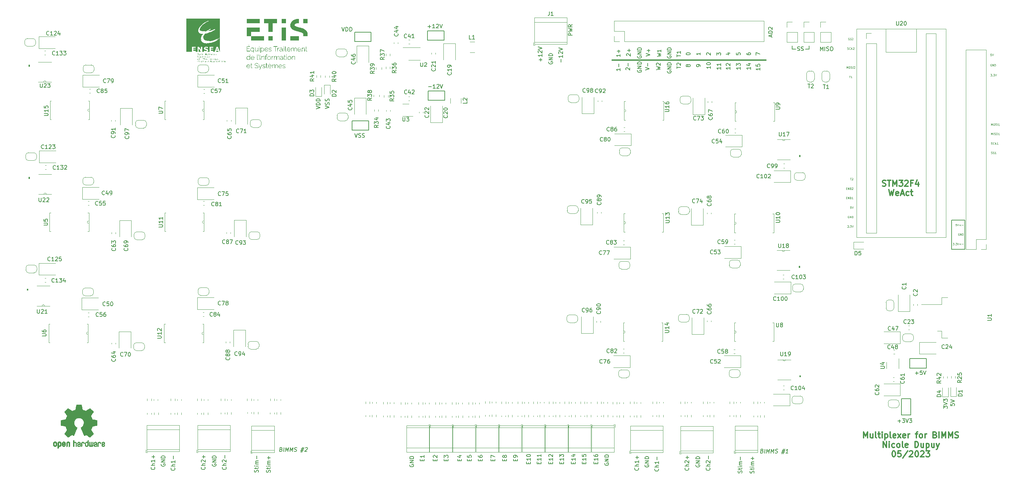
<source format=gbr>
%TF.GenerationSoftware,KiCad,Pcbnew,(6.0.11)*%
%TF.CreationDate,2023-06-05T10:52:23+02:00*%
%TF.ProjectId,Project_V11_Final,50726f6a-6563-4745-9f56-31315f46696e,V11*%
%TF.SameCoordinates,Original*%
%TF.FileFunction,Legend,Top*%
%TF.FilePolarity,Positive*%
%FSLAX46Y46*%
G04 Gerber Fmt 4.6, Leading zero omitted, Abs format (unit mm)*
G04 Created by KiCad (PCBNEW (6.0.11)) date 2023-06-05 10:52:23*
%MOMM*%
%LPD*%
G01*
G04 APERTURE LIST*
%ADD10C,0.200000*%
%ADD11C,0.300000*%
%ADD12C,0.150000*%
%ADD13C,0.125000*%
%ADD14C,0.120000*%
%ADD15C,0.100000*%
%ADD16C,0.010000*%
G04 APERTURE END LIST*
D10*
X229980000Y-45380000D02*
X229980000Y-44480000D01*
D11*
X179825000Y-48125000D02*
X219025000Y-48175000D01*
D10*
X229080000Y-45380000D02*
X229980000Y-45380000D01*
X225690000Y-44480000D02*
X225690000Y-45380000D01*
X225690000Y-45380000D02*
X226590000Y-45380000D01*
X266320000Y-88980000D02*
X269700000Y-88980000D01*
X269700000Y-88980000D02*
X269700000Y-96360000D01*
X269700000Y-96360000D02*
X266320000Y-96360000D01*
X266320000Y-96360000D02*
X266320000Y-88980000D01*
D12*
X104342380Y-60583333D02*
X105342380Y-60250000D01*
X104342380Y-59916666D01*
X105342380Y-59583333D02*
X104342380Y-59583333D01*
X104342380Y-59345238D01*
X104390000Y-59202380D01*
X104485238Y-59107142D01*
X104580476Y-59059523D01*
X104770952Y-59011904D01*
X104913809Y-59011904D01*
X105104285Y-59059523D01*
X105199523Y-59107142D01*
X105294761Y-59202380D01*
X105342380Y-59345238D01*
X105342380Y-59583333D01*
X105342380Y-58583333D02*
X104342380Y-58583333D01*
X104342380Y-58345238D01*
X104390000Y-58202380D01*
X104485238Y-58107142D01*
X104580476Y-58059523D01*
X104770952Y-58011904D01*
X104913809Y-58011904D01*
X105104285Y-58059523D01*
X105199523Y-58107142D01*
X105294761Y-58202380D01*
X105342380Y-58345238D01*
X105342380Y-58583333D01*
X204877380Y-49715476D02*
X204877380Y-50286904D01*
X204877380Y-50001190D02*
X203877380Y-50001190D01*
X204020238Y-50096428D01*
X204115476Y-50191666D01*
X204163095Y-50286904D01*
X203877380Y-49096428D02*
X203877380Y-49001190D01*
X203925000Y-48905952D01*
X203972619Y-48858333D01*
X204067857Y-48810714D01*
X204258333Y-48763095D01*
X204496428Y-48763095D01*
X204686904Y-48810714D01*
X204782142Y-48858333D01*
X204829761Y-48905952D01*
X204877380Y-49001190D01*
X204877380Y-49096428D01*
X204829761Y-49191666D01*
X204782142Y-49239285D01*
X204686904Y-49286904D01*
X204496428Y-49334523D01*
X204258333Y-49334523D01*
X204067857Y-49286904D01*
X203972619Y-49239285D01*
X203925000Y-49191666D01*
X203877380Y-49096428D01*
X218027946Y-147828571D02*
X218164851Y-147876190D01*
X218206517Y-147923809D01*
X218242232Y-148019047D01*
X218224375Y-148161904D01*
X218164851Y-148257142D01*
X218111279Y-148304761D01*
X218010089Y-148352380D01*
X217629136Y-148352380D01*
X217754136Y-147352380D01*
X218087470Y-147352380D01*
X218176755Y-147400000D01*
X218218422Y-147447619D01*
X218254136Y-147542857D01*
X218242232Y-147638095D01*
X218182708Y-147733333D01*
X218129136Y-147780952D01*
X218027946Y-147828571D01*
X217694613Y-147828571D01*
X218629136Y-148352380D02*
X218754136Y-147352380D01*
X219105327Y-148352380D02*
X219230327Y-147352380D01*
X219474375Y-148066666D01*
X219896994Y-147352380D01*
X219771994Y-148352380D01*
X220248184Y-148352380D02*
X220373184Y-147352380D01*
X220617232Y-148066666D01*
X221039851Y-147352380D01*
X220914851Y-148352380D01*
X221349375Y-148304761D02*
X221486279Y-148352380D01*
X221724375Y-148352380D01*
X221825565Y-148304761D01*
X221879136Y-148257142D01*
X221938660Y-148161904D01*
X221950565Y-148066666D01*
X221914851Y-147971428D01*
X221873184Y-147923809D01*
X221783898Y-147876190D01*
X221599375Y-147828571D01*
X221510089Y-147780952D01*
X221468422Y-147733333D01*
X221432708Y-147638095D01*
X221444613Y-147542857D01*
X221504136Y-147447619D01*
X221557708Y-147400000D01*
X221658898Y-147352380D01*
X221896994Y-147352380D01*
X222033898Y-147400000D01*
X223141041Y-147685714D02*
X223855327Y-147685714D01*
X223480327Y-147257142D02*
X223033898Y-148542857D01*
X223706517Y-148114285D02*
X222992232Y-148114285D01*
X223367232Y-148542857D02*
X223813660Y-147257142D01*
X224629136Y-148352380D02*
X224057708Y-148352380D01*
X224343422Y-148352380D02*
X224468422Y-147352380D01*
X224355327Y-147495238D01*
X224248184Y-147590476D01*
X224146994Y-147638095D01*
X137478571Y-150340476D02*
X137478571Y-150007142D01*
X138002380Y-149864285D02*
X138002380Y-150340476D01*
X137002380Y-150340476D01*
X137002380Y-149864285D01*
X137002380Y-149530952D02*
X137002380Y-148911904D01*
X137383333Y-149245238D01*
X137383333Y-149102380D01*
X137430952Y-149007142D01*
X137478571Y-148959523D01*
X137573809Y-148911904D01*
X137811904Y-148911904D01*
X137907142Y-148959523D01*
X137954761Y-149007142D01*
X138002380Y-149102380D01*
X138002380Y-149388095D01*
X137954761Y-149483333D01*
X137907142Y-149530952D01*
X183572619Y-47029761D02*
X183525000Y-46982142D01*
X183477380Y-46886904D01*
X183477380Y-46648809D01*
X183525000Y-46553571D01*
X183572619Y-46505952D01*
X183667857Y-46458333D01*
X183763095Y-46458333D01*
X183905952Y-46505952D01*
X184477380Y-47077380D01*
X184477380Y-46458333D01*
X184096428Y-46029761D02*
X184096428Y-45267857D01*
X184477380Y-45648809D02*
X183715476Y-45648809D01*
X149378571Y-150340476D02*
X149378571Y-150007142D01*
X149902380Y-149864285D02*
X149902380Y-150340476D01*
X148902380Y-150340476D01*
X148902380Y-149864285D01*
X148902380Y-149530952D02*
X148902380Y-148864285D01*
X149902380Y-149292857D01*
X193925000Y-47086904D02*
X193877380Y-47182142D01*
X193877380Y-47325000D01*
X193925000Y-47467857D01*
X194020238Y-47563095D01*
X194115476Y-47610714D01*
X194305952Y-47658333D01*
X194448809Y-47658333D01*
X194639285Y-47610714D01*
X194734523Y-47563095D01*
X194829761Y-47467857D01*
X194877380Y-47325000D01*
X194877380Y-47229761D01*
X194829761Y-47086904D01*
X194782142Y-47039285D01*
X194448809Y-47039285D01*
X194448809Y-47229761D01*
X194877380Y-46610714D02*
X193877380Y-46610714D01*
X194877380Y-46039285D01*
X193877380Y-46039285D01*
X194877380Y-45563095D02*
X193877380Y-45563095D01*
X193877380Y-45325000D01*
X193925000Y-45182142D01*
X194020238Y-45086904D01*
X194115476Y-45039285D01*
X194305952Y-44991666D01*
X194448809Y-44991666D01*
X194639285Y-45039285D01*
X194734523Y-45086904D01*
X194829761Y-45182142D01*
X194877380Y-45325000D01*
X194877380Y-45563095D01*
X212477380Y-49915476D02*
X212477380Y-50486904D01*
X212477380Y-50201190D02*
X211477380Y-50201190D01*
X211620238Y-50296428D01*
X211715476Y-50391666D01*
X211763095Y-50486904D01*
X211477380Y-49582142D02*
X211477380Y-48963095D01*
X211858333Y-49296428D01*
X211858333Y-49153571D01*
X211905952Y-49058333D01*
X211953571Y-49010714D01*
X212048809Y-48963095D01*
X212286904Y-48963095D01*
X212382142Y-49010714D01*
X212429761Y-49058333D01*
X212477380Y-49153571D01*
X212477380Y-49439285D01*
X212429761Y-49534523D01*
X212382142Y-49582142D01*
X131378571Y-150340476D02*
X131378571Y-150007142D01*
X131902380Y-149864285D02*
X131902380Y-150340476D01*
X130902380Y-150340476D01*
X130902380Y-149864285D01*
X131902380Y-148911904D02*
X131902380Y-149483333D01*
X131902380Y-149197619D02*
X130902380Y-149197619D01*
X131045238Y-149292857D01*
X131140476Y-149388095D01*
X131188095Y-149483333D01*
X232878571Y-45732380D02*
X232878571Y-44732380D01*
X233211904Y-45446666D01*
X233545238Y-44732380D01*
X233545238Y-45732380D01*
X234021428Y-45732380D02*
X234021428Y-44732380D01*
X234450000Y-45684761D02*
X234592857Y-45732380D01*
X234830952Y-45732380D01*
X234926190Y-45684761D01*
X234973809Y-45637142D01*
X235021428Y-45541904D01*
X235021428Y-45446666D01*
X234973809Y-45351428D01*
X234926190Y-45303809D01*
X234830952Y-45256190D01*
X234640476Y-45208571D01*
X234545238Y-45160952D01*
X234497619Y-45113333D01*
X234450000Y-45018095D01*
X234450000Y-44922857D01*
X234497619Y-44827619D01*
X234545238Y-44780000D01*
X234640476Y-44732380D01*
X234878571Y-44732380D01*
X235021428Y-44780000D01*
X235640476Y-44732380D02*
X235830952Y-44732380D01*
X235926190Y-44780000D01*
X236021428Y-44875238D01*
X236069047Y-45065714D01*
X236069047Y-45399047D01*
X236021428Y-45589523D01*
X235926190Y-45684761D01*
X235830952Y-45732380D01*
X235640476Y-45732380D01*
X235545238Y-45684761D01*
X235450000Y-45589523D01*
X235402380Y-45399047D01*
X235402380Y-45065714D01*
X235450000Y-44875238D01*
X235545238Y-44780000D01*
X235640476Y-44732380D01*
X198677380Y-46572619D02*
X198677380Y-46477380D01*
X198725000Y-46382142D01*
X198772619Y-46334523D01*
X198867857Y-46286904D01*
X199058333Y-46239285D01*
X199296428Y-46239285D01*
X199486904Y-46286904D01*
X199582142Y-46334523D01*
X199629761Y-46382142D01*
X199677380Y-46477380D01*
X199677380Y-46572619D01*
X199629761Y-46667857D01*
X199582142Y-46715476D01*
X199486904Y-46763095D01*
X199296428Y-46810714D01*
X199058333Y-46810714D01*
X198867857Y-46763095D01*
X198772619Y-46715476D01*
X198725000Y-46667857D01*
X198677380Y-46572619D01*
X196277380Y-50286904D02*
X196277380Y-49715476D01*
X197277380Y-50001190D02*
X196277380Y-50001190D01*
X196372619Y-49429761D02*
X196325000Y-49382142D01*
X196277380Y-49286904D01*
X196277380Y-49048809D01*
X196325000Y-48953571D01*
X196372619Y-48905952D01*
X196467857Y-48858333D01*
X196563095Y-48858333D01*
X196705952Y-48905952D01*
X197277380Y-49477380D01*
X197277380Y-48858333D01*
X134678571Y-150340476D02*
X134678571Y-150007142D01*
X135202380Y-149864285D02*
X135202380Y-150340476D01*
X134202380Y-150340476D01*
X134202380Y-149864285D01*
X134297619Y-149483333D02*
X134250000Y-149435714D01*
X134202380Y-149340476D01*
X134202380Y-149102380D01*
X134250000Y-149007142D01*
X134297619Y-148959523D01*
X134392857Y-148911904D01*
X134488095Y-148911904D01*
X134630952Y-148959523D01*
X135202380Y-149530952D01*
X135202380Y-148911904D01*
X186457142Y-152138095D02*
X186504761Y-152185714D01*
X186552380Y-152328571D01*
X186552380Y-152423809D01*
X186504761Y-152566666D01*
X186409523Y-152661904D01*
X186314285Y-152709523D01*
X186123809Y-152757142D01*
X185980952Y-152757142D01*
X185790476Y-152709523D01*
X185695238Y-152661904D01*
X185600000Y-152566666D01*
X185552380Y-152423809D01*
X185552380Y-152328571D01*
X185600000Y-152185714D01*
X185647619Y-152138095D01*
X186552380Y-151709523D02*
X185552380Y-151709523D01*
X186552380Y-151280952D02*
X186028571Y-151280952D01*
X185933333Y-151328571D01*
X185885714Y-151423809D01*
X185885714Y-151566666D01*
X185933333Y-151661904D01*
X185980952Y-151709523D01*
X186552380Y-150280952D02*
X186552380Y-150852380D01*
X186552380Y-150566666D02*
X185552380Y-150566666D01*
X185695238Y-150661904D01*
X185790476Y-150757142D01*
X185838095Y-150852380D01*
X186171428Y-149852380D02*
X186171428Y-149090476D01*
X186552380Y-149471428D02*
X185790476Y-149471428D01*
X199257142Y-152138095D02*
X199304761Y-152185714D01*
X199352380Y-152328571D01*
X199352380Y-152423809D01*
X199304761Y-152566666D01*
X199209523Y-152661904D01*
X199114285Y-152709523D01*
X198923809Y-152757142D01*
X198780952Y-152757142D01*
X198590476Y-152709523D01*
X198495238Y-152661904D01*
X198400000Y-152566666D01*
X198352380Y-152423809D01*
X198352380Y-152328571D01*
X198400000Y-152185714D01*
X198447619Y-152138095D01*
X199352380Y-151709523D02*
X198352380Y-151709523D01*
X199352380Y-151280952D02*
X198828571Y-151280952D01*
X198733333Y-151328571D01*
X198685714Y-151423809D01*
X198685714Y-151566666D01*
X198733333Y-151661904D01*
X198780952Y-151709523D01*
X198447619Y-150852380D02*
X198400000Y-150804761D01*
X198352380Y-150709523D01*
X198352380Y-150471428D01*
X198400000Y-150376190D01*
X198447619Y-150328571D01*
X198542857Y-150280952D01*
X198638095Y-150280952D01*
X198780952Y-150328571D01*
X199352380Y-150900000D01*
X199352380Y-150280952D01*
X198971428Y-149852380D02*
X198971428Y-149090476D01*
X199352380Y-149471428D02*
X198590476Y-149471428D01*
X110918866Y-39758580D02*
X111252200Y-40758580D01*
X111585533Y-39758580D01*
X111918866Y-40758580D02*
X111918866Y-39758580D01*
X112156961Y-39758580D01*
X112299819Y-39806200D01*
X112395057Y-39901438D01*
X112442676Y-39996676D01*
X112490295Y-40187152D01*
X112490295Y-40330009D01*
X112442676Y-40520485D01*
X112395057Y-40615723D01*
X112299819Y-40710961D01*
X112156961Y-40758580D01*
X111918866Y-40758580D01*
X112918866Y-40758580D02*
X112918866Y-39758580D01*
X113156961Y-39758580D01*
X113299819Y-39806200D01*
X113395057Y-39901438D01*
X113442676Y-39996676D01*
X113490295Y-40187152D01*
X113490295Y-40330009D01*
X113442676Y-40520485D01*
X113395057Y-40615723D01*
X113299819Y-40710961D01*
X113156961Y-40758580D01*
X112918866Y-40758580D01*
X132970595Y-54945378D02*
X133732500Y-54945378D01*
X134732500Y-55326330D02*
X134161071Y-55326330D01*
X134446785Y-55326330D02*
X134446785Y-54326330D01*
X134351547Y-54469188D01*
X134256309Y-54564426D01*
X134161071Y-54612045D01*
X135113452Y-54421569D02*
X135161071Y-54373950D01*
X135256309Y-54326330D01*
X135494404Y-54326330D01*
X135589642Y-54373950D01*
X135637261Y-54421569D01*
X135684880Y-54516807D01*
X135684880Y-54612045D01*
X135637261Y-54754902D01*
X135065833Y-55326330D01*
X135684880Y-55326330D01*
X135970595Y-54326330D02*
X136303928Y-55326330D01*
X136637261Y-54326330D01*
X217477380Y-50115476D02*
X217477380Y-50686904D01*
X217477380Y-50401190D02*
X216477380Y-50401190D01*
X216620238Y-50496428D01*
X216715476Y-50591666D01*
X216763095Y-50686904D01*
X216477380Y-49210714D02*
X216477380Y-49686904D01*
X216953571Y-49734523D01*
X216905952Y-49686904D01*
X216858333Y-49591666D01*
X216858333Y-49353571D01*
X216905952Y-49258333D01*
X216953571Y-49210714D01*
X217048809Y-49163095D01*
X217286904Y-49163095D01*
X217382142Y-49210714D01*
X217429761Y-49258333D01*
X217477380Y-49353571D01*
X217477380Y-49591666D01*
X217429761Y-49686904D01*
X217382142Y-49734523D01*
X143378571Y-150340476D02*
X143378571Y-150007142D01*
X143902380Y-149864285D02*
X143902380Y-150340476D01*
X142902380Y-150340476D01*
X142902380Y-149864285D01*
X142902380Y-148959523D02*
X142902380Y-149435714D01*
X143378571Y-149483333D01*
X143330952Y-149435714D01*
X143283333Y-149340476D01*
X143283333Y-149102380D01*
X143330952Y-149007142D01*
X143378571Y-148959523D01*
X143473809Y-148911904D01*
X143711904Y-148911904D01*
X143807142Y-148959523D01*
X143854761Y-149007142D01*
X143902380Y-149102380D01*
X143902380Y-149340476D01*
X143854761Y-149435714D01*
X143807142Y-149483333D01*
X202277380Y-46239285D02*
X202277380Y-46810714D01*
X202277380Y-46525000D02*
X201277380Y-46525000D01*
X201420238Y-46620238D01*
X201515476Y-46715476D01*
X201563095Y-46810714D01*
X169878571Y-151066666D02*
X169878571Y-150733333D01*
X170402380Y-150590476D02*
X170402380Y-151066666D01*
X169402380Y-151066666D01*
X169402380Y-150590476D01*
X170402380Y-149638095D02*
X170402380Y-150209523D01*
X170402380Y-149923809D02*
X169402380Y-149923809D01*
X169545238Y-150019047D01*
X169640476Y-150114285D01*
X169688095Y-150209523D01*
X169735714Y-148780952D02*
X170402380Y-148780952D01*
X169354761Y-149019047D02*
X170069047Y-149257142D01*
X170069047Y-148638095D01*
X158478571Y-151066666D02*
X158478571Y-150733333D01*
X159002380Y-150590476D02*
X159002380Y-151066666D01*
X158002380Y-151066666D01*
X158002380Y-150590476D01*
X159002380Y-149638095D02*
X159002380Y-150209523D01*
X159002380Y-149923809D02*
X158002380Y-149923809D01*
X158145238Y-150019047D01*
X158240476Y-150114285D01*
X158288095Y-150209523D01*
X158002380Y-149019047D02*
X158002380Y-148923809D01*
X158050000Y-148828571D01*
X158097619Y-148780952D01*
X158192857Y-148733333D01*
X158383333Y-148685714D01*
X158621428Y-148685714D01*
X158811904Y-148733333D01*
X158907142Y-148780952D01*
X158954761Y-148828571D01*
X159002380Y-148923809D01*
X159002380Y-149019047D01*
X158954761Y-149114285D01*
X158907142Y-149161904D01*
X158811904Y-149209523D01*
X158621428Y-149257142D01*
X158383333Y-149257142D01*
X158192857Y-149209523D01*
X158097619Y-149161904D01*
X158050000Y-149114285D01*
X158002380Y-149019047D01*
X209210714Y-46334523D02*
X209877380Y-46334523D01*
X208829761Y-46572619D02*
X209544047Y-46810714D01*
X209544047Y-46191666D01*
X214077380Y-46334523D02*
X214077380Y-46525000D01*
X214125000Y-46620238D01*
X214172619Y-46667857D01*
X214315476Y-46763095D01*
X214505952Y-46810714D01*
X214886904Y-46810714D01*
X214982142Y-46763095D01*
X215029761Y-46715476D01*
X215077380Y-46620238D01*
X215077380Y-46429761D01*
X215029761Y-46334523D01*
X214982142Y-46286904D01*
X214886904Y-46239285D01*
X214648809Y-46239285D01*
X214553571Y-46286904D01*
X214505952Y-46334523D01*
X214458333Y-46429761D01*
X214458333Y-46620238D01*
X214505952Y-46715476D01*
X214553571Y-46763095D01*
X214648809Y-46810714D01*
X163700000Y-48561904D02*
X163652380Y-48657142D01*
X163652380Y-48800000D01*
X163700000Y-48942857D01*
X163795238Y-49038095D01*
X163890476Y-49085714D01*
X164080952Y-49133333D01*
X164223809Y-49133333D01*
X164414285Y-49085714D01*
X164509523Y-49038095D01*
X164604761Y-48942857D01*
X164652380Y-48800000D01*
X164652380Y-48704761D01*
X164604761Y-48561904D01*
X164557142Y-48514285D01*
X164223809Y-48514285D01*
X164223809Y-48704761D01*
X164652380Y-48085714D02*
X163652380Y-48085714D01*
X164652380Y-47514285D01*
X163652380Y-47514285D01*
X164652380Y-47038095D02*
X163652380Y-47038095D01*
X163652380Y-46800000D01*
X163700000Y-46657142D01*
X163795238Y-46561904D01*
X163890476Y-46514285D01*
X164080952Y-46466666D01*
X164223809Y-46466666D01*
X164414285Y-46514285D01*
X164509523Y-46561904D01*
X164604761Y-46657142D01*
X164652380Y-46800000D01*
X164652380Y-47038095D01*
X211477380Y-46286904D02*
X211477380Y-46763095D01*
X211953571Y-46810714D01*
X211905952Y-46763095D01*
X211858333Y-46667857D01*
X211858333Y-46429761D01*
X211905952Y-46334523D01*
X211953571Y-46286904D01*
X212048809Y-46239285D01*
X212286904Y-46239285D01*
X212382142Y-46286904D01*
X212429761Y-46334523D01*
X212477380Y-46429761D01*
X212477380Y-46667857D01*
X212429761Y-46763095D01*
X212382142Y-46810714D01*
X193925000Y-50886904D02*
X193877380Y-50982142D01*
X193877380Y-51125000D01*
X193925000Y-51267857D01*
X194020238Y-51363095D01*
X194115476Y-51410714D01*
X194305952Y-51458333D01*
X194448809Y-51458333D01*
X194639285Y-51410714D01*
X194734523Y-51363095D01*
X194829761Y-51267857D01*
X194877380Y-51125000D01*
X194877380Y-51029761D01*
X194829761Y-50886904D01*
X194782142Y-50839285D01*
X194448809Y-50839285D01*
X194448809Y-51029761D01*
X194877380Y-50410714D02*
X193877380Y-50410714D01*
X194877380Y-49839285D01*
X193877380Y-49839285D01*
X194877380Y-49363095D02*
X193877380Y-49363095D01*
X193877380Y-49125000D01*
X193925000Y-48982142D01*
X194020238Y-48886904D01*
X194115476Y-48839285D01*
X194305952Y-48791666D01*
X194448809Y-48791666D01*
X194639285Y-48839285D01*
X194734523Y-48886904D01*
X194829761Y-48982142D01*
X194877380Y-49125000D01*
X194877380Y-49363095D01*
X63157142Y-151938095D02*
X63204761Y-151985714D01*
X63252380Y-152128571D01*
X63252380Y-152223809D01*
X63204761Y-152366666D01*
X63109523Y-152461904D01*
X63014285Y-152509523D01*
X62823809Y-152557142D01*
X62680952Y-152557142D01*
X62490476Y-152509523D01*
X62395238Y-152461904D01*
X62300000Y-152366666D01*
X62252380Y-152223809D01*
X62252380Y-152128571D01*
X62300000Y-151985714D01*
X62347619Y-151938095D01*
X63252380Y-151509523D02*
X62252380Y-151509523D01*
X63252380Y-151080952D02*
X62728571Y-151080952D01*
X62633333Y-151128571D01*
X62585714Y-151223809D01*
X62585714Y-151366666D01*
X62633333Y-151461904D01*
X62680952Y-151509523D01*
X63252380Y-150080952D02*
X63252380Y-150652380D01*
X63252380Y-150366666D02*
X62252380Y-150366666D01*
X62395238Y-150461904D01*
X62490476Y-150557142D01*
X62538095Y-150652380D01*
X62871428Y-149652380D02*
X62871428Y-148890476D01*
X63252380Y-149271428D02*
X62490476Y-149271428D01*
X166771428Y-48661904D02*
X166771428Y-47900000D01*
X167152380Y-46900000D02*
X167152380Y-47471428D01*
X167152380Y-47185714D02*
X166152380Y-47185714D01*
X166295238Y-47280952D01*
X166390476Y-47376190D01*
X166438095Y-47471428D01*
X166247619Y-46519047D02*
X166200000Y-46471428D01*
X166152380Y-46376190D01*
X166152380Y-46138095D01*
X166200000Y-46042857D01*
X166247619Y-45995238D01*
X166342857Y-45947619D01*
X166438095Y-45947619D01*
X166580952Y-45995238D01*
X167152380Y-46566666D01*
X167152380Y-45947619D01*
X166152380Y-45661904D02*
X167152380Y-45328571D01*
X166152380Y-44995238D01*
X203972619Y-46810714D02*
X203925000Y-46763095D01*
X203877380Y-46667857D01*
X203877380Y-46429761D01*
X203925000Y-46334523D01*
X203972619Y-46286904D01*
X204067857Y-46239285D01*
X204163095Y-46239285D01*
X204305952Y-46286904D01*
X204877380Y-46858333D01*
X204877380Y-46239285D01*
X181877380Y-50258333D02*
X181877380Y-50829761D01*
X181877380Y-50544047D02*
X180877380Y-50544047D01*
X181020238Y-50639285D01*
X181115476Y-50734523D01*
X181163095Y-50829761D01*
X181496428Y-49829761D02*
X181496428Y-49067857D01*
X146178571Y-150340476D02*
X146178571Y-150007142D01*
X146702380Y-149864285D02*
X146702380Y-150340476D01*
X145702380Y-150340476D01*
X145702380Y-149864285D01*
X145702380Y-149007142D02*
X145702380Y-149197619D01*
X145750000Y-149292857D01*
X145797619Y-149340476D01*
X145940476Y-149435714D01*
X146130952Y-149483333D01*
X146511904Y-149483333D01*
X146607142Y-149435714D01*
X146654761Y-149388095D01*
X146702380Y-149292857D01*
X146702380Y-149102380D01*
X146654761Y-149007142D01*
X146607142Y-148959523D01*
X146511904Y-148911904D01*
X146273809Y-148911904D01*
X146178571Y-148959523D01*
X146130952Y-149007142D01*
X146083333Y-149102380D01*
X146083333Y-149292857D01*
X146130952Y-149388095D01*
X146178571Y-149435714D01*
X146273809Y-149483333D01*
X186325000Y-47086904D02*
X186277380Y-47182142D01*
X186277380Y-47325000D01*
X186325000Y-47467857D01*
X186420238Y-47563095D01*
X186515476Y-47610714D01*
X186705952Y-47658333D01*
X186848809Y-47658333D01*
X187039285Y-47610714D01*
X187134523Y-47563095D01*
X187229761Y-47467857D01*
X187277380Y-47325000D01*
X187277380Y-47229761D01*
X187229761Y-47086904D01*
X187182142Y-47039285D01*
X186848809Y-47039285D01*
X186848809Y-47229761D01*
X187277380Y-46610714D02*
X186277380Y-46610714D01*
X187277380Y-46039285D01*
X186277380Y-46039285D01*
X187277380Y-45563095D02*
X186277380Y-45563095D01*
X186277380Y-45325000D01*
X186325000Y-45182142D01*
X186420238Y-45086904D01*
X186515476Y-45039285D01*
X186705952Y-44991666D01*
X186848809Y-44991666D01*
X187039285Y-45039285D01*
X187134523Y-45086904D01*
X187229761Y-45182142D01*
X187277380Y-45325000D01*
X187277380Y-45563095D01*
D11*
X243914285Y-144493571D02*
X243914285Y-142993571D01*
X244414285Y-144065000D01*
X244914285Y-142993571D01*
X244914285Y-144493571D01*
X246271428Y-143493571D02*
X246271428Y-144493571D01*
X245628571Y-143493571D02*
X245628571Y-144279285D01*
X245700000Y-144422142D01*
X245842857Y-144493571D01*
X246057142Y-144493571D01*
X246200000Y-144422142D01*
X246271428Y-144350714D01*
X247200000Y-144493571D02*
X247057142Y-144422142D01*
X246985714Y-144279285D01*
X246985714Y-142993571D01*
X247557142Y-143493571D02*
X248128571Y-143493571D01*
X247771428Y-142993571D02*
X247771428Y-144279285D01*
X247842857Y-144422142D01*
X247985714Y-144493571D01*
X248128571Y-144493571D01*
X248628571Y-144493571D02*
X248628571Y-143493571D01*
X248628571Y-142993571D02*
X248557142Y-143065000D01*
X248628571Y-143136428D01*
X248700000Y-143065000D01*
X248628571Y-142993571D01*
X248628571Y-143136428D01*
X249342857Y-143493571D02*
X249342857Y-144993571D01*
X249342857Y-143565000D02*
X249485714Y-143493571D01*
X249771428Y-143493571D01*
X249914285Y-143565000D01*
X249985714Y-143636428D01*
X250057142Y-143779285D01*
X250057142Y-144207857D01*
X249985714Y-144350714D01*
X249914285Y-144422142D01*
X249771428Y-144493571D01*
X249485714Y-144493571D01*
X249342857Y-144422142D01*
X250914285Y-144493571D02*
X250771428Y-144422142D01*
X250700000Y-144279285D01*
X250700000Y-142993571D01*
X252057142Y-144422142D02*
X251914285Y-144493571D01*
X251628571Y-144493571D01*
X251485714Y-144422142D01*
X251414285Y-144279285D01*
X251414285Y-143707857D01*
X251485714Y-143565000D01*
X251628571Y-143493571D01*
X251914285Y-143493571D01*
X252057142Y-143565000D01*
X252128571Y-143707857D01*
X252128571Y-143850714D01*
X251414285Y-143993571D01*
X252628571Y-144493571D02*
X253414285Y-143493571D01*
X252628571Y-143493571D02*
X253414285Y-144493571D01*
X254557142Y-144422142D02*
X254414285Y-144493571D01*
X254128571Y-144493571D01*
X253985714Y-144422142D01*
X253914285Y-144279285D01*
X253914285Y-143707857D01*
X253985714Y-143565000D01*
X254128571Y-143493571D01*
X254414285Y-143493571D01*
X254557142Y-143565000D01*
X254628571Y-143707857D01*
X254628571Y-143850714D01*
X253914285Y-143993571D01*
X255271428Y-144493571D02*
X255271428Y-143493571D01*
X255271428Y-143779285D02*
X255342857Y-143636428D01*
X255414285Y-143565000D01*
X255557142Y-143493571D01*
X255700000Y-143493571D01*
X257128571Y-143493571D02*
X257700000Y-143493571D01*
X257342857Y-144493571D02*
X257342857Y-143207857D01*
X257414285Y-143065000D01*
X257557142Y-142993571D01*
X257700000Y-142993571D01*
X258414285Y-144493571D02*
X258271428Y-144422142D01*
X258200000Y-144350714D01*
X258128571Y-144207857D01*
X258128571Y-143779285D01*
X258200000Y-143636428D01*
X258271428Y-143565000D01*
X258414285Y-143493571D01*
X258628571Y-143493571D01*
X258771428Y-143565000D01*
X258842857Y-143636428D01*
X258914285Y-143779285D01*
X258914285Y-144207857D01*
X258842857Y-144350714D01*
X258771428Y-144422142D01*
X258628571Y-144493571D01*
X258414285Y-144493571D01*
X259557142Y-144493571D02*
X259557142Y-143493571D01*
X259557142Y-143779285D02*
X259628571Y-143636428D01*
X259700000Y-143565000D01*
X259842857Y-143493571D01*
X259985714Y-143493571D01*
X262128571Y-143707857D02*
X262342857Y-143779285D01*
X262414285Y-143850714D01*
X262485714Y-143993571D01*
X262485714Y-144207857D01*
X262414285Y-144350714D01*
X262342857Y-144422142D01*
X262200000Y-144493571D01*
X261628571Y-144493571D01*
X261628571Y-142993571D01*
X262128571Y-142993571D01*
X262271428Y-143065000D01*
X262342857Y-143136428D01*
X262414285Y-143279285D01*
X262414285Y-143422142D01*
X262342857Y-143565000D01*
X262271428Y-143636428D01*
X262128571Y-143707857D01*
X261628571Y-143707857D01*
X263128571Y-144493571D02*
X263128571Y-142993571D01*
X263842857Y-144493571D02*
X263842857Y-142993571D01*
X264342857Y-144065000D01*
X264842857Y-142993571D01*
X264842857Y-144493571D01*
X265557142Y-144493571D02*
X265557142Y-142993571D01*
X266057142Y-144065000D01*
X266557142Y-142993571D01*
X266557142Y-144493571D01*
X267200000Y-144422142D02*
X267414285Y-144493571D01*
X267771428Y-144493571D01*
X267914285Y-144422142D01*
X267985714Y-144350714D01*
X268057142Y-144207857D01*
X268057142Y-144065000D01*
X267985714Y-143922142D01*
X267914285Y-143850714D01*
X267771428Y-143779285D01*
X267485714Y-143707857D01*
X267342857Y-143636428D01*
X267271428Y-143565000D01*
X267200000Y-143422142D01*
X267200000Y-143279285D01*
X267271428Y-143136428D01*
X267342857Y-143065000D01*
X267485714Y-142993571D01*
X267842857Y-142993571D01*
X268057142Y-143065000D01*
X248878571Y-146908571D02*
X248878571Y-145408571D01*
X249735714Y-146908571D01*
X249735714Y-145408571D01*
X250450000Y-146908571D02*
X250450000Y-145908571D01*
X250450000Y-145408571D02*
X250378571Y-145480000D01*
X250450000Y-145551428D01*
X250521428Y-145480000D01*
X250450000Y-145408571D01*
X250450000Y-145551428D01*
X251807142Y-146837142D02*
X251664285Y-146908571D01*
X251378571Y-146908571D01*
X251235714Y-146837142D01*
X251164285Y-146765714D01*
X251092857Y-146622857D01*
X251092857Y-146194285D01*
X251164285Y-146051428D01*
X251235714Y-145980000D01*
X251378571Y-145908571D01*
X251664285Y-145908571D01*
X251807142Y-145980000D01*
X252664285Y-146908571D02*
X252521428Y-146837142D01*
X252450000Y-146765714D01*
X252378571Y-146622857D01*
X252378571Y-146194285D01*
X252450000Y-146051428D01*
X252521428Y-145980000D01*
X252664285Y-145908571D01*
X252878571Y-145908571D01*
X253021428Y-145980000D01*
X253092857Y-146051428D01*
X253164285Y-146194285D01*
X253164285Y-146622857D01*
X253092857Y-146765714D01*
X253021428Y-146837142D01*
X252878571Y-146908571D01*
X252664285Y-146908571D01*
X254021428Y-146908571D02*
X253878571Y-146837142D01*
X253807142Y-146694285D01*
X253807142Y-145408571D01*
X255164285Y-146837142D02*
X255021428Y-146908571D01*
X254735714Y-146908571D01*
X254592857Y-146837142D01*
X254521428Y-146694285D01*
X254521428Y-146122857D01*
X254592857Y-145980000D01*
X254735714Y-145908571D01*
X255021428Y-145908571D01*
X255164285Y-145980000D01*
X255235714Y-146122857D01*
X255235714Y-146265714D01*
X254521428Y-146408571D01*
X257021428Y-146908571D02*
X257021428Y-145408571D01*
X257378571Y-145408571D01*
X257592857Y-145480000D01*
X257735714Y-145622857D01*
X257807142Y-145765714D01*
X257878571Y-146051428D01*
X257878571Y-146265714D01*
X257807142Y-146551428D01*
X257735714Y-146694285D01*
X257592857Y-146837142D01*
X257378571Y-146908571D01*
X257021428Y-146908571D01*
X259164285Y-145908571D02*
X259164285Y-146908571D01*
X258521428Y-145908571D02*
X258521428Y-146694285D01*
X258592857Y-146837142D01*
X258735714Y-146908571D01*
X258950000Y-146908571D01*
X259092857Y-146837142D01*
X259164285Y-146765714D01*
X259878571Y-145908571D02*
X259878571Y-147408571D01*
X259878571Y-145980000D02*
X260021428Y-145908571D01*
X260307142Y-145908571D01*
X260450000Y-145980000D01*
X260521428Y-146051428D01*
X260592857Y-146194285D01*
X260592857Y-146622857D01*
X260521428Y-146765714D01*
X260450000Y-146837142D01*
X260307142Y-146908571D01*
X260021428Y-146908571D01*
X259878571Y-146837142D01*
X261878571Y-145908571D02*
X261878571Y-146908571D01*
X261235714Y-145908571D02*
X261235714Y-146694285D01*
X261307142Y-146837142D01*
X261450000Y-146908571D01*
X261664285Y-146908571D01*
X261807142Y-146837142D01*
X261878571Y-146765714D01*
X262450000Y-145908571D02*
X262807142Y-146908571D01*
X263164285Y-145908571D02*
X262807142Y-146908571D01*
X262664285Y-147265714D01*
X262592857Y-147337142D01*
X262450000Y-147408571D01*
X251521428Y-147823571D02*
X251664285Y-147823571D01*
X251807142Y-147895000D01*
X251878571Y-147966428D01*
X251950000Y-148109285D01*
X252021428Y-148395000D01*
X252021428Y-148752142D01*
X251950000Y-149037857D01*
X251878571Y-149180714D01*
X251807142Y-149252142D01*
X251664285Y-149323571D01*
X251521428Y-149323571D01*
X251378571Y-149252142D01*
X251307142Y-149180714D01*
X251235714Y-149037857D01*
X251164285Y-148752142D01*
X251164285Y-148395000D01*
X251235714Y-148109285D01*
X251307142Y-147966428D01*
X251378571Y-147895000D01*
X251521428Y-147823571D01*
X253378571Y-147823571D02*
X252664285Y-147823571D01*
X252592857Y-148537857D01*
X252664285Y-148466428D01*
X252807142Y-148395000D01*
X253164285Y-148395000D01*
X253307142Y-148466428D01*
X253378571Y-148537857D01*
X253450000Y-148680714D01*
X253450000Y-149037857D01*
X253378571Y-149180714D01*
X253307142Y-149252142D01*
X253164285Y-149323571D01*
X252807142Y-149323571D01*
X252664285Y-149252142D01*
X252592857Y-149180714D01*
X255164285Y-147752142D02*
X253878571Y-149680714D01*
X255592857Y-147966428D02*
X255664285Y-147895000D01*
X255807142Y-147823571D01*
X256164285Y-147823571D01*
X256307142Y-147895000D01*
X256378571Y-147966428D01*
X256450000Y-148109285D01*
X256450000Y-148252142D01*
X256378571Y-148466428D01*
X255521428Y-149323571D01*
X256450000Y-149323571D01*
X257378571Y-147823571D02*
X257521428Y-147823571D01*
X257664285Y-147895000D01*
X257735714Y-147966428D01*
X257807142Y-148109285D01*
X257878571Y-148395000D01*
X257878571Y-148752142D01*
X257807142Y-149037857D01*
X257735714Y-149180714D01*
X257664285Y-149252142D01*
X257521428Y-149323571D01*
X257378571Y-149323571D01*
X257235714Y-149252142D01*
X257164285Y-149180714D01*
X257092857Y-149037857D01*
X257021428Y-148752142D01*
X257021428Y-148395000D01*
X257092857Y-148109285D01*
X257164285Y-147966428D01*
X257235714Y-147895000D01*
X257378571Y-147823571D01*
X258450000Y-147966428D02*
X258521428Y-147895000D01*
X258664285Y-147823571D01*
X259021428Y-147823571D01*
X259164285Y-147895000D01*
X259235714Y-147966428D01*
X259307142Y-148109285D01*
X259307142Y-148252142D01*
X259235714Y-148466428D01*
X258378571Y-149323571D01*
X259307142Y-149323571D01*
X259807142Y-147823571D02*
X260735714Y-147823571D01*
X260235714Y-148395000D01*
X260450000Y-148395000D01*
X260592857Y-148466428D01*
X260664285Y-148537857D01*
X260735714Y-148680714D01*
X260735714Y-149037857D01*
X260664285Y-149180714D01*
X260592857Y-149252142D01*
X260450000Y-149323571D01*
X260021428Y-149323571D01*
X259878571Y-149252142D01*
X259807142Y-149180714D01*
D12*
X252636095Y-140203178D02*
X253398000Y-140203178D01*
X253017047Y-140584130D02*
X253017047Y-139822226D01*
X253778952Y-139584130D02*
X254398000Y-139584130D01*
X254064666Y-139965083D01*
X254207523Y-139965083D01*
X254302761Y-140012702D01*
X254350380Y-140060321D01*
X254398000Y-140155559D01*
X254398000Y-140393654D01*
X254350380Y-140488892D01*
X254302761Y-140536511D01*
X254207523Y-140584130D01*
X253921809Y-140584130D01*
X253826571Y-140536511D01*
X253778952Y-140488892D01*
X254683714Y-139584130D02*
X255017047Y-140584130D01*
X255350380Y-139584130D01*
X255588476Y-139584130D02*
X256207523Y-139584130D01*
X255874190Y-139965083D01*
X256017047Y-139965083D01*
X256112285Y-140012702D01*
X256159904Y-140060321D01*
X256207523Y-140155559D01*
X256207523Y-140393654D01*
X256159904Y-140488892D01*
X256112285Y-140536511D01*
X256017047Y-140584130D01*
X255731333Y-140584130D01*
X255636095Y-140536511D01*
X255588476Y-140488892D01*
X89554761Y-153235238D02*
X89602380Y-153092380D01*
X89602380Y-152854285D01*
X89554761Y-152759047D01*
X89507142Y-152711428D01*
X89411904Y-152663809D01*
X89316666Y-152663809D01*
X89221428Y-152711428D01*
X89173809Y-152759047D01*
X89126190Y-152854285D01*
X89078571Y-153044761D01*
X89030952Y-153140000D01*
X88983333Y-153187619D01*
X88888095Y-153235238D01*
X88792857Y-153235238D01*
X88697619Y-153187619D01*
X88650000Y-153140000D01*
X88602380Y-153044761D01*
X88602380Y-152806666D01*
X88650000Y-152663809D01*
X88935714Y-152378095D02*
X88935714Y-151997142D01*
X88602380Y-152235238D02*
X89459523Y-152235238D01*
X89554761Y-152187619D01*
X89602380Y-152092380D01*
X89602380Y-151997142D01*
X89602380Y-151663809D02*
X88935714Y-151663809D01*
X88602380Y-151663809D02*
X88650000Y-151711428D01*
X88697619Y-151663809D01*
X88650000Y-151616190D01*
X88602380Y-151663809D01*
X88697619Y-151663809D01*
X89602380Y-151187619D02*
X88935714Y-151187619D01*
X89030952Y-151187619D02*
X88983333Y-151140000D01*
X88935714Y-151044761D01*
X88935714Y-150901904D01*
X88983333Y-150806666D01*
X89078571Y-150759047D01*
X89602380Y-150759047D01*
X89078571Y-150759047D02*
X88983333Y-150711428D01*
X88935714Y-150616190D01*
X88935714Y-150473333D01*
X88983333Y-150378095D01*
X89078571Y-150330476D01*
X89602380Y-150330476D01*
X89221428Y-149854285D02*
X89221428Y-149092380D01*
X215914761Y-153485238D02*
X215962380Y-153342380D01*
X215962380Y-153104285D01*
X215914761Y-153009047D01*
X215867142Y-152961428D01*
X215771904Y-152913809D01*
X215676666Y-152913809D01*
X215581428Y-152961428D01*
X215533809Y-153009047D01*
X215486190Y-153104285D01*
X215438571Y-153294761D01*
X215390952Y-153390000D01*
X215343333Y-153437619D01*
X215248095Y-153485238D01*
X215152857Y-153485238D01*
X215057619Y-153437619D01*
X215010000Y-153390000D01*
X214962380Y-153294761D01*
X214962380Y-153056666D01*
X215010000Y-152913809D01*
X215295714Y-152628095D02*
X215295714Y-152247142D01*
X214962380Y-152485238D02*
X215819523Y-152485238D01*
X215914761Y-152437619D01*
X215962380Y-152342380D01*
X215962380Y-152247142D01*
X215962380Y-151913809D02*
X215295714Y-151913809D01*
X214962380Y-151913809D02*
X215010000Y-151961428D01*
X215057619Y-151913809D01*
X215010000Y-151866190D01*
X214962380Y-151913809D01*
X215057619Y-151913809D01*
X215962380Y-151437619D02*
X215295714Y-151437619D01*
X215390952Y-151437619D02*
X215343333Y-151390000D01*
X215295714Y-151294761D01*
X215295714Y-151151904D01*
X215343333Y-151056666D01*
X215438571Y-151009047D01*
X215962380Y-151009047D01*
X215438571Y-151009047D02*
X215343333Y-150961428D01*
X215295714Y-150866190D01*
X215295714Y-150723333D01*
X215343333Y-150628095D01*
X215438571Y-150580476D01*
X215962380Y-150580476D01*
X215581428Y-150104285D02*
X215581428Y-149342380D01*
X215962380Y-149723333D02*
X215200476Y-149723333D01*
X172628571Y-151066666D02*
X172628571Y-150733333D01*
X173152380Y-150590476D02*
X173152380Y-151066666D01*
X172152380Y-151066666D01*
X172152380Y-150590476D01*
X173152380Y-149638095D02*
X173152380Y-150209523D01*
X173152380Y-149923809D02*
X172152380Y-149923809D01*
X172295238Y-150019047D01*
X172390476Y-150114285D01*
X172438095Y-150209523D01*
X172152380Y-148733333D02*
X172152380Y-149209523D01*
X172628571Y-149257142D01*
X172580952Y-149209523D01*
X172533333Y-149114285D01*
X172533333Y-148876190D01*
X172580952Y-148780952D01*
X172628571Y-148733333D01*
X172723809Y-148685714D01*
X172961904Y-148685714D01*
X173057142Y-148733333D01*
X173104761Y-148780952D01*
X173152380Y-148876190D01*
X173152380Y-149114285D01*
X173104761Y-149209523D01*
X173057142Y-149257142D01*
X199105952Y-49620238D02*
X199058333Y-49715476D01*
X199010714Y-49763095D01*
X198915476Y-49810714D01*
X198867857Y-49810714D01*
X198772619Y-49763095D01*
X198725000Y-49715476D01*
X198677380Y-49620238D01*
X198677380Y-49429761D01*
X198725000Y-49334523D01*
X198772619Y-49286904D01*
X198867857Y-49239285D01*
X198915476Y-49239285D01*
X199010714Y-49286904D01*
X199058333Y-49334523D01*
X199105952Y-49429761D01*
X199105952Y-49620238D01*
X199153571Y-49715476D01*
X199201190Y-49763095D01*
X199296428Y-49810714D01*
X199486904Y-49810714D01*
X199582142Y-49763095D01*
X199629761Y-49715476D01*
X199677380Y-49620238D01*
X199677380Y-49429761D01*
X199629761Y-49334523D01*
X199582142Y-49286904D01*
X199486904Y-49239285D01*
X199296428Y-49239285D01*
X199201190Y-49286904D01*
X199153571Y-49334523D01*
X199105952Y-49429761D01*
X114204285Y-66832380D02*
X114537619Y-67832380D01*
X114870952Y-66832380D01*
X115156666Y-67784761D02*
X115299523Y-67832380D01*
X115537619Y-67832380D01*
X115632857Y-67784761D01*
X115680476Y-67737142D01*
X115728095Y-67641904D01*
X115728095Y-67546666D01*
X115680476Y-67451428D01*
X115632857Y-67403809D01*
X115537619Y-67356190D01*
X115347142Y-67308571D01*
X115251904Y-67260952D01*
X115204285Y-67213333D01*
X115156666Y-67118095D01*
X115156666Y-67022857D01*
X115204285Y-66927619D01*
X115251904Y-66880000D01*
X115347142Y-66832380D01*
X115585238Y-66832380D01*
X115728095Y-66880000D01*
X116109047Y-67784761D02*
X116251904Y-67832380D01*
X116490000Y-67832380D01*
X116585238Y-67784761D01*
X116632857Y-67737142D01*
X116680476Y-67641904D01*
X116680476Y-67546666D01*
X116632857Y-67451428D01*
X116585238Y-67403809D01*
X116490000Y-67356190D01*
X116299523Y-67308571D01*
X116204285Y-67260952D01*
X116156666Y-67213333D01*
X116109047Y-67118095D01*
X116109047Y-67022857D01*
X116156666Y-66927619D01*
X116204285Y-66880000D01*
X116299523Y-66832380D01*
X116537619Y-66832380D01*
X116680476Y-66880000D01*
X81352142Y-151938095D02*
X81399761Y-151985714D01*
X81447380Y-152128571D01*
X81447380Y-152223809D01*
X81399761Y-152366666D01*
X81304523Y-152461904D01*
X81209285Y-152509523D01*
X81018809Y-152557142D01*
X80875952Y-152557142D01*
X80685476Y-152509523D01*
X80590238Y-152461904D01*
X80495000Y-152366666D01*
X80447380Y-152223809D01*
X80447380Y-152128571D01*
X80495000Y-151985714D01*
X80542619Y-151938095D01*
X81447380Y-151509523D02*
X80447380Y-151509523D01*
X81447380Y-151080952D02*
X80923571Y-151080952D01*
X80828333Y-151128571D01*
X80780714Y-151223809D01*
X80780714Y-151366666D01*
X80828333Y-151461904D01*
X80875952Y-151509523D01*
X80542619Y-150652380D02*
X80495000Y-150604761D01*
X80447380Y-150509523D01*
X80447380Y-150271428D01*
X80495000Y-150176190D01*
X80542619Y-150128571D01*
X80637857Y-150080952D01*
X80733095Y-150080952D01*
X80875952Y-150128571D01*
X81447380Y-150700000D01*
X81447380Y-150080952D01*
X81066428Y-149652380D02*
X81066428Y-148890476D01*
X207477380Y-49915476D02*
X207477380Y-50486904D01*
X207477380Y-50201190D02*
X206477380Y-50201190D01*
X206620238Y-50296428D01*
X206715476Y-50391666D01*
X206763095Y-50486904D01*
X207477380Y-48963095D02*
X207477380Y-49534523D01*
X207477380Y-49248809D02*
X206477380Y-49248809D01*
X206620238Y-49344047D01*
X206715476Y-49439285D01*
X206763095Y-49534523D01*
X257104285Y-127971428D02*
X257866190Y-127971428D01*
X257485238Y-128352380D02*
X257485238Y-127590476D01*
X258818571Y-127352380D02*
X258342380Y-127352380D01*
X258294761Y-127828571D01*
X258342380Y-127780952D01*
X258437619Y-127733333D01*
X258675714Y-127733333D01*
X258770952Y-127780952D01*
X258818571Y-127828571D01*
X258866190Y-127923809D01*
X258866190Y-128161904D01*
X258818571Y-128257142D01*
X258770952Y-128304761D01*
X258675714Y-128352380D01*
X258437619Y-128352380D01*
X258342380Y-128304761D01*
X258294761Y-128257142D01*
X259151904Y-127352380D02*
X259485238Y-128352380D01*
X259818571Y-127352380D01*
X202277380Y-49715476D02*
X202277380Y-49525000D01*
X202229761Y-49429761D01*
X202182142Y-49382142D01*
X202039285Y-49286904D01*
X201848809Y-49239285D01*
X201467857Y-49239285D01*
X201372619Y-49286904D01*
X201325000Y-49334523D01*
X201277380Y-49429761D01*
X201277380Y-49620238D01*
X201325000Y-49715476D01*
X201372619Y-49763095D01*
X201467857Y-49810714D01*
X201705952Y-49810714D01*
X201801190Y-49763095D01*
X201848809Y-49715476D01*
X201896428Y-49620238D01*
X201896428Y-49429761D01*
X201848809Y-49334523D01*
X201801190Y-49286904D01*
X201705952Y-49239285D01*
X188477380Y-47077380D02*
X189477380Y-46744047D01*
X188477380Y-46410714D01*
X189096428Y-46077380D02*
X189096428Y-45315476D01*
X189477380Y-45696428D02*
X188715476Y-45696428D01*
X191277380Y-47229761D02*
X192277380Y-46991666D01*
X191563095Y-46801190D01*
X192277380Y-46610714D01*
X191277380Y-46372619D01*
X192277380Y-45467857D02*
X192277380Y-46039285D01*
X192277380Y-45753571D02*
X191277380Y-45753571D01*
X191420238Y-45848809D01*
X191515476Y-45944047D01*
X191563095Y-46039285D01*
X204652142Y-152138095D02*
X204699761Y-152185714D01*
X204747380Y-152328571D01*
X204747380Y-152423809D01*
X204699761Y-152566666D01*
X204604523Y-152661904D01*
X204509285Y-152709523D01*
X204318809Y-152757142D01*
X204175952Y-152757142D01*
X203985476Y-152709523D01*
X203890238Y-152661904D01*
X203795000Y-152566666D01*
X203747380Y-152423809D01*
X203747380Y-152328571D01*
X203795000Y-152185714D01*
X203842619Y-152138095D01*
X204747380Y-151709523D02*
X203747380Y-151709523D01*
X204747380Y-151280952D02*
X204223571Y-151280952D01*
X204128333Y-151328571D01*
X204080714Y-151423809D01*
X204080714Y-151566666D01*
X204128333Y-151661904D01*
X204175952Y-151709523D01*
X203842619Y-150852380D02*
X203795000Y-150804761D01*
X203747380Y-150709523D01*
X203747380Y-150471428D01*
X203795000Y-150376190D01*
X203842619Y-150328571D01*
X203937857Y-150280952D01*
X204033095Y-150280952D01*
X204175952Y-150328571D01*
X204747380Y-150900000D01*
X204747380Y-150280952D01*
X204366428Y-149852380D02*
X204366428Y-149090476D01*
X161128571Y-151066666D02*
X161128571Y-150733333D01*
X161652380Y-150590476D02*
X161652380Y-151066666D01*
X160652380Y-151066666D01*
X160652380Y-150590476D01*
X161652380Y-149638095D02*
X161652380Y-150209523D01*
X161652380Y-149923809D02*
X160652380Y-149923809D01*
X160795238Y-150019047D01*
X160890476Y-150114285D01*
X160938095Y-150209523D01*
X161652380Y-148685714D02*
X161652380Y-149257142D01*
X161652380Y-148971428D02*
X160652380Y-148971428D01*
X160795238Y-149066666D01*
X160890476Y-149161904D01*
X160938095Y-149257142D01*
X181877380Y-46658333D02*
X181877380Y-47229761D01*
X181877380Y-46944047D02*
X180877380Y-46944047D01*
X181020238Y-47039285D01*
X181115476Y-47134523D01*
X181163095Y-47229761D01*
X181496428Y-46229761D02*
X181496428Y-45467857D01*
X181877380Y-45848809D02*
X181115476Y-45848809D01*
X196277380Y-47286904D02*
X196277380Y-46715476D01*
X197277380Y-47001190D02*
X196277380Y-47001190D01*
X197277380Y-45858333D02*
X197277380Y-46429761D01*
X197277380Y-46144047D02*
X196277380Y-46144047D01*
X196420238Y-46239285D01*
X196515476Y-46334523D01*
X196563095Y-46429761D01*
X266062380Y-135760476D02*
X266062380Y-136236666D01*
X266538571Y-136284285D01*
X266490952Y-136236666D01*
X266443333Y-136141428D01*
X266443333Y-135903333D01*
X266490952Y-135808095D01*
X266538571Y-135760476D01*
X266633809Y-135712857D01*
X266871904Y-135712857D01*
X266967142Y-135760476D01*
X267014761Y-135808095D01*
X267062380Y-135903333D01*
X267062380Y-136141428D01*
X267014761Y-136236666D01*
X266967142Y-136284285D01*
X266062380Y-135427142D02*
X267062380Y-135093809D01*
X266062380Y-134760476D01*
X233588095Y-54402380D02*
X234159523Y-54402380D01*
X233873809Y-55402380D02*
X233873809Y-54402380D01*
X235016666Y-55402380D02*
X234445238Y-55402380D01*
X234730952Y-55402380D02*
X234730952Y-54402380D01*
X234635714Y-54545238D01*
X234540476Y-54640476D01*
X234445238Y-54688095D01*
X64900000Y-151161904D02*
X64852380Y-151257142D01*
X64852380Y-151400000D01*
X64900000Y-151542857D01*
X64995238Y-151638095D01*
X65090476Y-151685714D01*
X65280952Y-151733333D01*
X65423809Y-151733333D01*
X65614285Y-151685714D01*
X65709523Y-151638095D01*
X65804761Y-151542857D01*
X65852380Y-151400000D01*
X65852380Y-151304761D01*
X65804761Y-151161904D01*
X65757142Y-151114285D01*
X65423809Y-151114285D01*
X65423809Y-151304761D01*
X65852380Y-150685714D02*
X64852380Y-150685714D01*
X65852380Y-150114285D01*
X64852380Y-150114285D01*
X65852380Y-149638095D02*
X64852380Y-149638095D01*
X64852380Y-149400000D01*
X64900000Y-149257142D01*
X64995238Y-149161904D01*
X65090476Y-149114285D01*
X65280952Y-149066666D01*
X65423809Y-149066666D01*
X65614285Y-149114285D01*
X65709523Y-149161904D01*
X65804761Y-149257142D01*
X65852380Y-149400000D01*
X65852380Y-149638095D01*
X201200000Y-151361904D02*
X201152380Y-151457142D01*
X201152380Y-151600000D01*
X201200000Y-151742857D01*
X201295238Y-151838095D01*
X201390476Y-151885714D01*
X201580952Y-151933333D01*
X201723809Y-151933333D01*
X201914285Y-151885714D01*
X202009523Y-151838095D01*
X202104761Y-151742857D01*
X202152380Y-151600000D01*
X202152380Y-151504761D01*
X202104761Y-151361904D01*
X202057142Y-151314285D01*
X201723809Y-151314285D01*
X201723809Y-151504761D01*
X202152380Y-150885714D02*
X201152380Y-150885714D01*
X202152380Y-150314285D01*
X201152380Y-150314285D01*
X202152380Y-149838095D02*
X201152380Y-149838095D01*
X201152380Y-149600000D01*
X201200000Y-149457142D01*
X201295238Y-149361904D01*
X201390476Y-149314285D01*
X201580952Y-149266666D01*
X201723809Y-149266666D01*
X201914285Y-149314285D01*
X202009523Y-149361904D01*
X202104761Y-149457142D01*
X202152380Y-149600000D01*
X202152380Y-149838095D01*
X212854761Y-153435238D02*
X212902380Y-153292380D01*
X212902380Y-153054285D01*
X212854761Y-152959047D01*
X212807142Y-152911428D01*
X212711904Y-152863809D01*
X212616666Y-152863809D01*
X212521428Y-152911428D01*
X212473809Y-152959047D01*
X212426190Y-153054285D01*
X212378571Y-153244761D01*
X212330952Y-153340000D01*
X212283333Y-153387619D01*
X212188095Y-153435238D01*
X212092857Y-153435238D01*
X211997619Y-153387619D01*
X211950000Y-153340000D01*
X211902380Y-153244761D01*
X211902380Y-153006666D01*
X211950000Y-152863809D01*
X212235714Y-152578095D02*
X212235714Y-152197142D01*
X211902380Y-152435238D02*
X212759523Y-152435238D01*
X212854761Y-152387619D01*
X212902380Y-152292380D01*
X212902380Y-152197142D01*
X212902380Y-151863809D02*
X212235714Y-151863809D01*
X211902380Y-151863809D02*
X211950000Y-151911428D01*
X211997619Y-151863809D01*
X211950000Y-151816190D01*
X211902380Y-151863809D01*
X211997619Y-151863809D01*
X212902380Y-151387619D02*
X212235714Y-151387619D01*
X212330952Y-151387619D02*
X212283333Y-151340000D01*
X212235714Y-151244761D01*
X212235714Y-151101904D01*
X212283333Y-151006666D01*
X212378571Y-150959047D01*
X212902380Y-150959047D01*
X212378571Y-150959047D02*
X212283333Y-150911428D01*
X212235714Y-150816190D01*
X212235714Y-150673333D01*
X212283333Y-150578095D01*
X212378571Y-150530476D01*
X212902380Y-150530476D01*
X212521428Y-150054285D02*
X212521428Y-149292380D01*
X188277380Y-50677380D02*
X189277380Y-50344047D01*
X188277380Y-50010714D01*
X188896428Y-49677380D02*
X188896428Y-48915476D01*
X77900000Y-151161904D02*
X77852380Y-151257142D01*
X77852380Y-151400000D01*
X77900000Y-151542857D01*
X77995238Y-151638095D01*
X78090476Y-151685714D01*
X78280952Y-151733333D01*
X78423809Y-151733333D01*
X78614285Y-151685714D01*
X78709523Y-151638095D01*
X78804761Y-151542857D01*
X78852380Y-151400000D01*
X78852380Y-151304761D01*
X78804761Y-151161904D01*
X78757142Y-151114285D01*
X78423809Y-151114285D01*
X78423809Y-151304761D01*
X78852380Y-150685714D02*
X77852380Y-150685714D01*
X78852380Y-150114285D01*
X77852380Y-150114285D01*
X78852380Y-149638095D02*
X77852380Y-149638095D01*
X77852380Y-149400000D01*
X77900000Y-149257142D01*
X77995238Y-149161904D01*
X78090476Y-149114285D01*
X78280952Y-149066666D01*
X78423809Y-149066666D01*
X78614285Y-149114285D01*
X78709523Y-149161904D01*
X78804761Y-149257142D01*
X78852380Y-149400000D01*
X78852380Y-149638095D01*
X106682380Y-60485714D02*
X107682380Y-60152380D01*
X106682380Y-59819047D01*
X107634761Y-59533333D02*
X107682380Y-59390476D01*
X107682380Y-59152380D01*
X107634761Y-59057142D01*
X107587142Y-59009523D01*
X107491904Y-58961904D01*
X107396666Y-58961904D01*
X107301428Y-59009523D01*
X107253809Y-59057142D01*
X107206190Y-59152380D01*
X107158571Y-59342857D01*
X107110952Y-59438095D01*
X107063333Y-59485714D01*
X106968095Y-59533333D01*
X106872857Y-59533333D01*
X106777619Y-59485714D01*
X106730000Y-59438095D01*
X106682380Y-59342857D01*
X106682380Y-59104761D01*
X106730000Y-58961904D01*
X107634761Y-58580952D02*
X107682380Y-58438095D01*
X107682380Y-58200000D01*
X107634761Y-58104761D01*
X107587142Y-58057142D01*
X107491904Y-58009523D01*
X107396666Y-58009523D01*
X107301428Y-58057142D01*
X107253809Y-58104761D01*
X107206190Y-58200000D01*
X107158571Y-58390476D01*
X107110952Y-58485714D01*
X107063333Y-58533333D01*
X106968095Y-58580952D01*
X106872857Y-58580952D01*
X106777619Y-58533333D01*
X106730000Y-58485714D01*
X106682380Y-58390476D01*
X106682380Y-58152380D01*
X106730000Y-58009523D01*
X169652380Y-41789285D02*
X168652380Y-41789285D01*
X168652380Y-41408333D01*
X168700000Y-41313095D01*
X168747619Y-41265476D01*
X168842857Y-41217857D01*
X168985714Y-41217857D01*
X169080952Y-41265476D01*
X169128571Y-41313095D01*
X169176190Y-41408333D01*
X169176190Y-41789285D01*
X168652380Y-40884523D02*
X169652380Y-40646428D01*
X168938095Y-40455952D01*
X169652380Y-40265476D01*
X168652380Y-40027380D01*
X169652380Y-39075000D02*
X169176190Y-39408333D01*
X169652380Y-39646428D02*
X168652380Y-39646428D01*
X168652380Y-39265476D01*
X168700000Y-39170238D01*
X168747619Y-39122619D01*
X168842857Y-39075000D01*
X168985714Y-39075000D01*
X169080952Y-39122619D01*
X169128571Y-39170238D01*
X169176190Y-39265476D01*
X169176190Y-39646428D01*
X220366666Y-42164285D02*
X220366666Y-41688095D01*
X220652380Y-42259523D02*
X219652380Y-41926190D01*
X220652380Y-41592857D01*
X220652380Y-41259523D02*
X219652380Y-41259523D01*
X219652380Y-41021428D01*
X219700000Y-40878571D01*
X219795238Y-40783333D01*
X219890476Y-40735714D01*
X220080952Y-40688095D01*
X220223809Y-40688095D01*
X220414285Y-40735714D01*
X220509523Y-40783333D01*
X220604761Y-40878571D01*
X220652380Y-41021428D01*
X220652380Y-41259523D01*
X219747619Y-40307142D02*
X219700000Y-40259523D01*
X219652380Y-40164285D01*
X219652380Y-39926190D01*
X219700000Y-39830952D01*
X219747619Y-39783333D01*
X219842857Y-39735714D01*
X219938095Y-39735714D01*
X220080952Y-39783333D01*
X220652380Y-40354761D01*
X220652380Y-39735714D01*
D11*
X248707142Y-80199642D02*
X248921428Y-80271071D01*
X249278571Y-80271071D01*
X249421428Y-80199642D01*
X249492857Y-80128214D01*
X249564285Y-79985357D01*
X249564285Y-79842500D01*
X249492857Y-79699642D01*
X249421428Y-79628214D01*
X249278571Y-79556785D01*
X248992857Y-79485357D01*
X248850000Y-79413928D01*
X248778571Y-79342500D01*
X248707142Y-79199642D01*
X248707142Y-79056785D01*
X248778571Y-78913928D01*
X248850000Y-78842500D01*
X248992857Y-78771071D01*
X249350000Y-78771071D01*
X249564285Y-78842500D01*
X249992857Y-78771071D02*
X250850000Y-78771071D01*
X250421428Y-80271071D02*
X250421428Y-78771071D01*
X251350000Y-80271071D02*
X251350000Y-78771071D01*
X251850000Y-79842500D01*
X252350000Y-78771071D01*
X252350000Y-80271071D01*
X252921428Y-78771071D02*
X253850000Y-78771071D01*
X253350000Y-79342500D01*
X253564285Y-79342500D01*
X253707142Y-79413928D01*
X253778571Y-79485357D01*
X253850000Y-79628214D01*
X253850000Y-79985357D01*
X253778571Y-80128214D01*
X253707142Y-80199642D01*
X253564285Y-80271071D01*
X253135714Y-80271071D01*
X252992857Y-80199642D01*
X252921428Y-80128214D01*
X254421428Y-78913928D02*
X254492857Y-78842500D01*
X254635714Y-78771071D01*
X254992857Y-78771071D01*
X255135714Y-78842500D01*
X255207142Y-78913928D01*
X255278571Y-79056785D01*
X255278571Y-79199642D01*
X255207142Y-79413928D01*
X254350000Y-80271071D01*
X255278571Y-80271071D01*
X256421428Y-79485357D02*
X255921428Y-79485357D01*
X255921428Y-80271071D02*
X255921428Y-78771071D01*
X256635714Y-78771071D01*
X257850000Y-79271071D02*
X257850000Y-80271071D01*
X257492857Y-78699642D02*
X257135714Y-79771071D01*
X258064285Y-79771071D01*
X250350000Y-81186071D02*
X250707142Y-82686071D01*
X250992857Y-81614642D01*
X251278571Y-82686071D01*
X251635714Y-81186071D01*
X252778571Y-82614642D02*
X252635714Y-82686071D01*
X252350000Y-82686071D01*
X252207142Y-82614642D01*
X252135714Y-82471785D01*
X252135714Y-81900357D01*
X252207142Y-81757500D01*
X252350000Y-81686071D01*
X252635714Y-81686071D01*
X252778571Y-81757500D01*
X252850000Y-81900357D01*
X252850000Y-82043214D01*
X252135714Y-82186071D01*
X253421428Y-82257500D02*
X254135714Y-82257500D01*
X253278571Y-82686071D02*
X253778571Y-81186071D01*
X254278571Y-82686071D01*
X255421428Y-82614642D02*
X255278571Y-82686071D01*
X254992857Y-82686071D01*
X254850000Y-82614642D01*
X254778571Y-82543214D01*
X254707142Y-82400357D01*
X254707142Y-81971785D01*
X254778571Y-81828928D01*
X254850000Y-81757500D01*
X254992857Y-81686071D01*
X255278571Y-81686071D01*
X255421428Y-81757500D01*
X255850000Y-81686071D02*
X256421428Y-81686071D01*
X256064285Y-81186071D02*
X256064285Y-82471785D01*
X256135714Y-82614642D01*
X256278571Y-82686071D01*
X256421428Y-82686071D01*
D12*
X175628571Y-151066666D02*
X175628571Y-150733333D01*
X176152380Y-150590476D02*
X176152380Y-151066666D01*
X175152380Y-151066666D01*
X175152380Y-150590476D01*
X176152380Y-149638095D02*
X176152380Y-150209523D01*
X176152380Y-149923809D02*
X175152380Y-149923809D01*
X175295238Y-150019047D01*
X175390476Y-150114285D01*
X175438095Y-150209523D01*
X175152380Y-148780952D02*
X175152380Y-148971428D01*
X175200000Y-149066666D01*
X175247619Y-149114285D01*
X175390476Y-149209523D01*
X175580952Y-149257142D01*
X175961904Y-149257142D01*
X176057142Y-149209523D01*
X176104761Y-149161904D01*
X176152380Y-149066666D01*
X176152380Y-148876190D01*
X176104761Y-148780952D01*
X176057142Y-148733333D01*
X175961904Y-148685714D01*
X175723809Y-148685714D01*
X175628571Y-148733333D01*
X175580952Y-148780952D01*
X175533333Y-148876190D01*
X175533333Y-149066666D01*
X175580952Y-149161904D01*
X175628571Y-149209523D01*
X175723809Y-149257142D01*
D13*
X276252678Y-51726190D02*
X276562202Y-51726190D01*
X276395535Y-51916666D01*
X276466964Y-51916666D01*
X276514583Y-51940476D01*
X276538392Y-51964285D01*
X276562202Y-52011904D01*
X276562202Y-52130952D01*
X276538392Y-52178571D01*
X276514583Y-52202380D01*
X276466964Y-52226190D01*
X276324107Y-52226190D01*
X276276488Y-52202380D01*
X276252678Y-52178571D01*
X276776488Y-52178571D02*
X276800297Y-52202380D01*
X276776488Y-52226190D01*
X276752678Y-52202380D01*
X276776488Y-52178571D01*
X276776488Y-52226190D01*
X276966964Y-51726190D02*
X277276488Y-51726190D01*
X277109821Y-51916666D01*
X277181250Y-51916666D01*
X277228869Y-51940476D01*
X277252678Y-51964285D01*
X277276488Y-52011904D01*
X277276488Y-52130952D01*
X277252678Y-52178571D01*
X277228869Y-52202380D01*
X277181250Y-52226190D01*
X277038392Y-52226190D01*
X276990773Y-52202380D01*
X276966964Y-52178571D01*
X277419345Y-51726190D02*
X277586011Y-52226190D01*
X277752678Y-51726190D01*
D12*
X128250000Y-151311904D02*
X128202380Y-151407142D01*
X128202380Y-151550000D01*
X128250000Y-151692857D01*
X128345238Y-151788095D01*
X128440476Y-151835714D01*
X128630952Y-151883333D01*
X128773809Y-151883333D01*
X128964285Y-151835714D01*
X129059523Y-151788095D01*
X129154761Y-151692857D01*
X129202380Y-151550000D01*
X129202380Y-151454761D01*
X129154761Y-151311904D01*
X129107142Y-151264285D01*
X128773809Y-151264285D01*
X128773809Y-151454761D01*
X129202380Y-150835714D02*
X128202380Y-150835714D01*
X129202380Y-150264285D01*
X128202380Y-150264285D01*
X129202380Y-149788095D02*
X128202380Y-149788095D01*
X128202380Y-149550000D01*
X128250000Y-149407142D01*
X128345238Y-149311904D01*
X128440476Y-149264285D01*
X128630952Y-149216666D01*
X128773809Y-149216666D01*
X128964285Y-149264285D01*
X129059523Y-149311904D01*
X129154761Y-149407142D01*
X129202380Y-149550000D01*
X129202380Y-149788095D01*
X206477380Y-46858333D02*
X206477380Y-46239285D01*
X206858333Y-46572619D01*
X206858333Y-46429761D01*
X206905952Y-46334523D01*
X206953571Y-46286904D01*
X207048809Y-46239285D01*
X207286904Y-46239285D01*
X207382142Y-46286904D01*
X207429761Y-46334523D01*
X207477380Y-46429761D01*
X207477380Y-46715476D01*
X207429761Y-46810714D01*
X207382142Y-46858333D01*
X68252142Y-152138095D02*
X68299761Y-152185714D01*
X68347380Y-152328571D01*
X68347380Y-152423809D01*
X68299761Y-152566666D01*
X68204523Y-152661904D01*
X68109285Y-152709523D01*
X67918809Y-152757142D01*
X67775952Y-152757142D01*
X67585476Y-152709523D01*
X67490238Y-152661904D01*
X67395000Y-152566666D01*
X67347380Y-152423809D01*
X67347380Y-152328571D01*
X67395000Y-152185714D01*
X67442619Y-152138095D01*
X68347380Y-151709523D02*
X67347380Y-151709523D01*
X68347380Y-151280952D02*
X67823571Y-151280952D01*
X67728333Y-151328571D01*
X67680714Y-151423809D01*
X67680714Y-151566666D01*
X67728333Y-151661904D01*
X67775952Y-151709523D01*
X68347380Y-150280952D02*
X68347380Y-150852380D01*
X68347380Y-150566666D02*
X67347380Y-150566666D01*
X67490238Y-150661904D01*
X67585476Y-150757142D01*
X67633095Y-150852380D01*
X67966428Y-149852380D02*
X67966428Y-149090476D01*
X152378571Y-150340476D02*
X152378571Y-150007142D01*
X152902380Y-149864285D02*
X152902380Y-150340476D01*
X151902380Y-150340476D01*
X151902380Y-149864285D01*
X152330952Y-149292857D02*
X152283333Y-149388095D01*
X152235714Y-149435714D01*
X152140476Y-149483333D01*
X152092857Y-149483333D01*
X151997619Y-149435714D01*
X151950000Y-149388095D01*
X151902380Y-149292857D01*
X151902380Y-149102380D01*
X151950000Y-149007142D01*
X151997619Y-148959523D01*
X152092857Y-148911904D01*
X152140476Y-148911904D01*
X152235714Y-148959523D01*
X152283333Y-149007142D01*
X152330952Y-149102380D01*
X152330952Y-149292857D01*
X152378571Y-149388095D01*
X152426190Y-149435714D01*
X152521428Y-149483333D01*
X152711904Y-149483333D01*
X152807142Y-149435714D01*
X152854761Y-149388095D01*
X152902380Y-149292857D01*
X152902380Y-149102380D01*
X152854761Y-149007142D01*
X152807142Y-148959523D01*
X152711904Y-148911904D01*
X152521428Y-148911904D01*
X152426190Y-148959523D01*
X152378571Y-149007142D01*
X152330952Y-149102380D01*
X191077380Y-50629761D02*
X192077380Y-50391666D01*
X191363095Y-50201190D01*
X192077380Y-50010714D01*
X191077380Y-49772619D01*
X191172619Y-49439285D02*
X191125000Y-49391666D01*
X191077380Y-49296428D01*
X191077380Y-49058333D01*
X191125000Y-48963095D01*
X191172619Y-48915476D01*
X191267857Y-48867857D01*
X191363095Y-48867857D01*
X191505952Y-48915476D01*
X192077380Y-49486904D01*
X192077380Y-48867857D01*
X92614761Y-153285238D02*
X92662380Y-153142380D01*
X92662380Y-152904285D01*
X92614761Y-152809047D01*
X92567142Y-152761428D01*
X92471904Y-152713809D01*
X92376666Y-152713809D01*
X92281428Y-152761428D01*
X92233809Y-152809047D01*
X92186190Y-152904285D01*
X92138571Y-153094761D01*
X92090952Y-153190000D01*
X92043333Y-153237619D01*
X91948095Y-153285238D01*
X91852857Y-153285238D01*
X91757619Y-153237619D01*
X91710000Y-153190000D01*
X91662380Y-153094761D01*
X91662380Y-152856666D01*
X91710000Y-152713809D01*
X91995714Y-152428095D02*
X91995714Y-152047142D01*
X91662380Y-152285238D02*
X92519523Y-152285238D01*
X92614761Y-152237619D01*
X92662380Y-152142380D01*
X92662380Y-152047142D01*
X92662380Y-151713809D02*
X91995714Y-151713809D01*
X91662380Y-151713809D02*
X91710000Y-151761428D01*
X91757619Y-151713809D01*
X91710000Y-151666190D01*
X91662380Y-151713809D01*
X91757619Y-151713809D01*
X92662380Y-151237619D02*
X91995714Y-151237619D01*
X92090952Y-151237619D02*
X92043333Y-151190000D01*
X91995714Y-151094761D01*
X91995714Y-150951904D01*
X92043333Y-150856666D01*
X92138571Y-150809047D01*
X92662380Y-150809047D01*
X92138571Y-150809047D02*
X92043333Y-150761428D01*
X91995714Y-150666190D01*
X91995714Y-150523333D01*
X92043333Y-150428095D01*
X92138571Y-150380476D01*
X92662380Y-150380476D01*
X92281428Y-149904285D02*
X92281428Y-149142380D01*
X92662380Y-149523333D02*
X91900476Y-149523333D01*
D13*
X276488392Y-46526190D02*
X276250297Y-46526190D01*
X276226488Y-46764285D01*
X276250297Y-46740476D01*
X276297916Y-46716666D01*
X276416964Y-46716666D01*
X276464583Y-46740476D01*
X276488392Y-46764285D01*
X276512202Y-46811904D01*
X276512202Y-46930952D01*
X276488392Y-46978571D01*
X276464583Y-47002380D01*
X276416964Y-47026190D01*
X276297916Y-47026190D01*
X276250297Y-47002380D01*
X276226488Y-46978571D01*
X276655059Y-46526190D02*
X276821726Y-47026190D01*
X276988392Y-46526190D01*
D12*
X215077380Y-49915476D02*
X215077380Y-50486904D01*
X215077380Y-50201190D02*
X214077380Y-50201190D01*
X214220238Y-50296428D01*
X214315476Y-50391666D01*
X214363095Y-50486904D01*
X214410714Y-49058333D02*
X215077380Y-49058333D01*
X214029761Y-49296428D02*
X214744047Y-49534523D01*
X214744047Y-48915476D01*
X186325000Y-50686904D02*
X186277380Y-50782142D01*
X186277380Y-50925000D01*
X186325000Y-51067857D01*
X186420238Y-51163095D01*
X186515476Y-51210714D01*
X186705952Y-51258333D01*
X186848809Y-51258333D01*
X187039285Y-51210714D01*
X187134523Y-51163095D01*
X187229761Y-51067857D01*
X187277380Y-50925000D01*
X187277380Y-50829761D01*
X187229761Y-50686904D01*
X187182142Y-50639285D01*
X186848809Y-50639285D01*
X186848809Y-50829761D01*
X187277380Y-50210714D02*
X186277380Y-50210714D01*
X187277380Y-49639285D01*
X186277380Y-49639285D01*
X187277380Y-49163095D02*
X186277380Y-49163095D01*
X186277380Y-48925000D01*
X186325000Y-48782142D01*
X186420238Y-48686904D01*
X186515476Y-48639285D01*
X186705952Y-48591666D01*
X186848809Y-48591666D01*
X187039285Y-48639285D01*
X187134523Y-48686904D01*
X187229761Y-48782142D01*
X187277380Y-48925000D01*
X187277380Y-49163095D01*
X183372619Y-50629761D02*
X183325000Y-50582142D01*
X183277380Y-50486904D01*
X183277380Y-50248809D01*
X183325000Y-50153571D01*
X183372619Y-50105952D01*
X183467857Y-50058333D01*
X183563095Y-50058333D01*
X183705952Y-50105952D01*
X184277380Y-50677380D01*
X184277380Y-50058333D01*
X183896428Y-49629761D02*
X183896428Y-48867857D01*
X164128571Y-151066666D02*
X164128571Y-150733333D01*
X164652380Y-150590476D02*
X164652380Y-151066666D01*
X163652380Y-151066666D01*
X163652380Y-150590476D01*
X164652380Y-149638095D02*
X164652380Y-150209523D01*
X164652380Y-149923809D02*
X163652380Y-149923809D01*
X163795238Y-150019047D01*
X163890476Y-150114285D01*
X163938095Y-150209523D01*
X163747619Y-149257142D02*
X163700000Y-149209523D01*
X163652380Y-149114285D01*
X163652380Y-148876190D01*
X163700000Y-148780952D01*
X163747619Y-148733333D01*
X163842857Y-148685714D01*
X163938095Y-148685714D01*
X164080952Y-148733333D01*
X164652380Y-149304761D01*
X164652380Y-148685714D01*
X166878571Y-151066666D02*
X166878571Y-150733333D01*
X167402380Y-150590476D02*
X167402380Y-151066666D01*
X166402380Y-151066666D01*
X166402380Y-150590476D01*
X167402380Y-149638095D02*
X167402380Y-150209523D01*
X167402380Y-149923809D02*
X166402380Y-149923809D01*
X166545238Y-150019047D01*
X166640476Y-150114285D01*
X166688095Y-150209523D01*
X166402380Y-149304761D02*
X166402380Y-148685714D01*
X166783333Y-149019047D01*
X166783333Y-148876190D01*
X166830952Y-148780952D01*
X166878571Y-148733333D01*
X166973809Y-148685714D01*
X167211904Y-148685714D01*
X167307142Y-148733333D01*
X167354761Y-148780952D01*
X167402380Y-148876190D01*
X167402380Y-149161904D01*
X167354761Y-149257142D01*
X167307142Y-149304761D01*
D13*
X267643035Y-89921190D02*
X267404940Y-89921190D01*
X267381130Y-90159285D01*
X267404940Y-90135476D01*
X267452559Y-90111666D01*
X267571607Y-90111666D01*
X267619226Y-90135476D01*
X267643035Y-90159285D01*
X267666845Y-90206904D01*
X267666845Y-90325952D01*
X267643035Y-90373571D01*
X267619226Y-90397380D01*
X267571607Y-90421190D01*
X267452559Y-90421190D01*
X267404940Y-90397380D01*
X267381130Y-90373571D01*
X267809702Y-89921190D02*
X267976369Y-90421190D01*
X268143035Y-89921190D01*
X268690654Y-90087857D02*
X268309702Y-90230714D01*
X268690654Y-90373571D01*
X268928750Y-90230714D02*
X269309702Y-90230714D01*
X268285892Y-92360000D02*
X268238273Y-92336190D01*
X268166845Y-92336190D01*
X268095416Y-92360000D01*
X268047797Y-92407619D01*
X268023988Y-92455238D01*
X268000178Y-92550476D01*
X268000178Y-92621904D01*
X268023988Y-92717142D01*
X268047797Y-92764761D01*
X268095416Y-92812380D01*
X268166845Y-92836190D01*
X268214464Y-92836190D01*
X268285892Y-92812380D01*
X268309702Y-92788571D01*
X268309702Y-92621904D01*
X268214464Y-92621904D01*
X268523988Y-92836190D02*
X268523988Y-92336190D01*
X268809702Y-92836190D01*
X268809702Y-92336190D01*
X269047797Y-92836190D02*
X269047797Y-92336190D01*
X269166845Y-92336190D01*
X269238273Y-92360000D01*
X269285892Y-92407619D01*
X269309702Y-92455238D01*
X269333511Y-92550476D01*
X269333511Y-92621904D01*
X269309702Y-92717142D01*
X269285892Y-92764761D01*
X269238273Y-92812380D01*
X269166845Y-92836190D01*
X269047797Y-92836190D01*
X266643035Y-94751190D02*
X266952559Y-94751190D01*
X266785892Y-94941666D01*
X266857321Y-94941666D01*
X266904940Y-94965476D01*
X266928750Y-94989285D01*
X266952559Y-95036904D01*
X266952559Y-95155952D01*
X266928750Y-95203571D01*
X266904940Y-95227380D01*
X266857321Y-95251190D01*
X266714464Y-95251190D01*
X266666845Y-95227380D01*
X266643035Y-95203571D01*
X267166845Y-95203571D02*
X267190654Y-95227380D01*
X267166845Y-95251190D01*
X267143035Y-95227380D01*
X267166845Y-95203571D01*
X267166845Y-95251190D01*
X267357321Y-94751190D02*
X267666845Y-94751190D01*
X267500178Y-94941666D01*
X267571607Y-94941666D01*
X267619226Y-94965476D01*
X267643035Y-94989285D01*
X267666845Y-95036904D01*
X267666845Y-95155952D01*
X267643035Y-95203571D01*
X267619226Y-95227380D01*
X267571607Y-95251190D01*
X267428750Y-95251190D01*
X267381130Y-95227380D01*
X267357321Y-95203571D01*
X267809702Y-94751190D02*
X267976369Y-95251190D01*
X268143035Y-94751190D01*
X268690654Y-94917857D02*
X268309702Y-95060714D01*
X268690654Y-95203571D01*
X268928750Y-95060714D02*
X269309702Y-95060714D01*
D12*
X155128571Y-150340476D02*
X155128571Y-150007142D01*
X155652380Y-149864285D02*
X155652380Y-150340476D01*
X154652380Y-150340476D01*
X154652380Y-149864285D01*
X155652380Y-149388095D02*
X155652380Y-149197619D01*
X155604761Y-149102380D01*
X155557142Y-149054761D01*
X155414285Y-148959523D01*
X155223809Y-148911904D01*
X154842857Y-148911904D01*
X154747619Y-148959523D01*
X154700000Y-149007142D01*
X154652380Y-149102380D01*
X154652380Y-149292857D01*
X154700000Y-149388095D01*
X154747619Y-149435714D01*
X154842857Y-149483333D01*
X155080952Y-149483333D01*
X155176190Y-149435714D01*
X155223809Y-149388095D01*
X155271428Y-149292857D01*
X155271428Y-149102380D01*
X155223809Y-149007142D01*
X155176190Y-148959523D01*
X155080952Y-148911904D01*
X161571428Y-48411904D02*
X161571428Y-47650000D01*
X161952380Y-48030952D02*
X161190476Y-48030952D01*
X161952380Y-46650000D02*
X161952380Y-47221428D01*
X161952380Y-46935714D02*
X160952380Y-46935714D01*
X161095238Y-47030952D01*
X161190476Y-47126190D01*
X161238095Y-47221428D01*
X161047619Y-46269047D02*
X161000000Y-46221428D01*
X160952380Y-46126190D01*
X160952380Y-45888095D01*
X161000000Y-45792857D01*
X161047619Y-45745238D01*
X161142857Y-45697619D01*
X161238095Y-45697619D01*
X161380952Y-45745238D01*
X161952380Y-46316666D01*
X161952380Y-45697619D01*
X160952380Y-45411904D02*
X161952380Y-45078571D01*
X160952380Y-44745238D01*
X229688095Y-54252380D02*
X230259523Y-54252380D01*
X229973809Y-55252380D02*
X229973809Y-54252380D01*
X230545238Y-54347619D02*
X230592857Y-54300000D01*
X230688095Y-54252380D01*
X230926190Y-54252380D01*
X231021428Y-54300000D01*
X231069047Y-54347619D01*
X231116666Y-54442857D01*
X231116666Y-54538095D01*
X231069047Y-54680952D01*
X230497619Y-55252380D01*
X231116666Y-55252380D01*
X95427946Y-147428571D02*
X95564851Y-147476190D01*
X95606517Y-147523809D01*
X95642232Y-147619047D01*
X95624375Y-147761904D01*
X95564851Y-147857142D01*
X95511279Y-147904761D01*
X95410089Y-147952380D01*
X95029136Y-147952380D01*
X95154136Y-146952380D01*
X95487470Y-146952380D01*
X95576755Y-147000000D01*
X95618422Y-147047619D01*
X95654136Y-147142857D01*
X95642232Y-147238095D01*
X95582708Y-147333333D01*
X95529136Y-147380952D01*
X95427946Y-147428571D01*
X95094613Y-147428571D01*
X96029136Y-147952380D02*
X96154136Y-146952380D01*
X96505327Y-147952380D02*
X96630327Y-146952380D01*
X96874375Y-147666666D01*
X97296994Y-146952380D01*
X97171994Y-147952380D01*
X97648184Y-147952380D02*
X97773184Y-146952380D01*
X98017232Y-147666666D01*
X98439851Y-146952380D01*
X98314851Y-147952380D01*
X98749375Y-147904761D02*
X98886279Y-147952380D01*
X99124375Y-147952380D01*
X99225565Y-147904761D01*
X99279136Y-147857142D01*
X99338660Y-147761904D01*
X99350565Y-147666666D01*
X99314851Y-147571428D01*
X99273184Y-147523809D01*
X99183898Y-147476190D01*
X98999375Y-147428571D01*
X98910089Y-147380952D01*
X98868422Y-147333333D01*
X98832708Y-147238095D01*
X98844613Y-147142857D01*
X98904136Y-147047619D01*
X98957708Y-147000000D01*
X99058898Y-146952380D01*
X99296994Y-146952380D01*
X99433898Y-147000000D01*
X100541041Y-147285714D02*
X101255327Y-147285714D01*
X100880327Y-146857142D02*
X100433898Y-148142857D01*
X101106517Y-147714285D02*
X100392232Y-147714285D01*
X100767232Y-148142857D02*
X101213660Y-146857142D01*
X101570803Y-147047619D02*
X101624375Y-147000000D01*
X101725565Y-146952380D01*
X101963660Y-146952380D01*
X102052946Y-147000000D01*
X102094613Y-147047619D01*
X102130327Y-147142857D01*
X102118422Y-147238095D01*
X102052946Y-147380952D01*
X101410089Y-147952380D01*
X102029136Y-147952380D01*
X188200000Y-151361904D02*
X188152380Y-151457142D01*
X188152380Y-151600000D01*
X188200000Y-151742857D01*
X188295238Y-151838095D01*
X188390476Y-151885714D01*
X188580952Y-151933333D01*
X188723809Y-151933333D01*
X188914285Y-151885714D01*
X189009523Y-151838095D01*
X189104761Y-151742857D01*
X189152380Y-151600000D01*
X189152380Y-151504761D01*
X189104761Y-151361904D01*
X189057142Y-151314285D01*
X188723809Y-151314285D01*
X188723809Y-151504761D01*
X189152380Y-150885714D02*
X188152380Y-150885714D01*
X189152380Y-150314285D01*
X188152380Y-150314285D01*
X189152380Y-149838095D02*
X188152380Y-149838095D01*
X188152380Y-149600000D01*
X188200000Y-149457142D01*
X188295238Y-149361904D01*
X188390476Y-149314285D01*
X188580952Y-149266666D01*
X188723809Y-149266666D01*
X188914285Y-149314285D01*
X189009523Y-149361904D01*
X189104761Y-149457142D01*
X189152380Y-149600000D01*
X189152380Y-149838095D01*
X227038095Y-45664761D02*
X227180952Y-45712380D01*
X227419047Y-45712380D01*
X227514285Y-45664761D01*
X227561904Y-45617142D01*
X227609523Y-45521904D01*
X227609523Y-45426666D01*
X227561904Y-45331428D01*
X227514285Y-45283809D01*
X227419047Y-45236190D01*
X227228571Y-45188571D01*
X227133333Y-45140952D01*
X227085714Y-45093333D01*
X227038095Y-44998095D01*
X227038095Y-44902857D01*
X227085714Y-44807619D01*
X227133333Y-44760000D01*
X227228571Y-44712380D01*
X227466666Y-44712380D01*
X227609523Y-44760000D01*
X227990476Y-45664761D02*
X228133333Y-45712380D01*
X228371428Y-45712380D01*
X228466666Y-45664761D01*
X228514285Y-45617142D01*
X228561904Y-45521904D01*
X228561904Y-45426666D01*
X228514285Y-45331428D01*
X228466666Y-45283809D01*
X228371428Y-45236190D01*
X228180952Y-45188571D01*
X228085714Y-45140952D01*
X228038095Y-45093333D01*
X227990476Y-44998095D01*
X227990476Y-44902857D01*
X228038095Y-44807619D01*
X228085714Y-44760000D01*
X228180952Y-44712380D01*
X228419047Y-44712380D01*
X228561904Y-44760000D01*
X75957142Y-151938095D02*
X76004761Y-151985714D01*
X76052380Y-152128571D01*
X76052380Y-152223809D01*
X76004761Y-152366666D01*
X75909523Y-152461904D01*
X75814285Y-152509523D01*
X75623809Y-152557142D01*
X75480952Y-152557142D01*
X75290476Y-152509523D01*
X75195238Y-152461904D01*
X75100000Y-152366666D01*
X75052380Y-152223809D01*
X75052380Y-152128571D01*
X75100000Y-151985714D01*
X75147619Y-151938095D01*
X76052380Y-151509523D02*
X75052380Y-151509523D01*
X76052380Y-151080952D02*
X75528571Y-151080952D01*
X75433333Y-151128571D01*
X75385714Y-151223809D01*
X75385714Y-151366666D01*
X75433333Y-151461904D01*
X75480952Y-151509523D01*
X75147619Y-150652380D02*
X75100000Y-150604761D01*
X75052380Y-150509523D01*
X75052380Y-150271428D01*
X75100000Y-150176190D01*
X75147619Y-150128571D01*
X75242857Y-150080952D01*
X75338095Y-150080952D01*
X75480952Y-150128571D01*
X76052380Y-150700000D01*
X76052380Y-150080952D01*
X75671428Y-149652380D02*
X75671428Y-148890476D01*
X76052380Y-149271428D02*
X75290476Y-149271428D01*
X132848095Y-39581428D02*
X133610000Y-39581428D01*
X133229047Y-39962380D02*
X133229047Y-39200476D01*
X134610000Y-39962380D02*
X134038571Y-39962380D01*
X134324285Y-39962380D02*
X134324285Y-38962380D01*
X134229047Y-39105238D01*
X134133809Y-39200476D01*
X134038571Y-39248095D01*
X134990952Y-39057619D02*
X135038571Y-39010000D01*
X135133809Y-38962380D01*
X135371904Y-38962380D01*
X135467142Y-39010000D01*
X135514761Y-39057619D01*
X135562380Y-39152857D01*
X135562380Y-39248095D01*
X135514761Y-39390952D01*
X134943333Y-39962380D01*
X135562380Y-39962380D01*
X135848095Y-38962380D02*
X136181428Y-39962380D01*
X136514761Y-38962380D01*
X191552142Y-152338095D02*
X191599761Y-152385714D01*
X191647380Y-152528571D01*
X191647380Y-152623809D01*
X191599761Y-152766666D01*
X191504523Y-152861904D01*
X191409285Y-152909523D01*
X191218809Y-152957142D01*
X191075952Y-152957142D01*
X190885476Y-152909523D01*
X190790238Y-152861904D01*
X190695000Y-152766666D01*
X190647380Y-152623809D01*
X190647380Y-152528571D01*
X190695000Y-152385714D01*
X190742619Y-152338095D01*
X191647380Y-151909523D02*
X190647380Y-151909523D01*
X191647380Y-151480952D02*
X191123571Y-151480952D01*
X191028333Y-151528571D01*
X190980714Y-151623809D01*
X190980714Y-151766666D01*
X191028333Y-151861904D01*
X191075952Y-151909523D01*
X191647380Y-150480952D02*
X191647380Y-151052380D01*
X191647380Y-150766666D02*
X190647380Y-150766666D01*
X190790238Y-150861904D01*
X190885476Y-150957142D01*
X190933095Y-151052380D01*
X191266428Y-150052380D02*
X191266428Y-149290476D01*
D13*
X240479226Y-78228690D02*
X240764940Y-78228690D01*
X240622083Y-78728690D02*
X240622083Y-78228690D01*
X240907797Y-78276309D02*
X240931607Y-78252500D01*
X240979226Y-78228690D01*
X241098273Y-78228690D01*
X241145892Y-78252500D01*
X241169702Y-78276309D01*
X241193511Y-78323928D01*
X241193511Y-78371547D01*
X241169702Y-78442976D01*
X240883988Y-78728690D01*
X241193511Y-78728690D01*
X239455416Y-80881785D02*
X239622083Y-80881785D01*
X239693511Y-81143690D02*
X239455416Y-81143690D01*
X239455416Y-80643690D01*
X239693511Y-80643690D01*
X239907797Y-81143690D02*
X239907797Y-80643690D01*
X240193511Y-81143690D01*
X240193511Y-80643690D01*
X240598273Y-80881785D02*
X240669702Y-80905595D01*
X240693511Y-80929404D01*
X240717321Y-80977023D01*
X240717321Y-81048452D01*
X240693511Y-81096071D01*
X240669702Y-81119880D01*
X240622083Y-81143690D01*
X240431607Y-81143690D01*
X240431607Y-80643690D01*
X240598273Y-80643690D01*
X240645892Y-80667500D01*
X240669702Y-80691309D01*
X240693511Y-80738928D01*
X240693511Y-80786547D01*
X240669702Y-80834166D01*
X240645892Y-80857976D01*
X240598273Y-80881785D01*
X240431607Y-80881785D01*
X240907797Y-80691309D02*
X240931607Y-80667500D01*
X240979226Y-80643690D01*
X241098273Y-80643690D01*
X241145892Y-80667500D01*
X241169702Y-80691309D01*
X241193511Y-80738928D01*
X241193511Y-80786547D01*
X241169702Y-80857976D01*
X240883988Y-81143690D01*
X241193511Y-81143690D01*
X239455416Y-83296785D02*
X239622083Y-83296785D01*
X239693511Y-83558690D02*
X239455416Y-83558690D01*
X239455416Y-83058690D01*
X239693511Y-83058690D01*
X239907797Y-83558690D02*
X239907797Y-83058690D01*
X240193511Y-83558690D01*
X240193511Y-83058690D01*
X240598273Y-83296785D02*
X240669702Y-83320595D01*
X240693511Y-83344404D01*
X240717321Y-83392023D01*
X240717321Y-83463452D01*
X240693511Y-83511071D01*
X240669702Y-83534880D01*
X240622083Y-83558690D01*
X240431607Y-83558690D01*
X240431607Y-83058690D01*
X240598273Y-83058690D01*
X240645892Y-83082500D01*
X240669702Y-83106309D01*
X240693511Y-83153928D01*
X240693511Y-83201547D01*
X240669702Y-83249166D01*
X240645892Y-83272976D01*
X240598273Y-83296785D01*
X240431607Y-83296785D01*
X241193511Y-83558690D02*
X240907797Y-83558690D01*
X241050654Y-83558690D02*
X241050654Y-83058690D01*
X241003035Y-83130119D01*
X240955416Y-83177738D01*
X240907797Y-83201547D01*
X240741130Y-85473690D02*
X240503035Y-85473690D01*
X240479226Y-85711785D01*
X240503035Y-85687976D01*
X240550654Y-85664166D01*
X240669702Y-85664166D01*
X240717321Y-85687976D01*
X240741130Y-85711785D01*
X240764940Y-85759404D01*
X240764940Y-85878452D01*
X240741130Y-85926071D01*
X240717321Y-85949880D01*
X240669702Y-85973690D01*
X240550654Y-85973690D01*
X240503035Y-85949880D01*
X240479226Y-85926071D01*
X240907797Y-85473690D02*
X241074464Y-85973690D01*
X241241130Y-85473690D01*
X240145892Y-87912500D02*
X240098273Y-87888690D01*
X240026845Y-87888690D01*
X239955416Y-87912500D01*
X239907797Y-87960119D01*
X239883988Y-88007738D01*
X239860178Y-88102976D01*
X239860178Y-88174404D01*
X239883988Y-88269642D01*
X239907797Y-88317261D01*
X239955416Y-88364880D01*
X240026845Y-88388690D01*
X240074464Y-88388690D01*
X240145892Y-88364880D01*
X240169702Y-88341071D01*
X240169702Y-88174404D01*
X240074464Y-88174404D01*
X240383988Y-88388690D02*
X240383988Y-87888690D01*
X240669702Y-88388690D01*
X240669702Y-87888690D01*
X240907797Y-88388690D02*
X240907797Y-87888690D01*
X241026845Y-87888690D01*
X241098273Y-87912500D01*
X241145892Y-87960119D01*
X241169702Y-88007738D01*
X241193511Y-88102976D01*
X241193511Y-88174404D01*
X241169702Y-88269642D01*
X241145892Y-88317261D01*
X241098273Y-88364880D01*
X241026845Y-88388690D01*
X240907797Y-88388690D01*
X239741130Y-90303690D02*
X240050654Y-90303690D01*
X239883988Y-90494166D01*
X239955416Y-90494166D01*
X240003035Y-90517976D01*
X240026845Y-90541785D01*
X240050654Y-90589404D01*
X240050654Y-90708452D01*
X240026845Y-90756071D01*
X240003035Y-90779880D01*
X239955416Y-90803690D01*
X239812559Y-90803690D01*
X239764940Y-90779880D01*
X239741130Y-90756071D01*
X240264940Y-90756071D02*
X240288750Y-90779880D01*
X240264940Y-90803690D01*
X240241130Y-90779880D01*
X240264940Y-90756071D01*
X240264940Y-90803690D01*
X240455416Y-90303690D02*
X240764940Y-90303690D01*
X240598273Y-90494166D01*
X240669702Y-90494166D01*
X240717321Y-90517976D01*
X240741130Y-90541785D01*
X240764940Y-90589404D01*
X240764940Y-90708452D01*
X240741130Y-90756071D01*
X240717321Y-90779880D01*
X240669702Y-90803690D01*
X240526845Y-90803690D01*
X240479226Y-90779880D01*
X240455416Y-90756071D01*
X240907797Y-90303690D02*
X241074464Y-90803690D01*
X241241130Y-90303690D01*
X276450297Y-64776190D02*
X276450297Y-64276190D01*
X276616964Y-64633333D01*
X276783630Y-64276190D01*
X276783630Y-64776190D01*
X277116964Y-64276190D02*
X277212202Y-64276190D01*
X277259821Y-64300000D01*
X277307440Y-64347619D01*
X277331250Y-64442857D01*
X277331250Y-64609523D01*
X277307440Y-64704761D01*
X277259821Y-64752380D01*
X277212202Y-64776190D01*
X277116964Y-64776190D01*
X277069345Y-64752380D01*
X277021726Y-64704761D01*
X276997916Y-64609523D01*
X276997916Y-64442857D01*
X277021726Y-64347619D01*
X277069345Y-64300000D01*
X277116964Y-64276190D01*
X277521726Y-64752380D02*
X277593154Y-64776190D01*
X277712202Y-64776190D01*
X277759821Y-64752380D01*
X277783630Y-64728571D01*
X277807440Y-64680952D01*
X277807440Y-64633333D01*
X277783630Y-64585714D01*
X277759821Y-64561904D01*
X277712202Y-64538095D01*
X277616964Y-64514285D01*
X277569345Y-64490476D01*
X277545535Y-64466666D01*
X277521726Y-64419047D01*
X277521726Y-64371428D01*
X277545535Y-64323809D01*
X277569345Y-64300000D01*
X277616964Y-64276190D01*
X277736011Y-64276190D01*
X277807440Y-64300000D01*
X278021726Y-64776190D02*
X278021726Y-64276190D01*
X278521726Y-64776190D02*
X278236011Y-64776190D01*
X278378869Y-64776190D02*
X278378869Y-64276190D01*
X278331250Y-64347619D01*
X278283630Y-64395238D01*
X278236011Y-64419047D01*
X276450297Y-67191190D02*
X276450297Y-66691190D01*
X276616964Y-67048333D01*
X276783630Y-66691190D01*
X276783630Y-67191190D01*
X277021726Y-67191190D02*
X277021726Y-66691190D01*
X277236011Y-67167380D02*
X277307440Y-67191190D01*
X277426488Y-67191190D01*
X277474107Y-67167380D01*
X277497916Y-67143571D01*
X277521726Y-67095952D01*
X277521726Y-67048333D01*
X277497916Y-67000714D01*
X277474107Y-66976904D01*
X277426488Y-66953095D01*
X277331250Y-66929285D01*
X277283630Y-66905476D01*
X277259821Y-66881666D01*
X277236011Y-66834047D01*
X277236011Y-66786428D01*
X277259821Y-66738809D01*
X277283630Y-66715000D01*
X277331250Y-66691190D01*
X277450297Y-66691190D01*
X277521726Y-66715000D01*
X277831250Y-66691190D02*
X277926488Y-66691190D01*
X277974107Y-66715000D01*
X278021726Y-66762619D01*
X278045535Y-66857857D01*
X278045535Y-67024523D01*
X278021726Y-67119761D01*
X277974107Y-67167380D01*
X277926488Y-67191190D01*
X277831250Y-67191190D01*
X277783630Y-67167380D01*
X277736011Y-67119761D01*
X277712202Y-67024523D01*
X277712202Y-66857857D01*
X277736011Y-66762619D01*
X277783630Y-66715000D01*
X277831250Y-66691190D01*
X278521726Y-67191190D02*
X278236011Y-67191190D01*
X278378869Y-67191190D02*
X278378869Y-66691190D01*
X278331250Y-66762619D01*
X278283630Y-66810238D01*
X278236011Y-66834047D01*
X276426488Y-69582380D02*
X276497916Y-69606190D01*
X276616964Y-69606190D01*
X276664583Y-69582380D01*
X276688392Y-69558571D01*
X276712202Y-69510952D01*
X276712202Y-69463333D01*
X276688392Y-69415714D01*
X276664583Y-69391904D01*
X276616964Y-69368095D01*
X276521726Y-69344285D01*
X276474107Y-69320476D01*
X276450297Y-69296666D01*
X276426488Y-69249047D01*
X276426488Y-69201428D01*
X276450297Y-69153809D01*
X276474107Y-69130000D01*
X276521726Y-69106190D01*
X276640773Y-69106190D01*
X276712202Y-69130000D01*
X277212202Y-69558571D02*
X277188392Y-69582380D01*
X277116964Y-69606190D01*
X277069345Y-69606190D01*
X276997916Y-69582380D01*
X276950297Y-69534761D01*
X276926488Y-69487142D01*
X276902678Y-69391904D01*
X276902678Y-69320476D01*
X276926488Y-69225238D01*
X276950297Y-69177619D01*
X276997916Y-69130000D01*
X277069345Y-69106190D01*
X277116964Y-69106190D01*
X277188392Y-69130000D01*
X277212202Y-69153809D01*
X277426488Y-69606190D02*
X277426488Y-69106190D01*
X277712202Y-69606190D02*
X277497916Y-69320476D01*
X277712202Y-69106190D02*
X277426488Y-69391904D01*
X278188392Y-69606190D02*
X277902678Y-69606190D01*
X278045535Y-69606190D02*
X278045535Y-69106190D01*
X277997916Y-69177619D01*
X277950297Y-69225238D01*
X277902678Y-69249047D01*
X276426488Y-71997380D02*
X276497916Y-72021190D01*
X276616964Y-72021190D01*
X276664583Y-71997380D01*
X276688392Y-71973571D01*
X276712202Y-71925952D01*
X276712202Y-71878333D01*
X276688392Y-71830714D01*
X276664583Y-71806904D01*
X276616964Y-71783095D01*
X276521726Y-71759285D01*
X276474107Y-71735476D01*
X276450297Y-71711666D01*
X276426488Y-71664047D01*
X276426488Y-71616428D01*
X276450297Y-71568809D01*
X276474107Y-71545000D01*
X276521726Y-71521190D01*
X276640773Y-71521190D01*
X276712202Y-71545000D01*
X276902678Y-71997380D02*
X276974107Y-72021190D01*
X277093154Y-72021190D01*
X277140773Y-71997380D01*
X277164583Y-71973571D01*
X277188392Y-71925952D01*
X277188392Y-71878333D01*
X277164583Y-71830714D01*
X277140773Y-71806904D01*
X277093154Y-71783095D01*
X276997916Y-71759285D01*
X276950297Y-71735476D01*
X276926488Y-71711666D01*
X276902678Y-71664047D01*
X276902678Y-71616428D01*
X276926488Y-71568809D01*
X276950297Y-71545000D01*
X276997916Y-71521190D01*
X277116964Y-71521190D01*
X277188392Y-71545000D01*
X277664583Y-72021190D02*
X277378869Y-72021190D01*
X277521726Y-72021190D02*
X277521726Y-71521190D01*
X277474107Y-71592619D01*
X277426488Y-71640238D01*
X277378869Y-71664047D01*
D12*
X209877380Y-49915476D02*
X209877380Y-50486904D01*
X209877380Y-50201190D02*
X208877380Y-50201190D01*
X209020238Y-50296428D01*
X209115476Y-50391666D01*
X209163095Y-50486904D01*
X208972619Y-49534523D02*
X208925000Y-49486904D01*
X208877380Y-49391666D01*
X208877380Y-49153571D01*
X208925000Y-49058333D01*
X208972619Y-49010714D01*
X209067857Y-48963095D01*
X209163095Y-48963095D01*
X209305952Y-49010714D01*
X209877380Y-49582142D01*
X209877380Y-48963095D01*
X264262380Y-136988095D02*
X264262380Y-136369047D01*
X264643333Y-136702380D01*
X264643333Y-136559523D01*
X264690952Y-136464285D01*
X264738571Y-136416666D01*
X264833809Y-136369047D01*
X265071904Y-136369047D01*
X265167142Y-136416666D01*
X265214761Y-136464285D01*
X265262380Y-136559523D01*
X265262380Y-136845238D01*
X265214761Y-136940476D01*
X265167142Y-136988095D01*
X264262380Y-136083333D02*
X265262380Y-135750000D01*
X264262380Y-135416666D01*
X264262380Y-135178571D02*
X264262380Y-134559523D01*
X264643333Y-134892857D01*
X264643333Y-134750000D01*
X264690952Y-134654761D01*
X264738571Y-134607142D01*
X264833809Y-134559523D01*
X265071904Y-134559523D01*
X265167142Y-134607142D01*
X265214761Y-134654761D01*
X265262380Y-134750000D01*
X265262380Y-135035714D01*
X265214761Y-135130952D01*
X265167142Y-135178571D01*
X216477380Y-46858333D02*
X216477380Y-46191666D01*
X217477380Y-46620238D01*
X177950000Y-150911904D02*
X177902380Y-151007142D01*
X177902380Y-151150000D01*
X177950000Y-151292857D01*
X178045238Y-151388095D01*
X178140476Y-151435714D01*
X178330952Y-151483333D01*
X178473809Y-151483333D01*
X178664285Y-151435714D01*
X178759523Y-151388095D01*
X178854761Y-151292857D01*
X178902380Y-151150000D01*
X178902380Y-151054761D01*
X178854761Y-150911904D01*
X178807142Y-150864285D01*
X178473809Y-150864285D01*
X178473809Y-151054761D01*
X178902380Y-150435714D02*
X177902380Y-150435714D01*
X178902380Y-149864285D01*
X177902380Y-149864285D01*
X178902380Y-149388095D02*
X177902380Y-149388095D01*
X177902380Y-149150000D01*
X177950000Y-149007142D01*
X178045238Y-148911904D01*
X178140476Y-148864285D01*
X178330952Y-148816666D01*
X178473809Y-148816666D01*
X178664285Y-148864285D01*
X178759523Y-148911904D01*
X178854761Y-149007142D01*
X178902380Y-149150000D01*
X178902380Y-149388095D01*
D13*
X239990952Y-42972380D02*
X240062380Y-42996190D01*
X240181428Y-42996190D01*
X240229047Y-42972380D01*
X240252857Y-42948571D01*
X240276666Y-42900952D01*
X240276666Y-42853333D01*
X240252857Y-42805714D01*
X240229047Y-42781904D01*
X240181428Y-42758095D01*
X240086190Y-42734285D01*
X240038571Y-42710476D01*
X240014761Y-42686666D01*
X239990952Y-42639047D01*
X239990952Y-42591428D01*
X240014761Y-42543809D01*
X240038571Y-42520000D01*
X240086190Y-42496190D01*
X240205238Y-42496190D01*
X240276666Y-42520000D01*
X240467142Y-42972380D02*
X240538571Y-42996190D01*
X240657619Y-42996190D01*
X240705238Y-42972380D01*
X240729047Y-42948571D01*
X240752857Y-42900952D01*
X240752857Y-42853333D01*
X240729047Y-42805714D01*
X240705238Y-42781904D01*
X240657619Y-42758095D01*
X240562380Y-42734285D01*
X240514761Y-42710476D01*
X240490952Y-42686666D01*
X240467142Y-42639047D01*
X240467142Y-42591428D01*
X240490952Y-42543809D01*
X240514761Y-42520000D01*
X240562380Y-42496190D01*
X240681428Y-42496190D01*
X240752857Y-42520000D01*
X240943333Y-42543809D02*
X240967142Y-42520000D01*
X241014761Y-42496190D01*
X241133809Y-42496190D01*
X241181428Y-42520000D01*
X241205238Y-42543809D01*
X241229047Y-42591428D01*
X241229047Y-42639047D01*
X241205238Y-42710476D01*
X240919523Y-42996190D01*
X241229047Y-42996190D01*
X239729047Y-45387380D02*
X239800476Y-45411190D01*
X239919523Y-45411190D01*
X239967142Y-45387380D01*
X239990952Y-45363571D01*
X240014761Y-45315952D01*
X240014761Y-45268333D01*
X239990952Y-45220714D01*
X239967142Y-45196904D01*
X239919523Y-45173095D01*
X239824285Y-45149285D01*
X239776666Y-45125476D01*
X239752857Y-45101666D01*
X239729047Y-45054047D01*
X239729047Y-45006428D01*
X239752857Y-44958809D01*
X239776666Y-44935000D01*
X239824285Y-44911190D01*
X239943333Y-44911190D01*
X240014761Y-44935000D01*
X240514761Y-45363571D02*
X240490952Y-45387380D01*
X240419523Y-45411190D01*
X240371904Y-45411190D01*
X240300476Y-45387380D01*
X240252857Y-45339761D01*
X240229047Y-45292142D01*
X240205238Y-45196904D01*
X240205238Y-45125476D01*
X240229047Y-45030238D01*
X240252857Y-44982619D01*
X240300476Y-44935000D01*
X240371904Y-44911190D01*
X240419523Y-44911190D01*
X240490952Y-44935000D01*
X240514761Y-44958809D01*
X240729047Y-45411190D02*
X240729047Y-44911190D01*
X241014761Y-45411190D02*
X240800476Y-45125476D01*
X241014761Y-44911190D02*
X240729047Y-45196904D01*
X241205238Y-44958809D02*
X241229047Y-44935000D01*
X241276666Y-44911190D01*
X241395714Y-44911190D01*
X241443333Y-44935000D01*
X241467142Y-44958809D01*
X241490952Y-45006428D01*
X241490952Y-45054047D01*
X241467142Y-45125476D01*
X241181428Y-45411190D01*
X241490952Y-45411190D01*
X239586190Y-50241190D02*
X239586190Y-49741190D01*
X239752857Y-50098333D01*
X239919523Y-49741190D01*
X239919523Y-50241190D01*
X240252857Y-49741190D02*
X240348095Y-49741190D01*
X240395714Y-49765000D01*
X240443333Y-49812619D01*
X240467142Y-49907857D01*
X240467142Y-50074523D01*
X240443333Y-50169761D01*
X240395714Y-50217380D01*
X240348095Y-50241190D01*
X240252857Y-50241190D01*
X240205238Y-50217380D01*
X240157619Y-50169761D01*
X240133809Y-50074523D01*
X240133809Y-49907857D01*
X240157619Y-49812619D01*
X240205238Y-49765000D01*
X240252857Y-49741190D01*
X240657619Y-50217380D02*
X240729047Y-50241190D01*
X240848095Y-50241190D01*
X240895714Y-50217380D01*
X240919523Y-50193571D01*
X240943333Y-50145952D01*
X240943333Y-50098333D01*
X240919523Y-50050714D01*
X240895714Y-50026904D01*
X240848095Y-50003095D01*
X240752857Y-49979285D01*
X240705238Y-49955476D01*
X240681428Y-49931666D01*
X240657619Y-49884047D01*
X240657619Y-49836428D01*
X240681428Y-49788809D01*
X240705238Y-49765000D01*
X240752857Y-49741190D01*
X240871904Y-49741190D01*
X240943333Y-49765000D01*
X241157619Y-50241190D02*
X241157619Y-49741190D01*
X241371904Y-49788809D02*
X241395714Y-49765000D01*
X241443333Y-49741190D01*
X241562380Y-49741190D01*
X241610000Y-49765000D01*
X241633809Y-49788809D01*
X241657619Y-49836428D01*
X241657619Y-49884047D01*
X241633809Y-49955476D01*
X241348095Y-50241190D01*
X241657619Y-50241190D01*
X240229047Y-52156190D02*
X240514761Y-52156190D01*
X240371904Y-52656190D02*
X240371904Y-52156190D01*
X240943333Y-52656190D02*
X240657619Y-52656190D01*
X240800476Y-52656190D02*
X240800476Y-52156190D01*
X240752857Y-52227619D01*
X240705238Y-52275238D01*
X240657619Y-52299047D01*
D12*
X140878571Y-150340476D02*
X140878571Y-150007142D01*
X141402380Y-149864285D02*
X141402380Y-150340476D01*
X140402380Y-150340476D01*
X140402380Y-149864285D01*
X140735714Y-149007142D02*
X141402380Y-149007142D01*
X140354761Y-149245238D02*
X141069047Y-149483333D01*
X141069047Y-148864285D01*
D13*
X276512202Y-49200000D02*
X276464583Y-49176190D01*
X276393154Y-49176190D01*
X276321726Y-49200000D01*
X276274107Y-49247619D01*
X276250297Y-49295238D01*
X276226488Y-49390476D01*
X276226488Y-49461904D01*
X276250297Y-49557142D01*
X276274107Y-49604761D01*
X276321726Y-49652380D01*
X276393154Y-49676190D01*
X276440773Y-49676190D01*
X276512202Y-49652380D01*
X276536011Y-49628571D01*
X276536011Y-49461904D01*
X276440773Y-49461904D01*
X276750297Y-49676190D02*
X276750297Y-49176190D01*
X277036011Y-49676190D01*
X277036011Y-49176190D01*
X277274107Y-49676190D02*
X277274107Y-49176190D01*
X277393154Y-49176190D01*
X277464583Y-49200000D01*
X277512202Y-49247619D01*
X277536011Y-49295238D01*
X277559821Y-49390476D01*
X277559821Y-49461904D01*
X277536011Y-49557142D01*
X277512202Y-49604761D01*
X277464583Y-49652380D01*
X277393154Y-49676190D01*
X277274107Y-49676190D01*
D12*
%TO.C,C97*%
X56527142Y-67552857D02*
X56574761Y-67600476D01*
X56622380Y-67743333D01*
X56622380Y-67838571D01*
X56574761Y-67981428D01*
X56479523Y-68076666D01*
X56384285Y-68124285D01*
X56193809Y-68171904D01*
X56050952Y-68171904D01*
X55860476Y-68124285D01*
X55765238Y-68076666D01*
X55670000Y-67981428D01*
X55622380Y-67838571D01*
X55622380Y-67743333D01*
X55670000Y-67600476D01*
X55717619Y-67552857D01*
X56622380Y-67076666D02*
X56622380Y-66886190D01*
X56574761Y-66790952D01*
X56527142Y-66743333D01*
X56384285Y-66648095D01*
X56193809Y-66600476D01*
X55812857Y-66600476D01*
X55717619Y-66648095D01*
X55670000Y-66695714D01*
X55622380Y-66790952D01*
X55622380Y-66981428D01*
X55670000Y-67076666D01*
X55717619Y-67124285D01*
X55812857Y-67171904D01*
X56050952Y-67171904D01*
X56146190Y-67124285D01*
X56193809Y-67076666D01*
X56241428Y-66981428D01*
X56241428Y-66790952D01*
X56193809Y-66695714D01*
X56146190Y-66648095D01*
X56050952Y-66600476D01*
X55622380Y-66267142D02*
X55622380Y-65600476D01*
X56622380Y-66029047D01*
%TO.C,C96*%
X172762370Y-112279911D02*
X172714751Y-112327530D01*
X172571894Y-112375149D01*
X172476656Y-112375149D01*
X172333799Y-112327530D01*
X172238561Y-112232292D01*
X172190942Y-112137054D01*
X172143323Y-111946578D01*
X172143323Y-111803721D01*
X172190942Y-111613245D01*
X172238561Y-111518007D01*
X172333799Y-111422769D01*
X172476656Y-111375149D01*
X172571894Y-111375149D01*
X172714751Y-111422769D01*
X172762370Y-111470388D01*
X173238561Y-112375149D02*
X173429037Y-112375149D01*
X173524275Y-112327530D01*
X173571894Y-112279911D01*
X173667132Y-112137054D01*
X173714751Y-111946578D01*
X173714751Y-111565626D01*
X173667132Y-111470388D01*
X173619513Y-111422769D01*
X173524275Y-111375149D01*
X173333799Y-111375149D01*
X173238561Y-111422769D01*
X173190942Y-111470388D01*
X173143323Y-111565626D01*
X173143323Y-111803721D01*
X173190942Y-111898959D01*
X173238561Y-111946578D01*
X173333799Y-111994197D01*
X173524275Y-111994197D01*
X173619513Y-111946578D01*
X173667132Y-111898959D01*
X173714751Y-111803721D01*
X174571894Y-111375149D02*
X174381418Y-111375149D01*
X174286180Y-111422769D01*
X174238561Y-111470388D01*
X174143323Y-111613245D01*
X174095704Y-111803721D01*
X174095704Y-112184673D01*
X174143323Y-112279911D01*
X174190942Y-112327530D01*
X174286180Y-112375149D01*
X174476656Y-112375149D01*
X174571894Y-112327530D01*
X174619513Y-112279911D01*
X174667132Y-112184673D01*
X174667132Y-111946578D01*
X174619513Y-111851340D01*
X174571894Y-111803721D01*
X174476656Y-111756102D01*
X174286180Y-111756102D01*
X174190942Y-111803721D01*
X174143323Y-111851340D01*
X174095704Y-111946578D01*
%TO.C,C24*%
X264487142Y-121637142D02*
X264439523Y-121684761D01*
X264296666Y-121732380D01*
X264201428Y-121732380D01*
X264058571Y-121684761D01*
X263963333Y-121589523D01*
X263915714Y-121494285D01*
X263868095Y-121303809D01*
X263868095Y-121160952D01*
X263915714Y-120970476D01*
X263963333Y-120875238D01*
X264058571Y-120780000D01*
X264201428Y-120732380D01*
X264296666Y-120732380D01*
X264439523Y-120780000D01*
X264487142Y-120827619D01*
X264868095Y-120827619D02*
X264915714Y-120780000D01*
X265010952Y-120732380D01*
X265249047Y-120732380D01*
X265344285Y-120780000D01*
X265391904Y-120827619D01*
X265439523Y-120922857D01*
X265439523Y-121018095D01*
X265391904Y-121160952D01*
X264820476Y-121732380D01*
X265439523Y-121732380D01*
X266296666Y-121065714D02*
X266296666Y-121732380D01*
X266058571Y-120684761D02*
X265820476Y-121399047D01*
X266439523Y-121399047D01*
%TO.C,D1*%
X269012380Y-133797095D02*
X268012380Y-133797095D01*
X268012380Y-133559000D01*
X268060000Y-133416142D01*
X268155238Y-133320904D01*
X268250476Y-133273285D01*
X268440952Y-133225666D01*
X268583809Y-133225666D01*
X268774285Y-133273285D01*
X268869523Y-133320904D01*
X268964761Y-133416142D01*
X269012380Y-133559000D01*
X269012380Y-133797095D01*
X269012380Y-132273285D02*
X269012380Y-132844714D01*
X269012380Y-132559000D02*
X268012380Y-132559000D01*
X268155238Y-132654238D01*
X268250476Y-132749476D01*
X268298095Y-132844714D01*
%TO.C,C99*%
X219982142Y-75507142D02*
X219934523Y-75554761D01*
X219791666Y-75602380D01*
X219696428Y-75602380D01*
X219553571Y-75554761D01*
X219458333Y-75459523D01*
X219410714Y-75364285D01*
X219363095Y-75173809D01*
X219363095Y-75030952D01*
X219410714Y-74840476D01*
X219458333Y-74745238D01*
X219553571Y-74650000D01*
X219696428Y-74602380D01*
X219791666Y-74602380D01*
X219934523Y-74650000D01*
X219982142Y-74697619D01*
X220458333Y-75602380D02*
X220648809Y-75602380D01*
X220744047Y-75554761D01*
X220791666Y-75507142D01*
X220886904Y-75364285D01*
X220934523Y-75173809D01*
X220934523Y-74792857D01*
X220886904Y-74697619D01*
X220839285Y-74650000D01*
X220744047Y-74602380D01*
X220553571Y-74602380D01*
X220458333Y-74650000D01*
X220410714Y-74697619D01*
X220363095Y-74792857D01*
X220363095Y-75030952D01*
X220410714Y-75126190D01*
X220458333Y-75173809D01*
X220553571Y-75221428D01*
X220744047Y-75221428D01*
X220839285Y-75173809D01*
X220886904Y-75126190D01*
X220934523Y-75030952D01*
X221410714Y-75602380D02*
X221601190Y-75602380D01*
X221696428Y-75554761D01*
X221744047Y-75507142D01*
X221839285Y-75364285D01*
X221886904Y-75173809D01*
X221886904Y-74792857D01*
X221839285Y-74697619D01*
X221791666Y-74650000D01*
X221696428Y-74602380D01*
X221505952Y-74602380D01*
X221410714Y-74650000D01*
X221363095Y-74697619D01*
X221315476Y-74792857D01*
X221315476Y-75030952D01*
X221363095Y-75126190D01*
X221410714Y-75173809D01*
X221505952Y-75221428D01*
X221696428Y-75221428D01*
X221791666Y-75173809D01*
X221839285Y-75126190D01*
X221886904Y-75030952D01*
%TO.C,C58*%
X207330768Y-122824884D02*
X207283149Y-122872503D01*
X207140292Y-122920122D01*
X207045054Y-122920122D01*
X206902197Y-122872503D01*
X206806959Y-122777265D01*
X206759340Y-122682027D01*
X206711721Y-122491551D01*
X206711721Y-122348694D01*
X206759340Y-122158218D01*
X206806959Y-122062980D01*
X206902197Y-121967742D01*
X207045054Y-121920122D01*
X207140292Y-121920122D01*
X207283149Y-121967742D01*
X207330768Y-122015361D01*
X208235530Y-121920122D02*
X207759340Y-121920122D01*
X207711721Y-122396313D01*
X207759340Y-122348694D01*
X207854578Y-122301075D01*
X208092673Y-122301075D01*
X208187911Y-122348694D01*
X208235530Y-122396313D01*
X208283149Y-122491551D01*
X208283149Y-122729646D01*
X208235530Y-122824884D01*
X208187911Y-122872503D01*
X208092673Y-122920122D01*
X207854578Y-122920122D01*
X207759340Y-122872503D01*
X207711721Y-122824884D01*
X208854578Y-122348694D02*
X208759340Y-122301075D01*
X208711721Y-122253456D01*
X208664102Y-122158218D01*
X208664102Y-122110599D01*
X208711721Y-122015361D01*
X208759340Y-121967742D01*
X208854578Y-121920122D01*
X209045054Y-121920122D01*
X209140292Y-121967742D01*
X209187911Y-122015361D01*
X209235530Y-122110599D01*
X209235530Y-122158218D01*
X209187911Y-122253456D01*
X209140292Y-122301075D01*
X209045054Y-122348694D01*
X208854578Y-122348694D01*
X208759340Y-122396313D01*
X208711721Y-122443932D01*
X208664102Y-122539170D01*
X208664102Y-122729646D01*
X208711721Y-122824884D01*
X208759340Y-122872503D01*
X208854578Y-122920122D01*
X209045054Y-122920122D01*
X209140292Y-122872503D01*
X209187911Y-122824884D01*
X209235530Y-122729646D01*
X209235530Y-122539170D01*
X209187911Y-122443932D01*
X209140292Y-122396313D01*
X209045054Y-122348694D01*
%TO.C,C88*%
X82227142Y-123982857D02*
X82274761Y-124030476D01*
X82322380Y-124173333D01*
X82322380Y-124268571D01*
X82274761Y-124411428D01*
X82179523Y-124506666D01*
X82084285Y-124554285D01*
X81893809Y-124601904D01*
X81750952Y-124601904D01*
X81560476Y-124554285D01*
X81465238Y-124506666D01*
X81370000Y-124411428D01*
X81322380Y-124268571D01*
X81322380Y-124173333D01*
X81370000Y-124030476D01*
X81417619Y-123982857D01*
X81750952Y-123411428D02*
X81703333Y-123506666D01*
X81655714Y-123554285D01*
X81560476Y-123601904D01*
X81512857Y-123601904D01*
X81417619Y-123554285D01*
X81370000Y-123506666D01*
X81322380Y-123411428D01*
X81322380Y-123220952D01*
X81370000Y-123125714D01*
X81417619Y-123078095D01*
X81512857Y-123030476D01*
X81560476Y-123030476D01*
X81655714Y-123078095D01*
X81703333Y-123125714D01*
X81750952Y-123220952D01*
X81750952Y-123411428D01*
X81798571Y-123506666D01*
X81846190Y-123554285D01*
X81941428Y-123601904D01*
X82131904Y-123601904D01*
X82227142Y-123554285D01*
X82274761Y-123506666D01*
X82322380Y-123411428D01*
X82322380Y-123220952D01*
X82274761Y-123125714D01*
X82227142Y-123078095D01*
X82131904Y-123030476D01*
X81941428Y-123030476D01*
X81846190Y-123078095D01*
X81798571Y-123125714D01*
X81750952Y-123220952D01*
X81750952Y-122459047D02*
X81703333Y-122554285D01*
X81655714Y-122601904D01*
X81560476Y-122649523D01*
X81512857Y-122649523D01*
X81417619Y-122601904D01*
X81370000Y-122554285D01*
X81322380Y-122459047D01*
X81322380Y-122268571D01*
X81370000Y-122173333D01*
X81417619Y-122125714D01*
X81512857Y-122078095D01*
X81560476Y-122078095D01*
X81655714Y-122125714D01*
X81703333Y-122173333D01*
X81750952Y-122268571D01*
X81750952Y-122459047D01*
X81798571Y-122554285D01*
X81846190Y-122601904D01*
X81941428Y-122649523D01*
X82131904Y-122649523D01*
X82227142Y-122601904D01*
X82274761Y-122554285D01*
X82322380Y-122459047D01*
X82322380Y-122268571D01*
X82274761Y-122173333D01*
X82227142Y-122125714D01*
X82131904Y-122078095D01*
X81941428Y-122078095D01*
X81846190Y-122125714D01*
X81798571Y-122173333D01*
X81750952Y-122268571D01*
%TO.C,C62*%
X247732142Y-132883857D02*
X247779761Y-132931476D01*
X247827380Y-133074333D01*
X247827380Y-133169571D01*
X247779761Y-133312428D01*
X247684523Y-133407666D01*
X247589285Y-133455285D01*
X247398809Y-133502904D01*
X247255952Y-133502904D01*
X247065476Y-133455285D01*
X246970238Y-133407666D01*
X246875000Y-133312428D01*
X246827380Y-133169571D01*
X246827380Y-133074333D01*
X246875000Y-132931476D01*
X246922619Y-132883857D01*
X246827380Y-132026714D02*
X246827380Y-132217190D01*
X246875000Y-132312428D01*
X246922619Y-132360047D01*
X247065476Y-132455285D01*
X247255952Y-132502904D01*
X247636904Y-132502904D01*
X247732142Y-132455285D01*
X247779761Y-132407666D01*
X247827380Y-132312428D01*
X247827380Y-132121952D01*
X247779761Y-132026714D01*
X247732142Y-131979095D01*
X247636904Y-131931476D01*
X247398809Y-131931476D01*
X247303571Y-131979095D01*
X247255952Y-132026714D01*
X247208333Y-132121952D01*
X247208333Y-132312428D01*
X247255952Y-132407666D01*
X247303571Y-132455285D01*
X247398809Y-132502904D01*
X246922619Y-131550523D02*
X246875000Y-131502904D01*
X246827380Y-131407666D01*
X246827380Y-131169571D01*
X246875000Y-131074333D01*
X246922619Y-131026714D01*
X247017857Y-130979095D01*
X247113095Y-130979095D01*
X247255952Y-131026714D01*
X247827380Y-131598142D01*
X247827380Y-130979095D01*
%TO.C,C125*%
X36567451Y-99247792D02*
X36519832Y-99295411D01*
X36376975Y-99343030D01*
X36281737Y-99343030D01*
X36138879Y-99295411D01*
X36043641Y-99200173D01*
X35996022Y-99104935D01*
X35948403Y-98914459D01*
X35948403Y-98771602D01*
X35996022Y-98581126D01*
X36043641Y-98485888D01*
X36138879Y-98390650D01*
X36281737Y-98343030D01*
X36376975Y-98343030D01*
X36519832Y-98390650D01*
X36567451Y-98438269D01*
X37519832Y-99343030D02*
X36948403Y-99343030D01*
X37234118Y-99343030D02*
X37234118Y-98343030D01*
X37138879Y-98485888D01*
X37043641Y-98581126D01*
X36948403Y-98628745D01*
X37900784Y-98438269D02*
X37948403Y-98390650D01*
X38043641Y-98343030D01*
X38281737Y-98343030D01*
X38376975Y-98390650D01*
X38424594Y-98438269D01*
X38472213Y-98533507D01*
X38472213Y-98628745D01*
X38424594Y-98771602D01*
X37853165Y-99343030D01*
X38472213Y-99343030D01*
X39376975Y-98343030D02*
X38900784Y-98343030D01*
X38853165Y-98819221D01*
X38900784Y-98771602D01*
X38996022Y-98723983D01*
X39234118Y-98723983D01*
X39329356Y-98771602D01*
X39376975Y-98819221D01*
X39424594Y-98914459D01*
X39424594Y-99152554D01*
X39376975Y-99247792D01*
X39329356Y-99295411D01*
X39234118Y-99343030D01*
X38996022Y-99343030D01*
X38900784Y-99295411D01*
X38853165Y-99247792D01*
%TO.C,U23*%
X34001403Y-54116030D02*
X34001403Y-54925554D01*
X34049022Y-55020792D01*
X34096641Y-55068411D01*
X34191879Y-55116030D01*
X34382356Y-55116030D01*
X34477594Y-55068411D01*
X34525213Y-55020792D01*
X34572832Y-54925554D01*
X34572832Y-54116030D01*
X35001403Y-54211269D02*
X35049022Y-54163650D01*
X35144260Y-54116030D01*
X35382356Y-54116030D01*
X35477594Y-54163650D01*
X35525213Y-54211269D01*
X35572832Y-54306507D01*
X35572832Y-54401745D01*
X35525213Y-54544602D01*
X34953784Y-55116030D01*
X35572832Y-55116030D01*
X35906165Y-54116030D02*
X36525213Y-54116030D01*
X36191879Y-54496983D01*
X36334737Y-54496983D01*
X36429975Y-54544602D01*
X36477594Y-54592221D01*
X36525213Y-54687459D01*
X36525213Y-54925554D01*
X36477594Y-55020792D01*
X36429975Y-55068411D01*
X36334737Y-55116030D01*
X36049022Y-55116030D01*
X35953784Y-55068411D01*
X35906165Y-55020792D01*
%TO.C,C67*%
X205277142Y-62712857D02*
X205324761Y-62760476D01*
X205372380Y-62903333D01*
X205372380Y-62998571D01*
X205324761Y-63141428D01*
X205229523Y-63236666D01*
X205134285Y-63284285D01*
X204943809Y-63331904D01*
X204800952Y-63331904D01*
X204610476Y-63284285D01*
X204515238Y-63236666D01*
X204420000Y-63141428D01*
X204372380Y-62998571D01*
X204372380Y-62903333D01*
X204420000Y-62760476D01*
X204467619Y-62712857D01*
X204372380Y-61855714D02*
X204372380Y-62046190D01*
X204420000Y-62141428D01*
X204467619Y-62189047D01*
X204610476Y-62284285D01*
X204800952Y-62331904D01*
X205181904Y-62331904D01*
X205277142Y-62284285D01*
X205324761Y-62236666D01*
X205372380Y-62141428D01*
X205372380Y-61950952D01*
X205324761Y-61855714D01*
X205277142Y-61808095D01*
X205181904Y-61760476D01*
X204943809Y-61760476D01*
X204848571Y-61808095D01*
X204800952Y-61855714D01*
X204753333Y-61950952D01*
X204753333Y-62141428D01*
X204800952Y-62236666D01*
X204848571Y-62284285D01*
X204943809Y-62331904D01*
X204372380Y-61427142D02*
X204372380Y-60760476D01*
X205372380Y-61189047D01*
%TO.C,R34*%
X120202380Y-64712857D02*
X119726190Y-65046190D01*
X120202380Y-65284285D02*
X119202380Y-65284285D01*
X119202380Y-64903333D01*
X119250000Y-64808095D01*
X119297619Y-64760476D01*
X119392857Y-64712857D01*
X119535714Y-64712857D01*
X119630952Y-64760476D01*
X119678571Y-64808095D01*
X119726190Y-64903333D01*
X119726190Y-65284285D01*
X119202380Y-64379523D02*
X119202380Y-63760476D01*
X119583333Y-64093809D01*
X119583333Y-63950952D01*
X119630952Y-63855714D01*
X119678571Y-63808095D01*
X119773809Y-63760476D01*
X120011904Y-63760476D01*
X120107142Y-63808095D01*
X120154761Y-63855714D01*
X120202380Y-63950952D01*
X120202380Y-64236666D01*
X120154761Y-64331904D01*
X120107142Y-64379523D01*
X119535714Y-62903333D02*
X120202380Y-62903333D01*
X119154761Y-63141428D02*
X119869047Y-63379523D01*
X119869047Y-62760476D01*
%TO.C,C90*%
X176767142Y-112212857D02*
X176814761Y-112260476D01*
X176862380Y-112403333D01*
X176862380Y-112498571D01*
X176814761Y-112641428D01*
X176719523Y-112736666D01*
X176624285Y-112784285D01*
X176433809Y-112831904D01*
X176290952Y-112831904D01*
X176100476Y-112784285D01*
X176005238Y-112736666D01*
X175910000Y-112641428D01*
X175862380Y-112498571D01*
X175862380Y-112403333D01*
X175910000Y-112260476D01*
X175957619Y-112212857D01*
X176862380Y-111736666D02*
X176862380Y-111546190D01*
X176814761Y-111450952D01*
X176767142Y-111403333D01*
X176624285Y-111308095D01*
X176433809Y-111260476D01*
X176052857Y-111260476D01*
X175957619Y-111308095D01*
X175910000Y-111355714D01*
X175862380Y-111450952D01*
X175862380Y-111641428D01*
X175910000Y-111736666D01*
X175957619Y-111784285D01*
X176052857Y-111831904D01*
X176290952Y-111831904D01*
X176386190Y-111784285D01*
X176433809Y-111736666D01*
X176481428Y-111641428D01*
X176481428Y-111450952D01*
X176433809Y-111355714D01*
X176386190Y-111308095D01*
X176290952Y-111260476D01*
X175862380Y-110641428D02*
X175862380Y-110546190D01*
X175910000Y-110450952D01*
X175957619Y-110403333D01*
X176052857Y-110355714D01*
X176243333Y-110308095D01*
X176481428Y-110308095D01*
X176671904Y-110355714D01*
X176767142Y-110403333D01*
X176814761Y-110450952D01*
X176862380Y-110546190D01*
X176862380Y-110641428D01*
X176814761Y-110736666D01*
X176767142Y-110784285D01*
X176671904Y-110831904D01*
X176481428Y-110879523D01*
X176243333Y-110879523D01*
X176052857Y-110831904D01*
X175957619Y-110784285D01*
X175910000Y-110736666D01*
X175862380Y-110641428D01*
%TO.C,C104*%
X226030952Y-132147142D02*
X225983333Y-132194761D01*
X225840476Y-132242380D01*
X225745238Y-132242380D01*
X225602380Y-132194761D01*
X225507142Y-132099523D01*
X225459523Y-132004285D01*
X225411904Y-131813809D01*
X225411904Y-131670952D01*
X225459523Y-131480476D01*
X225507142Y-131385238D01*
X225602380Y-131290000D01*
X225745238Y-131242380D01*
X225840476Y-131242380D01*
X225983333Y-131290000D01*
X226030952Y-131337619D01*
X226983333Y-132242380D02*
X226411904Y-132242380D01*
X226697619Y-132242380D02*
X226697619Y-131242380D01*
X226602380Y-131385238D01*
X226507142Y-131480476D01*
X226411904Y-131528095D01*
X227602380Y-131242380D02*
X227697619Y-131242380D01*
X227792857Y-131290000D01*
X227840476Y-131337619D01*
X227888095Y-131432857D01*
X227935714Y-131623333D01*
X227935714Y-131861428D01*
X227888095Y-132051904D01*
X227840476Y-132147142D01*
X227792857Y-132194761D01*
X227697619Y-132242380D01*
X227602380Y-132242380D01*
X227507142Y-132194761D01*
X227459523Y-132147142D01*
X227411904Y-132051904D01*
X227364285Y-131861428D01*
X227364285Y-131623333D01*
X227411904Y-131432857D01*
X227459523Y-131337619D01*
X227507142Y-131290000D01*
X227602380Y-131242380D01*
X228792857Y-131575714D02*
X228792857Y-132242380D01*
X228554761Y-131194761D02*
X228316666Y-131909047D01*
X228935714Y-131909047D01*
%TO.C,C44*%
X125177142Y-41392857D02*
X125224761Y-41440476D01*
X125272380Y-41583333D01*
X125272380Y-41678571D01*
X125224761Y-41821428D01*
X125129523Y-41916666D01*
X125034285Y-41964285D01*
X124843809Y-42011904D01*
X124700952Y-42011904D01*
X124510476Y-41964285D01*
X124415238Y-41916666D01*
X124320000Y-41821428D01*
X124272380Y-41678571D01*
X124272380Y-41583333D01*
X124320000Y-41440476D01*
X124367619Y-41392857D01*
X124605714Y-40535714D02*
X125272380Y-40535714D01*
X124224761Y-40773809D02*
X124939047Y-41011904D01*
X124939047Y-40392857D01*
X124605714Y-39583333D02*
X125272380Y-39583333D01*
X124224761Y-39821428D02*
X124939047Y-40059523D01*
X124939047Y-39440476D01*
%TO.C,C47*%
X250782142Y-116971142D02*
X250734523Y-117018761D01*
X250591666Y-117066380D01*
X250496428Y-117066380D01*
X250353571Y-117018761D01*
X250258333Y-116923523D01*
X250210714Y-116828285D01*
X250163095Y-116637809D01*
X250163095Y-116494952D01*
X250210714Y-116304476D01*
X250258333Y-116209238D01*
X250353571Y-116114000D01*
X250496428Y-116066380D01*
X250591666Y-116066380D01*
X250734523Y-116114000D01*
X250782142Y-116161619D01*
X251639285Y-116399714D02*
X251639285Y-117066380D01*
X251401190Y-116018761D02*
X251163095Y-116733047D01*
X251782142Y-116733047D01*
X252067857Y-116066380D02*
X252734523Y-116066380D01*
X252305952Y-117066380D01*
%TO.C,C59*%
X207366663Y-94868731D02*
X207319044Y-94916350D01*
X207176187Y-94963969D01*
X207080949Y-94963969D01*
X206938092Y-94916350D01*
X206842854Y-94821112D01*
X206795235Y-94725874D01*
X206747616Y-94535398D01*
X206747616Y-94392541D01*
X206795235Y-94202065D01*
X206842854Y-94106827D01*
X206938092Y-94011589D01*
X207080949Y-93963969D01*
X207176187Y-93963969D01*
X207319044Y-94011589D01*
X207366663Y-94059208D01*
X208271425Y-93963969D02*
X207795235Y-93963969D01*
X207747616Y-94440160D01*
X207795235Y-94392541D01*
X207890473Y-94344922D01*
X208128568Y-94344922D01*
X208223806Y-94392541D01*
X208271425Y-94440160D01*
X208319044Y-94535398D01*
X208319044Y-94773493D01*
X208271425Y-94868731D01*
X208223806Y-94916350D01*
X208128568Y-94963969D01*
X207890473Y-94963969D01*
X207795235Y-94916350D01*
X207747616Y-94868731D01*
X208795235Y-94963969D02*
X208985711Y-94963969D01*
X209080949Y-94916350D01*
X209128568Y-94868731D01*
X209223806Y-94725874D01*
X209271425Y-94535398D01*
X209271425Y-94154446D01*
X209223806Y-94059208D01*
X209176187Y-94011589D01*
X209080949Y-93963969D01*
X208890473Y-93963969D01*
X208795235Y-94011589D01*
X208747616Y-94059208D01*
X208699997Y-94154446D01*
X208699997Y-94392541D01*
X208747616Y-94487779D01*
X208795235Y-94535398D01*
X208890473Y-94583017D01*
X209080949Y-94583017D01*
X209176187Y-94535398D01*
X209223806Y-94487779D01*
X209271425Y-94392541D01*
%TO.C,U3*%
X126427995Y-62710080D02*
X126427995Y-63519604D01*
X126475614Y-63614842D01*
X126523233Y-63662461D01*
X126618471Y-63710080D01*
X126808947Y-63710080D01*
X126904185Y-63662461D01*
X126951804Y-63614842D01*
X126999423Y-63519604D01*
X126999423Y-62710080D01*
X127380376Y-62710080D02*
X127999423Y-62710080D01*
X127666090Y-63091033D01*
X127808947Y-63091033D01*
X127904185Y-63138652D01*
X127951804Y-63186271D01*
X127999423Y-63281509D01*
X127999423Y-63519604D01*
X127951804Y-63614842D01*
X127904185Y-63662461D01*
X127808947Y-63710080D01*
X127523233Y-63710080D01*
X127427995Y-63662461D01*
X127380376Y-63614842D01*
%TO.C,C84*%
X77894641Y-113362792D02*
X77847022Y-113410411D01*
X77704165Y-113458030D01*
X77608927Y-113458030D01*
X77466070Y-113410411D01*
X77370832Y-113315173D01*
X77323213Y-113219935D01*
X77275594Y-113029459D01*
X77275594Y-112886602D01*
X77323213Y-112696126D01*
X77370832Y-112600888D01*
X77466070Y-112505650D01*
X77608927Y-112458030D01*
X77704165Y-112458030D01*
X77847022Y-112505650D01*
X77894641Y-112553269D01*
X78466070Y-112886602D02*
X78370832Y-112838983D01*
X78323213Y-112791364D01*
X78275594Y-112696126D01*
X78275594Y-112648507D01*
X78323213Y-112553269D01*
X78370832Y-112505650D01*
X78466070Y-112458030D01*
X78656546Y-112458030D01*
X78751784Y-112505650D01*
X78799403Y-112553269D01*
X78847022Y-112648507D01*
X78847022Y-112696126D01*
X78799403Y-112791364D01*
X78751784Y-112838983D01*
X78656546Y-112886602D01*
X78466070Y-112886602D01*
X78370832Y-112934221D01*
X78323213Y-112981840D01*
X78275594Y-113077078D01*
X78275594Y-113267554D01*
X78323213Y-113362792D01*
X78370832Y-113410411D01*
X78466070Y-113458030D01*
X78656546Y-113458030D01*
X78751784Y-113410411D01*
X78799403Y-113362792D01*
X78847022Y-113267554D01*
X78847022Y-113077078D01*
X78799403Y-112981840D01*
X78751784Y-112934221D01*
X78656546Y-112886602D01*
X79704165Y-112791364D02*
X79704165Y-113458030D01*
X79466070Y-112410411D02*
X79227975Y-113124697D01*
X79847022Y-113124697D01*
%TO.C,C69*%
X56287142Y-96132857D02*
X56334761Y-96180476D01*
X56382380Y-96323333D01*
X56382380Y-96418571D01*
X56334761Y-96561428D01*
X56239523Y-96656666D01*
X56144285Y-96704285D01*
X55953809Y-96751904D01*
X55810952Y-96751904D01*
X55620476Y-96704285D01*
X55525238Y-96656666D01*
X55430000Y-96561428D01*
X55382380Y-96418571D01*
X55382380Y-96323333D01*
X55430000Y-96180476D01*
X55477619Y-96132857D01*
X55382380Y-95275714D02*
X55382380Y-95466190D01*
X55430000Y-95561428D01*
X55477619Y-95609047D01*
X55620476Y-95704285D01*
X55810952Y-95751904D01*
X56191904Y-95751904D01*
X56287142Y-95704285D01*
X56334761Y-95656666D01*
X56382380Y-95561428D01*
X56382380Y-95370952D01*
X56334761Y-95275714D01*
X56287142Y-95228095D01*
X56191904Y-95180476D01*
X55953809Y-95180476D01*
X55858571Y-95228095D01*
X55810952Y-95275714D01*
X55763333Y-95370952D01*
X55763333Y-95561428D01*
X55810952Y-95656666D01*
X55858571Y-95704285D01*
X55953809Y-95751904D01*
X56382380Y-94704285D02*
X56382380Y-94513809D01*
X56334761Y-94418571D01*
X56287142Y-94370952D01*
X56144285Y-94275714D01*
X55953809Y-94228095D01*
X55572857Y-94228095D01*
X55477619Y-94275714D01*
X55430000Y-94323333D01*
X55382380Y-94418571D01*
X55382380Y-94609047D01*
X55430000Y-94704285D01*
X55477619Y-94751904D01*
X55572857Y-94799523D01*
X55810952Y-94799523D01*
X55906190Y-94751904D01*
X55953809Y-94704285D01*
X56001428Y-94609047D01*
X56001428Y-94418571D01*
X55953809Y-94323333D01*
X55906190Y-94275714D01*
X55810952Y-94228095D01*
%TO.C,L1*%
X143893333Y-42762380D02*
X143417142Y-42762380D01*
X143417142Y-41762380D01*
X144750476Y-42762380D02*
X144179047Y-42762380D01*
X144464761Y-42762380D02*
X144464761Y-41762380D01*
X144369523Y-41905238D01*
X144274285Y-42000476D01*
X144179047Y-42048095D01*
%TO.C,C52*%
X205480768Y-125374884D02*
X205433149Y-125422503D01*
X205290292Y-125470122D01*
X205195054Y-125470122D01*
X205052197Y-125422503D01*
X204956959Y-125327265D01*
X204909340Y-125232027D01*
X204861721Y-125041551D01*
X204861721Y-124898694D01*
X204909340Y-124708218D01*
X204956959Y-124612980D01*
X205052197Y-124517742D01*
X205195054Y-124470122D01*
X205290292Y-124470122D01*
X205433149Y-124517742D01*
X205480768Y-124565361D01*
X206385530Y-124470122D02*
X205909340Y-124470122D01*
X205861721Y-124946313D01*
X205909340Y-124898694D01*
X206004578Y-124851075D01*
X206242673Y-124851075D01*
X206337911Y-124898694D01*
X206385530Y-124946313D01*
X206433149Y-125041551D01*
X206433149Y-125279646D01*
X206385530Y-125374884D01*
X206337911Y-125422503D01*
X206242673Y-125470122D01*
X206004578Y-125470122D01*
X205909340Y-125422503D01*
X205861721Y-125374884D01*
X206814102Y-124565361D02*
X206861721Y-124517742D01*
X206956959Y-124470122D01*
X207195054Y-124470122D01*
X207290292Y-124517742D01*
X207337911Y-124565361D01*
X207385530Y-124660599D01*
X207385530Y-124755837D01*
X207337911Y-124898694D01*
X206766483Y-125470122D01*
X207385530Y-125470122D01*
%TO.C,C66*%
X204957142Y-112262857D02*
X205004761Y-112310476D01*
X205052380Y-112453333D01*
X205052380Y-112548571D01*
X205004761Y-112691428D01*
X204909523Y-112786666D01*
X204814285Y-112834285D01*
X204623809Y-112881904D01*
X204480952Y-112881904D01*
X204290476Y-112834285D01*
X204195238Y-112786666D01*
X204100000Y-112691428D01*
X204052380Y-112548571D01*
X204052380Y-112453333D01*
X204100000Y-112310476D01*
X204147619Y-112262857D01*
X204052380Y-111405714D02*
X204052380Y-111596190D01*
X204100000Y-111691428D01*
X204147619Y-111739047D01*
X204290476Y-111834285D01*
X204480952Y-111881904D01*
X204861904Y-111881904D01*
X204957142Y-111834285D01*
X205004761Y-111786666D01*
X205052380Y-111691428D01*
X205052380Y-111500952D01*
X205004761Y-111405714D01*
X204957142Y-111358095D01*
X204861904Y-111310476D01*
X204623809Y-111310476D01*
X204528571Y-111358095D01*
X204480952Y-111405714D01*
X204433333Y-111500952D01*
X204433333Y-111691428D01*
X204480952Y-111786666D01*
X204528571Y-111834285D01*
X204623809Y-111881904D01*
X204052380Y-110453333D02*
X204052380Y-110643809D01*
X204100000Y-110739047D01*
X204147619Y-110786666D01*
X204290476Y-110881904D01*
X204480952Y-110929523D01*
X204861904Y-110929523D01*
X204957142Y-110881904D01*
X205004761Y-110834285D01*
X205052380Y-110739047D01*
X205052380Y-110548571D01*
X205004761Y-110453333D01*
X204957142Y-110405714D01*
X204861904Y-110358095D01*
X204623809Y-110358095D01*
X204528571Y-110405714D01*
X204480952Y-110453333D01*
X204433333Y-110548571D01*
X204433333Y-110739047D01*
X204480952Y-110834285D01*
X204528571Y-110881904D01*
X204623809Y-110929523D01*
%TO.C,C81*%
X78337142Y-85237142D02*
X78289523Y-85284761D01*
X78146666Y-85332380D01*
X78051428Y-85332380D01*
X77908571Y-85284761D01*
X77813333Y-85189523D01*
X77765714Y-85094285D01*
X77718095Y-84903809D01*
X77718095Y-84760952D01*
X77765714Y-84570476D01*
X77813333Y-84475238D01*
X77908571Y-84380000D01*
X78051428Y-84332380D01*
X78146666Y-84332380D01*
X78289523Y-84380000D01*
X78337142Y-84427619D01*
X78908571Y-84760952D02*
X78813333Y-84713333D01*
X78765714Y-84665714D01*
X78718095Y-84570476D01*
X78718095Y-84522857D01*
X78765714Y-84427619D01*
X78813333Y-84380000D01*
X78908571Y-84332380D01*
X79099047Y-84332380D01*
X79194285Y-84380000D01*
X79241904Y-84427619D01*
X79289523Y-84522857D01*
X79289523Y-84570476D01*
X79241904Y-84665714D01*
X79194285Y-84713333D01*
X79099047Y-84760952D01*
X78908571Y-84760952D01*
X78813333Y-84808571D01*
X78765714Y-84856190D01*
X78718095Y-84951428D01*
X78718095Y-85141904D01*
X78765714Y-85237142D01*
X78813333Y-85284761D01*
X78908571Y-85332380D01*
X79099047Y-85332380D01*
X79194285Y-85284761D01*
X79241904Y-85237142D01*
X79289523Y-85141904D01*
X79289523Y-84951428D01*
X79241904Y-84856190D01*
X79194285Y-84808571D01*
X79099047Y-84760952D01*
X80241904Y-85332380D02*
X79670476Y-85332380D01*
X79956190Y-85332380D02*
X79956190Y-84332380D01*
X79860952Y-84475238D01*
X79765714Y-84570476D01*
X79670476Y-84618095D01*
%TO.C,C79*%
X50746641Y-53820792D02*
X50699022Y-53868411D01*
X50556165Y-53916030D01*
X50460927Y-53916030D01*
X50318070Y-53868411D01*
X50222832Y-53773173D01*
X50175213Y-53677935D01*
X50127594Y-53487459D01*
X50127594Y-53344602D01*
X50175213Y-53154126D01*
X50222832Y-53058888D01*
X50318070Y-52963650D01*
X50460927Y-52916030D01*
X50556165Y-52916030D01*
X50699022Y-52963650D01*
X50746641Y-53011269D01*
X51079975Y-52916030D02*
X51746641Y-52916030D01*
X51318070Y-53916030D01*
X52175213Y-53916030D02*
X52365689Y-53916030D01*
X52460927Y-53868411D01*
X52508546Y-53820792D01*
X52603784Y-53677935D01*
X52651403Y-53487459D01*
X52651403Y-53106507D01*
X52603784Y-53011269D01*
X52556165Y-52963650D01*
X52460927Y-52916030D01*
X52270451Y-52916030D01*
X52175213Y-52963650D01*
X52127594Y-53011269D01*
X52079975Y-53106507D01*
X52079975Y-53344602D01*
X52127594Y-53439840D01*
X52175213Y-53487459D01*
X52270451Y-53535078D01*
X52460927Y-53535078D01*
X52556165Y-53487459D01*
X52603784Y-53439840D01*
X52651403Y-53344602D01*
%TO.C,C51*%
X79996641Y-53770792D02*
X79949022Y-53818411D01*
X79806165Y-53866030D01*
X79710927Y-53866030D01*
X79568070Y-53818411D01*
X79472832Y-53723173D01*
X79425213Y-53627935D01*
X79377594Y-53437459D01*
X79377594Y-53294602D01*
X79425213Y-53104126D01*
X79472832Y-53008888D01*
X79568070Y-52913650D01*
X79710927Y-52866030D01*
X79806165Y-52866030D01*
X79949022Y-52913650D01*
X79996641Y-52961269D01*
X80901403Y-52866030D02*
X80425213Y-52866030D01*
X80377594Y-53342221D01*
X80425213Y-53294602D01*
X80520451Y-53246983D01*
X80758546Y-53246983D01*
X80853784Y-53294602D01*
X80901403Y-53342221D01*
X80949022Y-53437459D01*
X80949022Y-53675554D01*
X80901403Y-53770792D01*
X80853784Y-53818411D01*
X80758546Y-53866030D01*
X80520451Y-53866030D01*
X80425213Y-53818411D01*
X80377594Y-53770792D01*
X81901403Y-53866030D02*
X81329975Y-53866030D01*
X81615689Y-53866030D02*
X81615689Y-52866030D01*
X81520451Y-53008888D01*
X81425213Y-53104126D01*
X81329975Y-53151745D01*
%TO.C,C71*%
X84637142Y-66597142D02*
X84589523Y-66644761D01*
X84446666Y-66692380D01*
X84351428Y-66692380D01*
X84208571Y-66644761D01*
X84113333Y-66549523D01*
X84065714Y-66454285D01*
X84018095Y-66263809D01*
X84018095Y-66120952D01*
X84065714Y-65930476D01*
X84113333Y-65835238D01*
X84208571Y-65740000D01*
X84351428Y-65692380D01*
X84446666Y-65692380D01*
X84589523Y-65740000D01*
X84637142Y-65787619D01*
X84970476Y-65692380D02*
X85637142Y-65692380D01*
X85208571Y-66692380D01*
X86541904Y-66692380D02*
X85970476Y-66692380D01*
X86256190Y-66692380D02*
X86256190Y-65692380D01*
X86160952Y-65835238D01*
X86065714Y-65930476D01*
X85970476Y-65978095D01*
%TO.C,D5*%
X241711904Y-97872380D02*
X241711904Y-96872380D01*
X241950000Y-96872380D01*
X242092857Y-96920000D01*
X242188095Y-97015238D01*
X242235714Y-97110476D01*
X242283333Y-97300952D01*
X242283333Y-97443809D01*
X242235714Y-97634285D01*
X242188095Y-97729523D01*
X242092857Y-97824761D01*
X241950000Y-97872380D01*
X241711904Y-97872380D01*
X243188095Y-96872380D02*
X242711904Y-96872380D01*
X242664285Y-97348571D01*
X242711904Y-97300952D01*
X242807142Y-97253333D01*
X243045238Y-97253333D01*
X243140476Y-97300952D01*
X243188095Y-97348571D01*
X243235714Y-97443809D01*
X243235714Y-97681904D01*
X243188095Y-97777142D01*
X243140476Y-97824761D01*
X243045238Y-97872380D01*
X242807142Y-97872380D01*
X242711904Y-97824761D01*
X242664285Y-97777142D01*
%TO.C,C54*%
X205887142Y-69187142D02*
X205839523Y-69234761D01*
X205696666Y-69282380D01*
X205601428Y-69282380D01*
X205458571Y-69234761D01*
X205363333Y-69139523D01*
X205315714Y-69044285D01*
X205268095Y-68853809D01*
X205268095Y-68710952D01*
X205315714Y-68520476D01*
X205363333Y-68425238D01*
X205458571Y-68330000D01*
X205601428Y-68282380D01*
X205696666Y-68282380D01*
X205839523Y-68330000D01*
X205887142Y-68377619D01*
X206791904Y-68282380D02*
X206315714Y-68282380D01*
X206268095Y-68758571D01*
X206315714Y-68710952D01*
X206410952Y-68663333D01*
X206649047Y-68663333D01*
X206744285Y-68710952D01*
X206791904Y-68758571D01*
X206839523Y-68853809D01*
X206839523Y-69091904D01*
X206791904Y-69187142D01*
X206744285Y-69234761D01*
X206649047Y-69282380D01*
X206410952Y-69282380D01*
X206315714Y-69234761D01*
X206268095Y-69187142D01*
X207696666Y-68615714D02*
X207696666Y-69282380D01*
X207458571Y-68234761D02*
X207220476Y-68949047D01*
X207839523Y-68949047D01*
%TO.C,R41*%
X103802380Y-52872857D02*
X103326190Y-53206190D01*
X103802380Y-53444285D02*
X102802380Y-53444285D01*
X102802380Y-53063333D01*
X102850000Y-52968095D01*
X102897619Y-52920476D01*
X102992857Y-52872857D01*
X103135714Y-52872857D01*
X103230952Y-52920476D01*
X103278571Y-52968095D01*
X103326190Y-53063333D01*
X103326190Y-53444285D01*
X103135714Y-52015714D02*
X103802380Y-52015714D01*
X102754761Y-52253809D02*
X103469047Y-52491904D01*
X103469047Y-51872857D01*
X103802380Y-50968095D02*
X103802380Y-51539523D01*
X103802380Y-51253809D02*
X102802380Y-51253809D01*
X102945238Y-51349047D01*
X103040476Y-51444285D01*
X103088095Y-51539523D01*
%TO.C,C2*%
X257517142Y-107621666D02*
X257564761Y-107669285D01*
X257612380Y-107812142D01*
X257612380Y-107907380D01*
X257564761Y-108050238D01*
X257469523Y-108145476D01*
X257374285Y-108193095D01*
X257183809Y-108240714D01*
X257040952Y-108240714D01*
X256850476Y-108193095D01*
X256755238Y-108145476D01*
X256660000Y-108050238D01*
X256612380Y-107907380D01*
X256612380Y-107812142D01*
X256660000Y-107669285D01*
X256707619Y-107621666D01*
X256707619Y-107240714D02*
X256660000Y-107193095D01*
X256612380Y-107097857D01*
X256612380Y-106859761D01*
X256660000Y-106764523D01*
X256707619Y-106716904D01*
X256802857Y-106669285D01*
X256898095Y-106669285D01*
X257040952Y-106716904D01*
X257612380Y-107288333D01*
X257612380Y-106669285D01*
%TO.C,U11*%
X64233380Y-90688095D02*
X65042904Y-90688095D01*
X65138142Y-90640476D01*
X65185761Y-90592857D01*
X65233380Y-90497619D01*
X65233380Y-90307142D01*
X65185761Y-90211904D01*
X65138142Y-90164285D01*
X65042904Y-90116666D01*
X64233380Y-90116666D01*
X65233380Y-89116666D02*
X65233380Y-89688095D01*
X65233380Y-89402380D02*
X64233380Y-89402380D01*
X64376238Y-89497619D01*
X64471476Y-89592857D01*
X64519095Y-89688095D01*
X65233380Y-88164285D02*
X65233380Y-88735714D01*
X65233380Y-88450000D02*
X64233380Y-88450000D01*
X64376238Y-88545238D01*
X64471476Y-88640476D01*
X64519095Y-88735714D01*
%TO.C,U10*%
X221552380Y-89538095D02*
X222361904Y-89538095D01*
X222457142Y-89490476D01*
X222504761Y-89442857D01*
X222552380Y-89347619D01*
X222552380Y-89157142D01*
X222504761Y-89061904D01*
X222457142Y-89014285D01*
X222361904Y-88966666D01*
X221552380Y-88966666D01*
X222552380Y-87966666D02*
X222552380Y-88538095D01*
X222552380Y-88252380D02*
X221552380Y-88252380D01*
X221695238Y-88347619D01*
X221790476Y-88442857D01*
X221838095Y-88538095D01*
X221552380Y-87347619D02*
X221552380Y-87252380D01*
X221600000Y-87157142D01*
X221647619Y-87109523D01*
X221742857Y-87061904D01*
X221933333Y-87014285D01*
X222171428Y-87014285D01*
X222361904Y-87061904D01*
X222457142Y-87109523D01*
X222504761Y-87157142D01*
X222552380Y-87252380D01*
X222552380Y-87347619D01*
X222504761Y-87442857D01*
X222457142Y-87490476D01*
X222361904Y-87538095D01*
X222171428Y-87585714D01*
X221933333Y-87585714D01*
X221742857Y-87538095D01*
X221647619Y-87490476D01*
X221600000Y-87442857D01*
X221552380Y-87347619D01*
%TO.C,C132*%
X37920952Y-75917142D02*
X37873333Y-75964761D01*
X37730476Y-76012380D01*
X37635238Y-76012380D01*
X37492380Y-75964761D01*
X37397142Y-75869523D01*
X37349523Y-75774285D01*
X37301904Y-75583809D01*
X37301904Y-75440952D01*
X37349523Y-75250476D01*
X37397142Y-75155238D01*
X37492380Y-75060000D01*
X37635238Y-75012380D01*
X37730476Y-75012380D01*
X37873333Y-75060000D01*
X37920952Y-75107619D01*
X38873333Y-76012380D02*
X38301904Y-76012380D01*
X38587619Y-76012380D02*
X38587619Y-75012380D01*
X38492380Y-75155238D01*
X38397142Y-75250476D01*
X38301904Y-75298095D01*
X39206666Y-75012380D02*
X39825714Y-75012380D01*
X39492380Y-75393333D01*
X39635238Y-75393333D01*
X39730476Y-75440952D01*
X39778095Y-75488571D01*
X39825714Y-75583809D01*
X39825714Y-75821904D01*
X39778095Y-75917142D01*
X39730476Y-75964761D01*
X39635238Y-76012380D01*
X39349523Y-76012380D01*
X39254285Y-75964761D01*
X39206666Y-75917142D01*
X40206666Y-75107619D02*
X40254285Y-75060000D01*
X40349523Y-75012380D01*
X40587619Y-75012380D01*
X40682857Y-75060000D01*
X40730476Y-75107619D01*
X40778095Y-75202857D01*
X40778095Y-75298095D01*
X40730476Y-75440952D01*
X40159047Y-76012380D01*
X40778095Y-76012380D01*
%TO.C,C102*%
X217300952Y-78127142D02*
X217253333Y-78174761D01*
X217110476Y-78222380D01*
X217015238Y-78222380D01*
X216872380Y-78174761D01*
X216777142Y-78079523D01*
X216729523Y-77984285D01*
X216681904Y-77793809D01*
X216681904Y-77650952D01*
X216729523Y-77460476D01*
X216777142Y-77365238D01*
X216872380Y-77270000D01*
X217015238Y-77222380D01*
X217110476Y-77222380D01*
X217253333Y-77270000D01*
X217300952Y-77317619D01*
X218253333Y-78222380D02*
X217681904Y-78222380D01*
X217967619Y-78222380D02*
X217967619Y-77222380D01*
X217872380Y-77365238D01*
X217777142Y-77460476D01*
X217681904Y-77508095D01*
X218872380Y-77222380D02*
X218967619Y-77222380D01*
X219062857Y-77270000D01*
X219110476Y-77317619D01*
X219158095Y-77412857D01*
X219205714Y-77603333D01*
X219205714Y-77841428D01*
X219158095Y-78031904D01*
X219110476Y-78127142D01*
X219062857Y-78174761D01*
X218967619Y-78222380D01*
X218872380Y-78222380D01*
X218777142Y-78174761D01*
X218729523Y-78127142D01*
X218681904Y-78031904D01*
X218634285Y-77841428D01*
X218634285Y-77603333D01*
X218681904Y-77412857D01*
X218729523Y-77317619D01*
X218777142Y-77270000D01*
X218872380Y-77222380D01*
X219586666Y-77317619D02*
X219634285Y-77270000D01*
X219729523Y-77222380D01*
X219967619Y-77222380D01*
X220062857Y-77270000D01*
X220110476Y-77317619D01*
X220158095Y-77412857D01*
X220158095Y-77508095D01*
X220110476Y-77650952D01*
X219539047Y-78222380D01*
X220158095Y-78222380D01*
%TO.C,R37*%
X121742030Y-47402857D02*
X121265840Y-47736190D01*
X121742030Y-47974285D02*
X120742030Y-47974285D01*
X120742030Y-47593333D01*
X120789650Y-47498095D01*
X120837269Y-47450476D01*
X120932507Y-47402857D01*
X121075364Y-47402857D01*
X121170602Y-47450476D01*
X121218221Y-47498095D01*
X121265840Y-47593333D01*
X121265840Y-47974285D01*
X120742030Y-47069523D02*
X120742030Y-46450476D01*
X121122983Y-46783809D01*
X121122983Y-46640952D01*
X121170602Y-46545714D01*
X121218221Y-46498095D01*
X121313459Y-46450476D01*
X121551554Y-46450476D01*
X121646792Y-46498095D01*
X121694411Y-46545714D01*
X121742030Y-46640952D01*
X121742030Y-46926666D01*
X121694411Y-47021904D01*
X121646792Y-47069523D01*
X120742030Y-46117142D02*
X120742030Y-45450476D01*
X121742030Y-45879047D01*
%TO.C,C95*%
X172657142Y-84557142D02*
X172609523Y-84604761D01*
X172466666Y-84652380D01*
X172371428Y-84652380D01*
X172228571Y-84604761D01*
X172133333Y-84509523D01*
X172085714Y-84414285D01*
X172038095Y-84223809D01*
X172038095Y-84080952D01*
X172085714Y-83890476D01*
X172133333Y-83795238D01*
X172228571Y-83700000D01*
X172371428Y-83652380D01*
X172466666Y-83652380D01*
X172609523Y-83700000D01*
X172657142Y-83747619D01*
X173133333Y-84652380D02*
X173323809Y-84652380D01*
X173419047Y-84604761D01*
X173466666Y-84557142D01*
X173561904Y-84414285D01*
X173609523Y-84223809D01*
X173609523Y-83842857D01*
X173561904Y-83747619D01*
X173514285Y-83700000D01*
X173419047Y-83652380D01*
X173228571Y-83652380D01*
X173133333Y-83700000D01*
X173085714Y-83747619D01*
X173038095Y-83842857D01*
X173038095Y-84080952D01*
X173085714Y-84176190D01*
X173133333Y-84223809D01*
X173228571Y-84271428D01*
X173419047Y-84271428D01*
X173514285Y-84223809D01*
X173561904Y-84176190D01*
X173609523Y-84080952D01*
X174514285Y-83652380D02*
X174038095Y-83652380D01*
X173990476Y-84128571D01*
X174038095Y-84080952D01*
X174133333Y-84033333D01*
X174371428Y-84033333D01*
X174466666Y-84080952D01*
X174514285Y-84128571D01*
X174561904Y-84223809D01*
X174561904Y-84461904D01*
X174514285Y-84557142D01*
X174466666Y-84604761D01*
X174371428Y-84652380D01*
X174133333Y-84652380D01*
X174038095Y-84604761D01*
X173990476Y-84557142D01*
%TO.C,U5*%
X34900380Y-90240054D02*
X35709904Y-90240054D01*
X35805142Y-90192435D01*
X35852761Y-90144816D01*
X35900380Y-90049578D01*
X35900380Y-89859102D01*
X35852761Y-89763864D01*
X35805142Y-89716245D01*
X35709904Y-89668626D01*
X34900380Y-89668626D01*
X34900380Y-88716245D02*
X34900380Y-89192435D01*
X35376571Y-89240054D01*
X35328952Y-89192435D01*
X35281333Y-89097197D01*
X35281333Y-88859102D01*
X35328952Y-88763864D01*
X35376571Y-88716245D01*
X35471809Y-88668626D01*
X35709904Y-88668626D01*
X35805142Y-88716245D01*
X35852761Y-88763864D01*
X35900380Y-88859102D01*
X35900380Y-89097197D01*
X35852761Y-89192435D01*
X35805142Y-89240054D01*
%TO.C,C46*%
X114237342Y-48521057D02*
X114284961Y-48568676D01*
X114332580Y-48711533D01*
X114332580Y-48806771D01*
X114284961Y-48949628D01*
X114189723Y-49044866D01*
X114094485Y-49092485D01*
X113904009Y-49140104D01*
X113761152Y-49140104D01*
X113570676Y-49092485D01*
X113475438Y-49044866D01*
X113380200Y-48949628D01*
X113332580Y-48806771D01*
X113332580Y-48711533D01*
X113380200Y-48568676D01*
X113427819Y-48521057D01*
X113665914Y-47663914D02*
X114332580Y-47663914D01*
X113284961Y-47902009D02*
X113999247Y-48140104D01*
X113999247Y-47521057D01*
X113332580Y-46711533D02*
X113332580Y-46902009D01*
X113380200Y-46997247D01*
X113427819Y-47044866D01*
X113570676Y-47140104D01*
X113761152Y-47187723D01*
X114142104Y-47187723D01*
X114237342Y-47140104D01*
X114284961Y-47092485D01*
X114332580Y-46997247D01*
X114332580Y-46806771D01*
X114284961Y-46711533D01*
X114237342Y-46663914D01*
X114142104Y-46616295D01*
X113904009Y-46616295D01*
X113808771Y-46663914D01*
X113761152Y-46711533D01*
X113713533Y-46806771D01*
X113713533Y-46997247D01*
X113761152Y-47092485D01*
X113808771Y-47140104D01*
X113904009Y-47187723D01*
%TO.C,U4*%
X248210380Y-126773904D02*
X249019904Y-126773904D01*
X249115142Y-126726285D01*
X249162761Y-126678666D01*
X249210380Y-126583428D01*
X249210380Y-126392952D01*
X249162761Y-126297714D01*
X249115142Y-126250095D01*
X249019904Y-126202476D01*
X248210380Y-126202476D01*
X248543714Y-125297714D02*
X249210380Y-125297714D01*
X248162761Y-125535809D02*
X248877047Y-125773904D01*
X248877047Y-125154857D01*
%TO.C,C87*%
X81084642Y-94870192D02*
X81037023Y-94917811D01*
X80894166Y-94965430D01*
X80798928Y-94965430D01*
X80656071Y-94917811D01*
X80560833Y-94822573D01*
X80513214Y-94727335D01*
X80465595Y-94536859D01*
X80465595Y-94394002D01*
X80513214Y-94203526D01*
X80560833Y-94108288D01*
X80656071Y-94013050D01*
X80798928Y-93965430D01*
X80894166Y-93965430D01*
X81037023Y-94013050D01*
X81084642Y-94060669D01*
X81656071Y-94394002D02*
X81560833Y-94346383D01*
X81513214Y-94298764D01*
X81465595Y-94203526D01*
X81465595Y-94155907D01*
X81513214Y-94060669D01*
X81560833Y-94013050D01*
X81656071Y-93965430D01*
X81846547Y-93965430D01*
X81941785Y-94013050D01*
X81989404Y-94060669D01*
X82037023Y-94155907D01*
X82037023Y-94203526D01*
X81989404Y-94298764D01*
X81941785Y-94346383D01*
X81846547Y-94394002D01*
X81656071Y-94394002D01*
X81560833Y-94441621D01*
X81513214Y-94489240D01*
X81465595Y-94584478D01*
X81465595Y-94774954D01*
X81513214Y-94870192D01*
X81560833Y-94917811D01*
X81656071Y-94965430D01*
X81846547Y-94965430D01*
X81941785Y-94917811D01*
X81989404Y-94870192D01*
X82037023Y-94774954D01*
X82037023Y-94584478D01*
X81989404Y-94489240D01*
X81941785Y-94441621D01*
X81846547Y-94394002D01*
X82370357Y-93965430D02*
X83037023Y-93965430D01*
X82608452Y-94965430D01*
%TO.C,U20*%
X252261904Y-38262380D02*
X252261904Y-39071904D01*
X252309523Y-39167142D01*
X252357142Y-39214761D01*
X252452380Y-39262380D01*
X252642857Y-39262380D01*
X252738095Y-39214761D01*
X252785714Y-39167142D01*
X252833333Y-39071904D01*
X252833333Y-38262380D01*
X253261904Y-38357619D02*
X253309523Y-38310000D01*
X253404761Y-38262380D01*
X253642857Y-38262380D01*
X253738095Y-38310000D01*
X253785714Y-38357619D01*
X253833333Y-38452857D01*
X253833333Y-38548095D01*
X253785714Y-38690952D01*
X253214285Y-39262380D01*
X253833333Y-39262380D01*
X254452380Y-38262380D02*
X254547619Y-38262380D01*
X254642857Y-38310000D01*
X254690476Y-38357619D01*
X254738095Y-38452857D01*
X254785714Y-38643333D01*
X254785714Y-38881428D01*
X254738095Y-39071904D01*
X254690476Y-39167142D01*
X254642857Y-39214761D01*
X254547619Y-39262380D01*
X254452380Y-39262380D01*
X254357142Y-39214761D01*
X254309523Y-39167142D01*
X254261904Y-39071904D01*
X254214285Y-38881428D01*
X254214285Y-38643333D01*
X254261904Y-38452857D01*
X254309523Y-38357619D01*
X254357142Y-38310000D01*
X254452380Y-38262380D01*
%TO.C,C94*%
X84227142Y-123407142D02*
X84179523Y-123454761D01*
X84036666Y-123502380D01*
X83941428Y-123502380D01*
X83798571Y-123454761D01*
X83703333Y-123359523D01*
X83655714Y-123264285D01*
X83608095Y-123073809D01*
X83608095Y-122930952D01*
X83655714Y-122740476D01*
X83703333Y-122645238D01*
X83798571Y-122550000D01*
X83941428Y-122502380D01*
X84036666Y-122502380D01*
X84179523Y-122550000D01*
X84227142Y-122597619D01*
X84703333Y-123502380D02*
X84893809Y-123502380D01*
X84989047Y-123454761D01*
X85036666Y-123407142D01*
X85131904Y-123264285D01*
X85179523Y-123073809D01*
X85179523Y-122692857D01*
X85131904Y-122597619D01*
X85084285Y-122550000D01*
X84989047Y-122502380D01*
X84798571Y-122502380D01*
X84703333Y-122550000D01*
X84655714Y-122597619D01*
X84608095Y-122692857D01*
X84608095Y-122930952D01*
X84655714Y-123026190D01*
X84703333Y-123073809D01*
X84798571Y-123121428D01*
X84989047Y-123121428D01*
X85084285Y-123073809D01*
X85131904Y-123026190D01*
X85179523Y-122930952D01*
X86036666Y-122835714D02*
X86036666Y-123502380D01*
X85798571Y-122454761D02*
X85560476Y-123169047D01*
X86179523Y-123169047D01*
%TO.C,C85*%
X49146641Y-56370792D02*
X49099022Y-56418411D01*
X48956165Y-56466030D01*
X48860927Y-56466030D01*
X48718070Y-56418411D01*
X48622832Y-56323173D01*
X48575213Y-56227935D01*
X48527594Y-56037459D01*
X48527594Y-55894602D01*
X48575213Y-55704126D01*
X48622832Y-55608888D01*
X48718070Y-55513650D01*
X48860927Y-55466030D01*
X48956165Y-55466030D01*
X49099022Y-55513650D01*
X49146641Y-55561269D01*
X49718070Y-55894602D02*
X49622832Y-55846983D01*
X49575213Y-55799364D01*
X49527594Y-55704126D01*
X49527594Y-55656507D01*
X49575213Y-55561269D01*
X49622832Y-55513650D01*
X49718070Y-55466030D01*
X49908546Y-55466030D01*
X50003784Y-55513650D01*
X50051403Y-55561269D01*
X50099022Y-55656507D01*
X50099022Y-55704126D01*
X50051403Y-55799364D01*
X50003784Y-55846983D01*
X49908546Y-55894602D01*
X49718070Y-55894602D01*
X49622832Y-55942221D01*
X49575213Y-55989840D01*
X49527594Y-56085078D01*
X49527594Y-56275554D01*
X49575213Y-56370792D01*
X49622832Y-56418411D01*
X49718070Y-56466030D01*
X49908546Y-56466030D01*
X50003784Y-56418411D01*
X50051403Y-56370792D01*
X50099022Y-56275554D01*
X50099022Y-56085078D01*
X50051403Y-55989840D01*
X50003784Y-55942221D01*
X49908546Y-55894602D01*
X51003784Y-55466030D02*
X50527594Y-55466030D01*
X50479975Y-55942221D01*
X50527594Y-55894602D01*
X50622832Y-55846983D01*
X50860927Y-55846983D01*
X50956165Y-55894602D01*
X51003784Y-55942221D01*
X51051403Y-56037459D01*
X51051403Y-56275554D01*
X51003784Y-56370792D01*
X50956165Y-56418411D01*
X50860927Y-56466030D01*
X50622832Y-56466030D01*
X50527594Y-56418411D01*
X50479975Y-56370792D01*
%TO.C,C61*%
X254182142Y-129983857D02*
X254229761Y-130031476D01*
X254277380Y-130174333D01*
X254277380Y-130269571D01*
X254229761Y-130412428D01*
X254134523Y-130507666D01*
X254039285Y-130555285D01*
X253848809Y-130602904D01*
X253705952Y-130602904D01*
X253515476Y-130555285D01*
X253420238Y-130507666D01*
X253325000Y-130412428D01*
X253277380Y-130269571D01*
X253277380Y-130174333D01*
X253325000Y-130031476D01*
X253372619Y-129983857D01*
X253277380Y-129126714D02*
X253277380Y-129317190D01*
X253325000Y-129412428D01*
X253372619Y-129460047D01*
X253515476Y-129555285D01*
X253705952Y-129602904D01*
X254086904Y-129602904D01*
X254182142Y-129555285D01*
X254229761Y-129507666D01*
X254277380Y-129412428D01*
X254277380Y-129221952D01*
X254229761Y-129126714D01*
X254182142Y-129079095D01*
X254086904Y-129031476D01*
X253848809Y-129031476D01*
X253753571Y-129079095D01*
X253705952Y-129126714D01*
X253658333Y-129221952D01*
X253658333Y-129412428D01*
X253705952Y-129507666D01*
X253753571Y-129555285D01*
X253848809Y-129602904D01*
X254277380Y-128079095D02*
X254277380Y-128650523D01*
X254277380Y-128364809D02*
X253277380Y-128364809D01*
X253420238Y-128460047D01*
X253515476Y-128555285D01*
X253563095Y-128650523D01*
%TO.C,C42*%
X127465842Y-56648242D02*
X127418223Y-56695861D01*
X127275366Y-56743480D01*
X127180128Y-56743480D01*
X127037271Y-56695861D01*
X126942033Y-56600623D01*
X126894414Y-56505385D01*
X126846795Y-56314909D01*
X126846795Y-56172052D01*
X126894414Y-55981576D01*
X126942033Y-55886338D01*
X127037271Y-55791100D01*
X127180128Y-55743480D01*
X127275366Y-55743480D01*
X127418223Y-55791100D01*
X127465842Y-55838719D01*
X128322985Y-56076814D02*
X128322985Y-56743480D01*
X128084890Y-55695861D02*
X127846795Y-56410147D01*
X128465842Y-56410147D01*
X128799176Y-55838719D02*
X128846795Y-55791100D01*
X128942033Y-55743480D01*
X129180128Y-55743480D01*
X129275366Y-55791100D01*
X129322985Y-55838719D01*
X129370604Y-55933957D01*
X129370604Y-56029195D01*
X129322985Y-56172052D01*
X128751557Y-56743480D01*
X129370604Y-56743480D01*
%TO.C,C86*%
X179094489Y-66157142D02*
X179046870Y-66204761D01*
X178904013Y-66252380D01*
X178808775Y-66252380D01*
X178665918Y-66204761D01*
X178570680Y-66109523D01*
X178523061Y-66014285D01*
X178475442Y-65823809D01*
X178475442Y-65680952D01*
X178523061Y-65490476D01*
X178570680Y-65395238D01*
X178665918Y-65300000D01*
X178808775Y-65252380D01*
X178904013Y-65252380D01*
X179046870Y-65300000D01*
X179094489Y-65347619D01*
X179665918Y-65680952D02*
X179570680Y-65633333D01*
X179523061Y-65585714D01*
X179475442Y-65490476D01*
X179475442Y-65442857D01*
X179523061Y-65347619D01*
X179570680Y-65300000D01*
X179665918Y-65252380D01*
X179856394Y-65252380D01*
X179951632Y-65300000D01*
X179999251Y-65347619D01*
X180046870Y-65442857D01*
X180046870Y-65490476D01*
X179999251Y-65585714D01*
X179951632Y-65633333D01*
X179856394Y-65680952D01*
X179665918Y-65680952D01*
X179570680Y-65728571D01*
X179523061Y-65776190D01*
X179475442Y-65871428D01*
X179475442Y-66061904D01*
X179523061Y-66157142D01*
X179570680Y-66204761D01*
X179665918Y-66252380D01*
X179856394Y-66252380D01*
X179951632Y-66204761D01*
X179999251Y-66157142D01*
X180046870Y-66061904D01*
X180046870Y-65871428D01*
X179999251Y-65776190D01*
X179951632Y-65728571D01*
X179856394Y-65680952D01*
X180904013Y-65252380D02*
X180713537Y-65252380D01*
X180618299Y-65300000D01*
X180570680Y-65347619D01*
X180475442Y-65490476D01*
X180427823Y-65680952D01*
X180427823Y-66061904D01*
X180475442Y-66157142D01*
X180523061Y-66204761D01*
X180618299Y-66252380D01*
X180808775Y-66252380D01*
X180904013Y-66204761D01*
X180951632Y-66157142D01*
X180999251Y-66061904D01*
X180999251Y-65823809D01*
X180951632Y-65728571D01*
X180904013Y-65680952D01*
X180808775Y-65633333D01*
X180618299Y-65633333D01*
X180523061Y-65680952D01*
X180475442Y-65728571D01*
X180427823Y-65823809D01*
%TO.C,D3*%
X103772380Y-57238095D02*
X102772380Y-57238095D01*
X102772380Y-57000000D01*
X102820000Y-56857142D01*
X102915238Y-56761904D01*
X103010476Y-56714285D01*
X103200952Y-56666666D01*
X103343809Y-56666666D01*
X103534285Y-56714285D01*
X103629523Y-56761904D01*
X103724761Y-56857142D01*
X103772380Y-57000000D01*
X103772380Y-57238095D01*
X102772380Y-56333333D02*
X102772380Y-55714285D01*
X103153333Y-56047619D01*
X103153333Y-55904761D01*
X103200952Y-55809523D01*
X103248571Y-55761904D01*
X103343809Y-55714285D01*
X103581904Y-55714285D01*
X103677142Y-55761904D01*
X103724761Y-55809523D01*
X103772380Y-55904761D01*
X103772380Y-56190476D01*
X103724761Y-56285714D01*
X103677142Y-56333333D01*
%TO.C,C49*%
X50409642Y-82400792D02*
X50362023Y-82448411D01*
X50219166Y-82496030D01*
X50123928Y-82496030D01*
X49981071Y-82448411D01*
X49885833Y-82353173D01*
X49838214Y-82257935D01*
X49790595Y-82067459D01*
X49790595Y-81924602D01*
X49838214Y-81734126D01*
X49885833Y-81638888D01*
X49981071Y-81543650D01*
X50123928Y-81496030D01*
X50219166Y-81496030D01*
X50362023Y-81543650D01*
X50409642Y-81591269D01*
X51266785Y-81829364D02*
X51266785Y-82496030D01*
X51028690Y-81448411D02*
X50790595Y-82162697D01*
X51409642Y-82162697D01*
X51838214Y-82496030D02*
X52028690Y-82496030D01*
X52123928Y-82448411D01*
X52171547Y-82400792D01*
X52266785Y-82257935D01*
X52314404Y-82067459D01*
X52314404Y-81686507D01*
X52266785Y-81591269D01*
X52219166Y-81543650D01*
X52123928Y-81496030D01*
X51933452Y-81496030D01*
X51838214Y-81543650D01*
X51790595Y-81591269D01*
X51742976Y-81686507D01*
X51742976Y-81924602D01*
X51790595Y-82019840D01*
X51838214Y-82067459D01*
X51933452Y-82115078D01*
X52123928Y-82115078D01*
X52219166Y-82067459D01*
X52266785Y-82019840D01*
X52314404Y-81924602D01*
%TO.C,C134*%
X37600952Y-104717142D02*
X37553333Y-104764761D01*
X37410476Y-104812380D01*
X37315238Y-104812380D01*
X37172380Y-104764761D01*
X37077142Y-104669523D01*
X37029523Y-104574285D01*
X36981904Y-104383809D01*
X36981904Y-104240952D01*
X37029523Y-104050476D01*
X37077142Y-103955238D01*
X37172380Y-103860000D01*
X37315238Y-103812380D01*
X37410476Y-103812380D01*
X37553333Y-103860000D01*
X37600952Y-103907619D01*
X38553333Y-104812380D02*
X37981904Y-104812380D01*
X38267619Y-104812380D02*
X38267619Y-103812380D01*
X38172380Y-103955238D01*
X38077142Y-104050476D01*
X37981904Y-104098095D01*
X38886666Y-103812380D02*
X39505714Y-103812380D01*
X39172380Y-104193333D01*
X39315238Y-104193333D01*
X39410476Y-104240952D01*
X39458095Y-104288571D01*
X39505714Y-104383809D01*
X39505714Y-104621904D01*
X39458095Y-104717142D01*
X39410476Y-104764761D01*
X39315238Y-104812380D01*
X39029523Y-104812380D01*
X38934285Y-104764761D01*
X38886666Y-104717142D01*
X40362857Y-104145714D02*
X40362857Y-104812380D01*
X40124761Y-103764761D02*
X39886666Y-104479047D01*
X40505714Y-104479047D01*
%TO.C,U2*%
X130968095Y-48782380D02*
X130968095Y-49591904D01*
X131015714Y-49687142D01*
X131063333Y-49734761D01*
X131158571Y-49782380D01*
X131349047Y-49782380D01*
X131444285Y-49734761D01*
X131491904Y-49687142D01*
X131539523Y-49591904D01*
X131539523Y-48782380D01*
X131968095Y-48877619D02*
X132015714Y-48830000D01*
X132110952Y-48782380D01*
X132349047Y-48782380D01*
X132444285Y-48830000D01*
X132491904Y-48877619D01*
X132539523Y-48972857D01*
X132539523Y-49068095D01*
X132491904Y-49210952D01*
X131920476Y-49782380D01*
X132539523Y-49782380D01*
%TO.C,C21*%
X134677142Y-50282857D02*
X134724761Y-50330476D01*
X134772380Y-50473333D01*
X134772380Y-50568571D01*
X134724761Y-50711428D01*
X134629523Y-50806666D01*
X134534285Y-50854285D01*
X134343809Y-50901904D01*
X134200952Y-50901904D01*
X134010476Y-50854285D01*
X133915238Y-50806666D01*
X133820000Y-50711428D01*
X133772380Y-50568571D01*
X133772380Y-50473333D01*
X133820000Y-50330476D01*
X133867619Y-50282857D01*
X133867619Y-49901904D02*
X133820000Y-49854285D01*
X133772380Y-49759047D01*
X133772380Y-49520952D01*
X133820000Y-49425714D01*
X133867619Y-49378095D01*
X133962857Y-49330476D01*
X134058095Y-49330476D01*
X134200952Y-49378095D01*
X134772380Y-49949523D01*
X134772380Y-49330476D01*
X134772380Y-48378095D02*
X134772380Y-48949523D01*
X134772380Y-48663809D02*
X133772380Y-48663809D01*
X133915238Y-48759047D01*
X134010476Y-48854285D01*
X134058095Y-48949523D01*
%TO.C,D2*%
X109412380Y-57348095D02*
X108412380Y-57348095D01*
X108412380Y-57110000D01*
X108460000Y-56967142D01*
X108555238Y-56871904D01*
X108650476Y-56824285D01*
X108840952Y-56776666D01*
X108983809Y-56776666D01*
X109174285Y-56824285D01*
X109269523Y-56871904D01*
X109364761Y-56967142D01*
X109412380Y-57110000D01*
X109412380Y-57348095D01*
X108507619Y-56395714D02*
X108460000Y-56348095D01*
X108412380Y-56252857D01*
X108412380Y-56014761D01*
X108460000Y-55919523D01*
X108507619Y-55871904D01*
X108602857Y-55824285D01*
X108698095Y-55824285D01*
X108840952Y-55871904D01*
X109412380Y-56443333D01*
X109412380Y-55824285D01*
%TO.C,C100*%
X221560952Y-109377142D02*
X221513333Y-109424761D01*
X221370476Y-109472380D01*
X221275238Y-109472380D01*
X221132380Y-109424761D01*
X221037142Y-109329523D01*
X220989523Y-109234285D01*
X220941904Y-109043809D01*
X220941904Y-108900952D01*
X220989523Y-108710476D01*
X221037142Y-108615238D01*
X221132380Y-108520000D01*
X221275238Y-108472380D01*
X221370476Y-108472380D01*
X221513333Y-108520000D01*
X221560952Y-108567619D01*
X222513333Y-109472380D02*
X221941904Y-109472380D01*
X222227619Y-109472380D02*
X222227619Y-108472380D01*
X222132380Y-108615238D01*
X222037142Y-108710476D01*
X221941904Y-108758095D01*
X223132380Y-108472380D02*
X223227619Y-108472380D01*
X223322857Y-108520000D01*
X223370476Y-108567619D01*
X223418095Y-108662857D01*
X223465714Y-108853333D01*
X223465714Y-109091428D01*
X223418095Y-109281904D01*
X223370476Y-109377142D01*
X223322857Y-109424761D01*
X223227619Y-109472380D01*
X223132380Y-109472380D01*
X223037142Y-109424761D01*
X222989523Y-109377142D01*
X222941904Y-109281904D01*
X222894285Y-109091428D01*
X222894285Y-108853333D01*
X222941904Y-108662857D01*
X222989523Y-108567619D01*
X223037142Y-108520000D01*
X223132380Y-108472380D01*
X224084761Y-108472380D02*
X224180000Y-108472380D01*
X224275238Y-108520000D01*
X224322857Y-108567619D01*
X224370476Y-108662857D01*
X224418095Y-108853333D01*
X224418095Y-109091428D01*
X224370476Y-109281904D01*
X224322857Y-109377142D01*
X224275238Y-109424761D01*
X224180000Y-109472380D01*
X224084761Y-109472380D01*
X223989523Y-109424761D01*
X223941904Y-109377142D01*
X223894285Y-109281904D01*
X223846666Y-109091428D01*
X223846666Y-108853333D01*
X223894285Y-108662857D01*
X223941904Y-108567619D01*
X223989523Y-108520000D01*
X224084761Y-108472380D01*
%TO.C,C78*%
X79994641Y-110512792D02*
X79947022Y-110560411D01*
X79804165Y-110608030D01*
X79708927Y-110608030D01*
X79566070Y-110560411D01*
X79470832Y-110465173D01*
X79423213Y-110369935D01*
X79375594Y-110179459D01*
X79375594Y-110036602D01*
X79423213Y-109846126D01*
X79470832Y-109750888D01*
X79566070Y-109655650D01*
X79708927Y-109608030D01*
X79804165Y-109608030D01*
X79947022Y-109655650D01*
X79994641Y-109703269D01*
X80327975Y-109608030D02*
X80994641Y-109608030D01*
X80566070Y-110608030D01*
X81518451Y-110036602D02*
X81423213Y-109988983D01*
X81375594Y-109941364D01*
X81327975Y-109846126D01*
X81327975Y-109798507D01*
X81375594Y-109703269D01*
X81423213Y-109655650D01*
X81518451Y-109608030D01*
X81708927Y-109608030D01*
X81804165Y-109655650D01*
X81851784Y-109703269D01*
X81899403Y-109798507D01*
X81899403Y-109846126D01*
X81851784Y-109941364D01*
X81804165Y-109988983D01*
X81708927Y-110036602D01*
X81518451Y-110036602D01*
X81423213Y-110084221D01*
X81375594Y-110131840D01*
X81327975Y-110227078D01*
X81327975Y-110417554D01*
X81375594Y-110512792D01*
X81423213Y-110560411D01*
X81518451Y-110608030D01*
X81708927Y-110608030D01*
X81804165Y-110560411D01*
X81851784Y-110512792D01*
X81899403Y-110417554D01*
X81899403Y-110227078D01*
X81851784Y-110131840D01*
X81804165Y-110084221D01*
X81708927Y-110036602D01*
%TO.C,R39*%
X119167230Y-50956057D02*
X118691040Y-51289390D01*
X119167230Y-51527485D02*
X118167230Y-51527485D01*
X118167230Y-51146533D01*
X118214850Y-51051295D01*
X118262469Y-51003676D01*
X118357707Y-50956057D01*
X118500564Y-50956057D01*
X118595802Y-51003676D01*
X118643421Y-51051295D01*
X118691040Y-51146533D01*
X118691040Y-51527485D01*
X118167230Y-50622723D02*
X118167230Y-50003676D01*
X118548183Y-50337009D01*
X118548183Y-50194152D01*
X118595802Y-50098914D01*
X118643421Y-50051295D01*
X118738659Y-50003676D01*
X118976754Y-50003676D01*
X119071992Y-50051295D01*
X119119611Y-50098914D01*
X119167230Y-50194152D01*
X119167230Y-50479866D01*
X119119611Y-50575104D01*
X119071992Y-50622723D01*
X119167230Y-49527485D02*
X119167230Y-49337009D01*
X119119611Y-49241771D01*
X119071992Y-49194152D01*
X118929135Y-49098914D01*
X118738659Y-49051295D01*
X118357707Y-49051295D01*
X118262469Y-49098914D01*
X118214850Y-49146533D01*
X118167230Y-49241771D01*
X118167230Y-49432247D01*
X118214850Y-49527485D01*
X118262469Y-49575104D01*
X118357707Y-49622723D01*
X118595802Y-49622723D01*
X118691040Y-49575104D01*
X118738659Y-49527485D01*
X118786278Y-49432247D01*
X118786278Y-49241771D01*
X118738659Y-49146533D01*
X118691040Y-49098914D01*
X118595802Y-49051295D01*
%TO.C,D4*%
X263622380Y-133948095D02*
X262622380Y-133948095D01*
X262622380Y-133710000D01*
X262670000Y-133567142D01*
X262765238Y-133471904D01*
X262860476Y-133424285D01*
X263050952Y-133376666D01*
X263193809Y-133376666D01*
X263384285Y-133424285D01*
X263479523Y-133471904D01*
X263574761Y-133567142D01*
X263622380Y-133710000D01*
X263622380Y-133948095D01*
X262955714Y-132519523D02*
X263622380Y-132519523D01*
X262574761Y-132757619D02*
X263289047Y-132995714D01*
X263289047Y-132376666D01*
%TO.C,J1*%
X163806666Y-35782380D02*
X163806666Y-36496666D01*
X163759047Y-36639523D01*
X163663809Y-36734761D01*
X163520952Y-36782380D01*
X163425714Y-36782380D01*
X164806666Y-36782380D02*
X164235238Y-36782380D01*
X164520952Y-36782380D02*
X164520952Y-35782380D01*
X164425714Y-35925238D01*
X164330476Y-36020476D01*
X164235238Y-36068095D01*
%TO.C,U14*%
X193252380Y-117638095D02*
X194061904Y-117638095D01*
X194157142Y-117590476D01*
X194204761Y-117542857D01*
X194252380Y-117447619D01*
X194252380Y-117257142D01*
X194204761Y-117161904D01*
X194157142Y-117114285D01*
X194061904Y-117066666D01*
X193252380Y-117066666D01*
X194252380Y-116066666D02*
X194252380Y-116638095D01*
X194252380Y-116352380D02*
X193252380Y-116352380D01*
X193395238Y-116447619D01*
X193490476Y-116542857D01*
X193538095Y-116638095D01*
X193585714Y-115209523D02*
X194252380Y-115209523D01*
X193204761Y-115447619D02*
X193919047Y-115685714D01*
X193919047Y-115066666D01*
%TO.C,R35*%
X124152380Y-57952857D02*
X123676190Y-58286190D01*
X124152380Y-58524285D02*
X123152380Y-58524285D01*
X123152380Y-58143333D01*
X123200000Y-58048095D01*
X123247619Y-58000476D01*
X123342857Y-57952857D01*
X123485714Y-57952857D01*
X123580952Y-58000476D01*
X123628571Y-58048095D01*
X123676190Y-58143333D01*
X123676190Y-58524285D01*
X123152380Y-57619523D02*
X123152380Y-57000476D01*
X123533333Y-57333809D01*
X123533333Y-57190952D01*
X123580952Y-57095714D01*
X123628571Y-57048095D01*
X123723809Y-57000476D01*
X123961904Y-57000476D01*
X124057142Y-57048095D01*
X124104761Y-57095714D01*
X124152380Y-57190952D01*
X124152380Y-57476666D01*
X124104761Y-57571904D01*
X124057142Y-57619523D01*
X123152380Y-56095714D02*
X123152380Y-56571904D01*
X123628571Y-56619523D01*
X123580952Y-56571904D01*
X123533333Y-56476666D01*
X123533333Y-56238571D01*
X123580952Y-56143333D01*
X123628571Y-56095714D01*
X123723809Y-56048095D01*
X123961904Y-56048095D01*
X124057142Y-56095714D01*
X124104761Y-56143333D01*
X124152380Y-56238571D01*
X124152380Y-56476666D01*
X124104761Y-56571904D01*
X124057142Y-56619523D01*
%TO.C,C22*%
X132962842Y-62161157D02*
X133010461Y-62208776D01*
X133058080Y-62351633D01*
X133058080Y-62446871D01*
X133010461Y-62589728D01*
X132915223Y-62684966D01*
X132819985Y-62732585D01*
X132629509Y-62780204D01*
X132486652Y-62780204D01*
X132296176Y-62732585D01*
X132200938Y-62684966D01*
X132105700Y-62589728D01*
X132058080Y-62446871D01*
X132058080Y-62351633D01*
X132105700Y-62208776D01*
X132153319Y-62161157D01*
X132153319Y-61780204D02*
X132105700Y-61732585D01*
X132058080Y-61637347D01*
X132058080Y-61399252D01*
X132105700Y-61304014D01*
X132153319Y-61256395D01*
X132248557Y-61208776D01*
X132343795Y-61208776D01*
X132486652Y-61256395D01*
X133058080Y-61827823D01*
X133058080Y-61208776D01*
X132153319Y-60827823D02*
X132105700Y-60780204D01*
X132058080Y-60684966D01*
X132058080Y-60446871D01*
X132105700Y-60351633D01*
X132153319Y-60304014D01*
X132248557Y-60256395D01*
X132343795Y-60256395D01*
X132486652Y-60304014D01*
X133058080Y-60875442D01*
X133058080Y-60256395D01*
%TO.C,C1*%
X254597142Y-105931666D02*
X254644761Y-105979285D01*
X254692380Y-106122142D01*
X254692380Y-106217380D01*
X254644761Y-106360238D01*
X254549523Y-106455476D01*
X254454285Y-106503095D01*
X254263809Y-106550714D01*
X254120952Y-106550714D01*
X253930476Y-106503095D01*
X253835238Y-106455476D01*
X253740000Y-106360238D01*
X253692380Y-106217380D01*
X253692380Y-106122142D01*
X253740000Y-105979285D01*
X253787619Y-105931666D01*
X254692380Y-104979285D02*
X254692380Y-105550714D01*
X254692380Y-105265000D02*
X253692380Y-105265000D01*
X253835238Y-105360238D01*
X253930476Y-105455476D01*
X253978095Y-105550714D01*
%TO.C,C98*%
X172957142Y-56257142D02*
X172909523Y-56304761D01*
X172766666Y-56352380D01*
X172671428Y-56352380D01*
X172528571Y-56304761D01*
X172433333Y-56209523D01*
X172385714Y-56114285D01*
X172338095Y-55923809D01*
X172338095Y-55780952D01*
X172385714Y-55590476D01*
X172433333Y-55495238D01*
X172528571Y-55400000D01*
X172671428Y-55352380D01*
X172766666Y-55352380D01*
X172909523Y-55400000D01*
X172957142Y-55447619D01*
X173433333Y-56352380D02*
X173623809Y-56352380D01*
X173719047Y-56304761D01*
X173766666Y-56257142D01*
X173861904Y-56114285D01*
X173909523Y-55923809D01*
X173909523Y-55542857D01*
X173861904Y-55447619D01*
X173814285Y-55400000D01*
X173719047Y-55352380D01*
X173528571Y-55352380D01*
X173433333Y-55400000D01*
X173385714Y-55447619D01*
X173338095Y-55542857D01*
X173338095Y-55780952D01*
X173385714Y-55876190D01*
X173433333Y-55923809D01*
X173528571Y-55971428D01*
X173719047Y-55971428D01*
X173814285Y-55923809D01*
X173861904Y-55876190D01*
X173909523Y-55780952D01*
X174480952Y-55780952D02*
X174385714Y-55733333D01*
X174338095Y-55685714D01*
X174290476Y-55590476D01*
X174290476Y-55542857D01*
X174338095Y-55447619D01*
X174385714Y-55400000D01*
X174480952Y-55352380D01*
X174671428Y-55352380D01*
X174766666Y-55400000D01*
X174814285Y-55447619D01*
X174861904Y-55542857D01*
X174861904Y-55590476D01*
X174814285Y-55685714D01*
X174766666Y-55733333D01*
X174671428Y-55780952D01*
X174480952Y-55780952D01*
X174385714Y-55828571D01*
X174338095Y-55876190D01*
X174290476Y-55971428D01*
X174290476Y-56161904D01*
X174338095Y-56257142D01*
X174385714Y-56304761D01*
X174480952Y-56352380D01*
X174671428Y-56352380D01*
X174766666Y-56304761D01*
X174814285Y-56257142D01*
X174861904Y-56161904D01*
X174861904Y-55971428D01*
X174814285Y-55876190D01*
X174766666Y-55828571D01*
X174671428Y-55780952D01*
%TO.C,C76*%
X177280768Y-125374884D02*
X177233149Y-125422503D01*
X177090292Y-125470122D01*
X176995054Y-125470122D01*
X176852197Y-125422503D01*
X176756959Y-125327265D01*
X176709340Y-125232027D01*
X176661721Y-125041551D01*
X176661721Y-124898694D01*
X176709340Y-124708218D01*
X176756959Y-124612980D01*
X176852197Y-124517742D01*
X176995054Y-124470122D01*
X177090292Y-124470122D01*
X177233149Y-124517742D01*
X177280768Y-124565361D01*
X177614102Y-124470122D02*
X178280768Y-124470122D01*
X177852197Y-125470122D01*
X179090292Y-124470122D02*
X178899816Y-124470122D01*
X178804578Y-124517742D01*
X178756959Y-124565361D01*
X178661721Y-124708218D01*
X178614102Y-124898694D01*
X178614102Y-125279646D01*
X178661721Y-125374884D01*
X178709340Y-125422503D01*
X178804578Y-125470122D01*
X178995054Y-125470122D01*
X179090292Y-125422503D01*
X179137911Y-125374884D01*
X179185530Y-125279646D01*
X179185530Y-125041551D01*
X179137911Y-124946313D01*
X179090292Y-124898694D01*
X178995054Y-124851075D01*
X178804578Y-124851075D01*
X178709340Y-124898694D01*
X178661721Y-124946313D01*
X178614102Y-125041551D01*
%TO.C,U17*%
X222382129Y-66517598D02*
X222382129Y-67327122D01*
X222429748Y-67422360D01*
X222477367Y-67469979D01*
X222572605Y-67517598D01*
X222763082Y-67517598D01*
X222858320Y-67469979D01*
X222905939Y-67422360D01*
X222953558Y-67327122D01*
X222953558Y-66517598D01*
X223953558Y-67517598D02*
X223382129Y-67517598D01*
X223667844Y-67517598D02*
X223667844Y-66517598D01*
X223572605Y-66660456D01*
X223477367Y-66755694D01*
X223382129Y-66803313D01*
X224286891Y-66517598D02*
X224953558Y-66517598D01*
X224524986Y-67517598D01*
%TO.C,C74*%
X200874142Y-84457142D02*
X200826523Y-84504761D01*
X200683666Y-84552380D01*
X200588428Y-84552380D01*
X200445571Y-84504761D01*
X200350333Y-84409523D01*
X200302714Y-84314285D01*
X200255095Y-84123809D01*
X200255095Y-83980952D01*
X200302714Y-83790476D01*
X200350333Y-83695238D01*
X200445571Y-83600000D01*
X200588428Y-83552380D01*
X200683666Y-83552380D01*
X200826523Y-83600000D01*
X200874142Y-83647619D01*
X201207476Y-83552380D02*
X201874142Y-83552380D01*
X201445571Y-84552380D01*
X202683666Y-83885714D02*
X202683666Y-84552380D01*
X202445571Y-83504761D02*
X202207476Y-84219047D01*
X202826523Y-84219047D01*
%TO.C,U1*%
X275512380Y-114501904D02*
X276321904Y-114501904D01*
X276417142Y-114454285D01*
X276464761Y-114406666D01*
X276512380Y-114311428D01*
X276512380Y-114120952D01*
X276464761Y-114025714D01*
X276417142Y-113978095D01*
X276321904Y-113930476D01*
X275512380Y-113930476D01*
X276512380Y-112930476D02*
X276512380Y-113501904D01*
X276512380Y-113216190D02*
X275512380Y-113216190D01*
X275655238Y-113311428D01*
X275750476Y-113406666D01*
X275798095Y-113501904D01*
%TO.C,C53*%
X205457142Y-97457142D02*
X205409523Y-97504761D01*
X205266666Y-97552380D01*
X205171428Y-97552380D01*
X205028571Y-97504761D01*
X204933333Y-97409523D01*
X204885714Y-97314285D01*
X204838095Y-97123809D01*
X204838095Y-96980952D01*
X204885714Y-96790476D01*
X204933333Y-96695238D01*
X205028571Y-96600000D01*
X205171428Y-96552380D01*
X205266666Y-96552380D01*
X205409523Y-96600000D01*
X205457142Y-96647619D01*
X206361904Y-96552380D02*
X205885714Y-96552380D01*
X205838095Y-97028571D01*
X205885714Y-96980952D01*
X205980952Y-96933333D01*
X206219047Y-96933333D01*
X206314285Y-96980952D01*
X206361904Y-97028571D01*
X206409523Y-97123809D01*
X206409523Y-97361904D01*
X206361904Y-97457142D01*
X206314285Y-97504761D01*
X206219047Y-97552380D01*
X205980952Y-97552380D01*
X205885714Y-97504761D01*
X205838095Y-97457142D01*
X206742857Y-96552380D02*
X207361904Y-96552380D01*
X207028571Y-96933333D01*
X207171428Y-96933333D01*
X207266666Y-96980952D01*
X207314285Y-97028571D01*
X207361904Y-97123809D01*
X207361904Y-97361904D01*
X207314285Y-97457142D01*
X207266666Y-97504761D01*
X207171428Y-97552380D01*
X206885714Y-97552380D01*
X206790476Y-97504761D01*
X206742857Y-97457142D01*
%TO.C,C123*%
X34920952Y-70627142D02*
X34873333Y-70674761D01*
X34730476Y-70722380D01*
X34635238Y-70722380D01*
X34492380Y-70674761D01*
X34397142Y-70579523D01*
X34349523Y-70484285D01*
X34301904Y-70293809D01*
X34301904Y-70150952D01*
X34349523Y-69960476D01*
X34397142Y-69865238D01*
X34492380Y-69770000D01*
X34635238Y-69722380D01*
X34730476Y-69722380D01*
X34873333Y-69770000D01*
X34920952Y-69817619D01*
X35873333Y-70722380D02*
X35301904Y-70722380D01*
X35587619Y-70722380D02*
X35587619Y-69722380D01*
X35492380Y-69865238D01*
X35397142Y-69960476D01*
X35301904Y-70008095D01*
X36254285Y-69817619D02*
X36301904Y-69770000D01*
X36397142Y-69722380D01*
X36635238Y-69722380D01*
X36730476Y-69770000D01*
X36778095Y-69817619D01*
X36825714Y-69912857D01*
X36825714Y-70008095D01*
X36778095Y-70150952D01*
X36206666Y-70722380D01*
X36825714Y-70722380D01*
X37159047Y-69722380D02*
X37778095Y-69722380D01*
X37444761Y-70103333D01*
X37587619Y-70103333D01*
X37682857Y-70150952D01*
X37730476Y-70198571D01*
X37778095Y-70293809D01*
X37778095Y-70531904D01*
X37730476Y-70627142D01*
X37682857Y-70674761D01*
X37587619Y-70722380D01*
X37301904Y-70722380D01*
X37206666Y-70674761D01*
X37159047Y-70627142D01*
%TO.C,C41*%
X127433842Y-42388742D02*
X127386223Y-42436361D01*
X127243366Y-42483980D01*
X127148128Y-42483980D01*
X127005271Y-42436361D01*
X126910033Y-42341123D01*
X126862414Y-42245885D01*
X126814795Y-42055409D01*
X126814795Y-41912552D01*
X126862414Y-41722076D01*
X126910033Y-41626838D01*
X127005271Y-41531600D01*
X127148128Y-41483980D01*
X127243366Y-41483980D01*
X127386223Y-41531600D01*
X127433842Y-41579219D01*
X128290985Y-41817314D02*
X128290985Y-42483980D01*
X128052890Y-41436361D02*
X127814795Y-42150647D01*
X128433842Y-42150647D01*
X129338604Y-42483980D02*
X128767176Y-42483980D01*
X129052890Y-42483980D02*
X129052890Y-41483980D01*
X128957652Y-41626838D01*
X128862414Y-41722076D01*
X128767176Y-41769695D01*
%TO.C,C82*%
X179080768Y-122674884D02*
X179033149Y-122722503D01*
X178890292Y-122770122D01*
X178795054Y-122770122D01*
X178652197Y-122722503D01*
X178556959Y-122627265D01*
X178509340Y-122532027D01*
X178461721Y-122341551D01*
X178461721Y-122198694D01*
X178509340Y-122008218D01*
X178556959Y-121912980D01*
X178652197Y-121817742D01*
X178795054Y-121770122D01*
X178890292Y-121770122D01*
X179033149Y-121817742D01*
X179080768Y-121865361D01*
X179652197Y-122198694D02*
X179556959Y-122151075D01*
X179509340Y-122103456D01*
X179461721Y-122008218D01*
X179461721Y-121960599D01*
X179509340Y-121865361D01*
X179556959Y-121817742D01*
X179652197Y-121770122D01*
X179842673Y-121770122D01*
X179937911Y-121817742D01*
X179985530Y-121865361D01*
X180033149Y-121960599D01*
X180033149Y-122008218D01*
X179985530Y-122103456D01*
X179937911Y-122151075D01*
X179842673Y-122198694D01*
X179652197Y-122198694D01*
X179556959Y-122246313D01*
X179509340Y-122293932D01*
X179461721Y-122389170D01*
X179461721Y-122579646D01*
X179509340Y-122674884D01*
X179556959Y-122722503D01*
X179652197Y-122770122D01*
X179842673Y-122770122D01*
X179937911Y-122722503D01*
X179985530Y-122674884D01*
X180033149Y-122579646D01*
X180033149Y-122389170D01*
X179985530Y-122293932D01*
X179937911Y-122246313D01*
X179842673Y-122198694D01*
X180414102Y-121865361D02*
X180461721Y-121817742D01*
X180556959Y-121770122D01*
X180795054Y-121770122D01*
X180890292Y-121817742D01*
X180937911Y-121865361D01*
X180985530Y-121960599D01*
X180985530Y-122055837D01*
X180937911Y-122198694D01*
X180366483Y-122770122D01*
X180985530Y-122770122D01*
%TO.C,C60*%
X207507142Y-66667142D02*
X207459523Y-66714761D01*
X207316666Y-66762380D01*
X207221428Y-66762380D01*
X207078571Y-66714761D01*
X206983333Y-66619523D01*
X206935714Y-66524285D01*
X206888095Y-66333809D01*
X206888095Y-66190952D01*
X206935714Y-66000476D01*
X206983333Y-65905238D01*
X207078571Y-65810000D01*
X207221428Y-65762380D01*
X207316666Y-65762380D01*
X207459523Y-65810000D01*
X207507142Y-65857619D01*
X208364285Y-65762380D02*
X208173809Y-65762380D01*
X208078571Y-65810000D01*
X208030952Y-65857619D01*
X207935714Y-66000476D01*
X207888095Y-66190952D01*
X207888095Y-66571904D01*
X207935714Y-66667142D01*
X207983333Y-66714761D01*
X208078571Y-66762380D01*
X208269047Y-66762380D01*
X208364285Y-66714761D01*
X208411904Y-66667142D01*
X208459523Y-66571904D01*
X208459523Y-66333809D01*
X208411904Y-66238571D01*
X208364285Y-66190952D01*
X208269047Y-66143333D01*
X208078571Y-66143333D01*
X207983333Y-66190952D01*
X207935714Y-66238571D01*
X207888095Y-66333809D01*
X209078571Y-65762380D02*
X209173809Y-65762380D01*
X209269047Y-65810000D01*
X209316666Y-65857619D01*
X209364285Y-65952857D01*
X209411904Y-66143333D01*
X209411904Y-66381428D01*
X209364285Y-66571904D01*
X209316666Y-66667142D01*
X209269047Y-66714761D01*
X209173809Y-66762380D01*
X209078571Y-66762380D01*
X208983333Y-66714761D01*
X208935714Y-66667142D01*
X208888095Y-66571904D01*
X208840476Y-66381428D01*
X208840476Y-66143333D01*
X208888095Y-65952857D01*
X208935714Y-65857619D01*
X208983333Y-65810000D01*
X209078571Y-65762380D01*
%TO.C,R40*%
X109412380Y-52952857D02*
X108936190Y-53286190D01*
X109412380Y-53524285D02*
X108412380Y-53524285D01*
X108412380Y-53143333D01*
X108460000Y-53048095D01*
X108507619Y-53000476D01*
X108602857Y-52952857D01*
X108745714Y-52952857D01*
X108840952Y-53000476D01*
X108888571Y-53048095D01*
X108936190Y-53143333D01*
X108936190Y-53524285D01*
X108745714Y-52095714D02*
X109412380Y-52095714D01*
X108364761Y-52333809D02*
X109079047Y-52571904D01*
X109079047Y-51952857D01*
X108412380Y-51381428D02*
X108412380Y-51286190D01*
X108460000Y-51190952D01*
X108507619Y-51143333D01*
X108602857Y-51095714D01*
X108793333Y-51048095D01*
X109031428Y-51048095D01*
X109221904Y-51095714D01*
X109317142Y-51143333D01*
X109364761Y-51190952D01*
X109412380Y-51286190D01*
X109412380Y-51381428D01*
X109364761Y-51476666D01*
X109317142Y-51524285D01*
X109221904Y-51571904D01*
X109031428Y-51619523D01*
X108793333Y-51619523D01*
X108602857Y-51571904D01*
X108507619Y-51524285D01*
X108460000Y-51476666D01*
X108412380Y-51381428D01*
%TO.C,U15*%
X35023380Y-62315095D02*
X35832904Y-62315095D01*
X35928142Y-62267476D01*
X35975761Y-62219857D01*
X36023380Y-62124619D01*
X36023380Y-61934142D01*
X35975761Y-61838904D01*
X35928142Y-61791285D01*
X35832904Y-61743666D01*
X35023380Y-61743666D01*
X36023380Y-60743666D02*
X36023380Y-61315095D01*
X36023380Y-61029380D02*
X35023380Y-61029380D01*
X35166238Y-61124619D01*
X35261476Y-61219857D01*
X35309095Y-61315095D01*
X35023380Y-59838904D02*
X35023380Y-60315095D01*
X35499571Y-60362714D01*
X35451952Y-60315095D01*
X35404333Y-60219857D01*
X35404333Y-59981761D01*
X35451952Y-59886523D01*
X35499571Y-59838904D01*
X35594809Y-59791285D01*
X35832904Y-59791285D01*
X35928142Y-59838904D01*
X35975761Y-59886523D01*
X36023380Y-59981761D01*
X36023380Y-60219857D01*
X35975761Y-60315095D01*
X35928142Y-60362714D01*
%TO.C,C45*%
X113396542Y-60250557D02*
X113444161Y-60298176D01*
X113491780Y-60441033D01*
X113491780Y-60536271D01*
X113444161Y-60679128D01*
X113348923Y-60774366D01*
X113253685Y-60821985D01*
X113063209Y-60869604D01*
X112920352Y-60869604D01*
X112729876Y-60821985D01*
X112634638Y-60774366D01*
X112539400Y-60679128D01*
X112491780Y-60536271D01*
X112491780Y-60441033D01*
X112539400Y-60298176D01*
X112587019Y-60250557D01*
X112825114Y-59393414D02*
X113491780Y-59393414D01*
X112444161Y-59631509D02*
X113158447Y-59869604D01*
X113158447Y-59250557D01*
X112491780Y-58393414D02*
X112491780Y-58869604D01*
X112967971Y-58917223D01*
X112920352Y-58869604D01*
X112872733Y-58774366D01*
X112872733Y-58536271D01*
X112920352Y-58441033D01*
X112967971Y-58393414D01*
X113063209Y-58345795D01*
X113301304Y-58345795D01*
X113396542Y-58393414D01*
X113444161Y-58441033D01*
X113491780Y-58536271D01*
X113491780Y-58774366D01*
X113444161Y-58869604D01*
X113396542Y-58917223D01*
%TO.C,C63*%
X53157142Y-96132857D02*
X53204761Y-96180476D01*
X53252380Y-96323333D01*
X53252380Y-96418571D01*
X53204761Y-96561428D01*
X53109523Y-96656666D01*
X53014285Y-96704285D01*
X52823809Y-96751904D01*
X52680952Y-96751904D01*
X52490476Y-96704285D01*
X52395238Y-96656666D01*
X52300000Y-96561428D01*
X52252380Y-96418571D01*
X52252380Y-96323333D01*
X52300000Y-96180476D01*
X52347619Y-96132857D01*
X52252380Y-95275714D02*
X52252380Y-95466190D01*
X52300000Y-95561428D01*
X52347619Y-95609047D01*
X52490476Y-95704285D01*
X52680952Y-95751904D01*
X53061904Y-95751904D01*
X53157142Y-95704285D01*
X53204761Y-95656666D01*
X53252380Y-95561428D01*
X53252380Y-95370952D01*
X53204761Y-95275714D01*
X53157142Y-95228095D01*
X53061904Y-95180476D01*
X52823809Y-95180476D01*
X52728571Y-95228095D01*
X52680952Y-95275714D01*
X52633333Y-95370952D01*
X52633333Y-95561428D01*
X52680952Y-95656666D01*
X52728571Y-95704285D01*
X52823809Y-95751904D01*
X52252380Y-94847142D02*
X52252380Y-94228095D01*
X52633333Y-94561428D01*
X52633333Y-94418571D01*
X52680952Y-94323333D01*
X52728571Y-94275714D01*
X52823809Y-94228095D01*
X53061904Y-94228095D01*
X53157142Y-94275714D01*
X53204761Y-94323333D01*
X53252380Y-94418571D01*
X53252380Y-94704285D01*
X53204761Y-94799523D01*
X53157142Y-94847142D01*
%TO.C,R38*%
X118484880Y-57785357D02*
X118008690Y-58118690D01*
X118484880Y-58356785D02*
X117484880Y-58356785D01*
X117484880Y-57975833D01*
X117532500Y-57880595D01*
X117580119Y-57832976D01*
X117675357Y-57785357D01*
X117818214Y-57785357D01*
X117913452Y-57832976D01*
X117961071Y-57880595D01*
X118008690Y-57975833D01*
X118008690Y-58356785D01*
X117484880Y-57452023D02*
X117484880Y-56832976D01*
X117865833Y-57166309D01*
X117865833Y-57023452D01*
X117913452Y-56928214D01*
X117961071Y-56880595D01*
X118056309Y-56832976D01*
X118294404Y-56832976D01*
X118389642Y-56880595D01*
X118437261Y-56928214D01*
X118484880Y-57023452D01*
X118484880Y-57309166D01*
X118437261Y-57404404D01*
X118389642Y-57452023D01*
X117913452Y-56261547D02*
X117865833Y-56356785D01*
X117818214Y-56404404D01*
X117722976Y-56452023D01*
X117675357Y-56452023D01*
X117580119Y-56404404D01*
X117532500Y-56356785D01*
X117484880Y-56261547D01*
X117484880Y-56071071D01*
X117532500Y-55975833D01*
X117580119Y-55928214D01*
X117675357Y-55880595D01*
X117722976Y-55880595D01*
X117818214Y-55928214D01*
X117865833Y-55975833D01*
X117913452Y-56071071D01*
X117913452Y-56261547D01*
X117961071Y-56356785D01*
X118008690Y-56404404D01*
X118103928Y-56452023D01*
X118294404Y-56452023D01*
X118389642Y-56404404D01*
X118437261Y-56356785D01*
X118484880Y-56261547D01*
X118484880Y-56071071D01*
X118437261Y-55975833D01*
X118389642Y-55928214D01*
X118294404Y-55880595D01*
X118103928Y-55880595D01*
X118008690Y-55928214D01*
X117961071Y-55975833D01*
X117913452Y-56071071D01*
%TO.C,C68*%
X204957142Y-84682857D02*
X205004761Y-84730476D01*
X205052380Y-84873333D01*
X205052380Y-84968571D01*
X205004761Y-85111428D01*
X204909523Y-85206666D01*
X204814285Y-85254285D01*
X204623809Y-85301904D01*
X204480952Y-85301904D01*
X204290476Y-85254285D01*
X204195238Y-85206666D01*
X204100000Y-85111428D01*
X204052380Y-84968571D01*
X204052380Y-84873333D01*
X204100000Y-84730476D01*
X204147619Y-84682857D01*
X204052380Y-83825714D02*
X204052380Y-84016190D01*
X204100000Y-84111428D01*
X204147619Y-84159047D01*
X204290476Y-84254285D01*
X204480952Y-84301904D01*
X204861904Y-84301904D01*
X204957142Y-84254285D01*
X205004761Y-84206666D01*
X205052380Y-84111428D01*
X205052380Y-83920952D01*
X205004761Y-83825714D01*
X204957142Y-83778095D01*
X204861904Y-83730476D01*
X204623809Y-83730476D01*
X204528571Y-83778095D01*
X204480952Y-83825714D01*
X204433333Y-83920952D01*
X204433333Y-84111428D01*
X204480952Y-84206666D01*
X204528571Y-84254285D01*
X204623809Y-84301904D01*
X204480952Y-83159047D02*
X204433333Y-83254285D01*
X204385714Y-83301904D01*
X204290476Y-83349523D01*
X204242857Y-83349523D01*
X204147619Y-83301904D01*
X204100000Y-83254285D01*
X204052380Y-83159047D01*
X204052380Y-82968571D01*
X204100000Y-82873333D01*
X204147619Y-82825714D01*
X204242857Y-82778095D01*
X204290476Y-82778095D01*
X204385714Y-82825714D01*
X204433333Y-82873333D01*
X204480952Y-82968571D01*
X204480952Y-83159047D01*
X204528571Y-83254285D01*
X204576190Y-83301904D01*
X204671428Y-83349523D01*
X204861904Y-83349523D01*
X204957142Y-83301904D01*
X205004761Y-83254285D01*
X205052380Y-83159047D01*
X205052380Y-82968571D01*
X205004761Y-82873333D01*
X204957142Y-82825714D01*
X204861904Y-82778095D01*
X204671428Y-82778095D01*
X204576190Y-82825714D01*
X204528571Y-82873333D01*
X204480952Y-82968571D01*
%TO.C,C56*%
X48847142Y-113427142D02*
X48799523Y-113474761D01*
X48656666Y-113522380D01*
X48561428Y-113522380D01*
X48418571Y-113474761D01*
X48323333Y-113379523D01*
X48275714Y-113284285D01*
X48228095Y-113093809D01*
X48228095Y-112950952D01*
X48275714Y-112760476D01*
X48323333Y-112665238D01*
X48418571Y-112570000D01*
X48561428Y-112522380D01*
X48656666Y-112522380D01*
X48799523Y-112570000D01*
X48847142Y-112617619D01*
X49751904Y-112522380D02*
X49275714Y-112522380D01*
X49228095Y-112998571D01*
X49275714Y-112950952D01*
X49370952Y-112903333D01*
X49609047Y-112903333D01*
X49704285Y-112950952D01*
X49751904Y-112998571D01*
X49799523Y-113093809D01*
X49799523Y-113331904D01*
X49751904Y-113427142D01*
X49704285Y-113474761D01*
X49609047Y-113522380D01*
X49370952Y-113522380D01*
X49275714Y-113474761D01*
X49228095Y-113427142D01*
X50656666Y-112522380D02*
X50466190Y-112522380D01*
X50370952Y-112570000D01*
X50323333Y-112617619D01*
X50228095Y-112760476D01*
X50180476Y-112950952D01*
X50180476Y-113331904D01*
X50228095Y-113427142D01*
X50275714Y-113474761D01*
X50370952Y-113522380D01*
X50561428Y-113522380D01*
X50656666Y-113474761D01*
X50704285Y-113427142D01*
X50751904Y-113331904D01*
X50751904Y-113093809D01*
X50704285Y-112998571D01*
X50656666Y-112950952D01*
X50561428Y-112903333D01*
X50370952Y-112903333D01*
X50275714Y-112950952D01*
X50228095Y-112998571D01*
X50180476Y-113093809D01*
%TO.C,R42*%
X263592380Y-129912857D02*
X263116190Y-130246190D01*
X263592380Y-130484285D02*
X262592380Y-130484285D01*
X262592380Y-130103333D01*
X262640000Y-130008095D01*
X262687619Y-129960476D01*
X262782857Y-129912857D01*
X262925714Y-129912857D01*
X263020952Y-129960476D01*
X263068571Y-130008095D01*
X263116190Y-130103333D01*
X263116190Y-130484285D01*
X262925714Y-129055714D02*
X263592380Y-129055714D01*
X262544761Y-129293809D02*
X263259047Y-129531904D01*
X263259047Y-128912857D01*
X262687619Y-128579523D02*
X262640000Y-128531904D01*
X262592380Y-128436666D01*
X262592380Y-128198571D01*
X262640000Y-128103333D01*
X262687619Y-128055714D01*
X262782857Y-128008095D01*
X262878095Y-128008095D01*
X263020952Y-128055714D01*
X263592380Y-128627142D01*
X263592380Y-128008095D01*
%TO.C,U6*%
X34505379Y-118510804D02*
X35314903Y-118510804D01*
X35410141Y-118463185D01*
X35457760Y-118415566D01*
X35505379Y-118320328D01*
X35505379Y-118129852D01*
X35457760Y-118034614D01*
X35410141Y-117986995D01*
X35314903Y-117939376D01*
X34505379Y-117939376D01*
X34505379Y-117034614D02*
X34505379Y-117225090D01*
X34552999Y-117320328D01*
X34600618Y-117367947D01*
X34743475Y-117463185D01*
X34933951Y-117510804D01*
X35314903Y-117510804D01*
X35410141Y-117463185D01*
X35457760Y-117415566D01*
X35505379Y-117320328D01*
X35505379Y-117129852D01*
X35457760Y-117034614D01*
X35410141Y-116986995D01*
X35314903Y-116939376D01*
X35076808Y-116939376D01*
X34981570Y-116986995D01*
X34933951Y-117034614D01*
X34886332Y-117129852D01*
X34886332Y-117320328D01*
X34933951Y-117415566D01*
X34981570Y-117463185D01*
X35076808Y-117510804D01*
%TO.C,R25*%
X268892380Y-129791857D02*
X268416190Y-130125190D01*
X268892380Y-130363285D02*
X267892380Y-130363285D01*
X267892380Y-129982333D01*
X267940000Y-129887095D01*
X267987619Y-129839476D01*
X268082857Y-129791857D01*
X268225714Y-129791857D01*
X268320952Y-129839476D01*
X268368571Y-129887095D01*
X268416190Y-129982333D01*
X268416190Y-130363285D01*
X267987619Y-129410904D02*
X267940000Y-129363285D01*
X267892380Y-129268047D01*
X267892380Y-129029952D01*
X267940000Y-128934714D01*
X267987619Y-128887095D01*
X268082857Y-128839476D01*
X268178095Y-128839476D01*
X268320952Y-128887095D01*
X268892380Y-129458523D01*
X268892380Y-128839476D01*
X267892380Y-127934714D02*
X267892380Y-128410904D01*
X268368571Y-128458523D01*
X268320952Y-128410904D01*
X268273333Y-128315666D01*
X268273333Y-128077571D01*
X268320952Y-127982333D01*
X268368571Y-127934714D01*
X268463809Y-127887095D01*
X268701904Y-127887095D01*
X268797142Y-127934714D01*
X268844761Y-127982333D01*
X268892380Y-128077571D01*
X268892380Y-128315666D01*
X268844761Y-128410904D01*
X268797142Y-128458523D01*
%TO.C,C48*%
X250655142Y-121670142D02*
X250607523Y-121717761D01*
X250464666Y-121765380D01*
X250369428Y-121765380D01*
X250226571Y-121717761D01*
X250131333Y-121622523D01*
X250083714Y-121527285D01*
X250036095Y-121336809D01*
X250036095Y-121193952D01*
X250083714Y-121003476D01*
X250131333Y-120908238D01*
X250226571Y-120813000D01*
X250369428Y-120765380D01*
X250464666Y-120765380D01*
X250607523Y-120813000D01*
X250655142Y-120860619D01*
X251512285Y-121098714D02*
X251512285Y-121765380D01*
X251274190Y-120717761D02*
X251036095Y-121432047D01*
X251655142Y-121432047D01*
X252178952Y-121193952D02*
X252083714Y-121146333D01*
X252036095Y-121098714D01*
X251988476Y-121003476D01*
X251988476Y-120955857D01*
X252036095Y-120860619D01*
X252083714Y-120813000D01*
X252178952Y-120765380D01*
X252369428Y-120765380D01*
X252464666Y-120813000D01*
X252512285Y-120860619D01*
X252559904Y-120955857D01*
X252559904Y-121003476D01*
X252512285Y-121098714D01*
X252464666Y-121146333D01*
X252369428Y-121193952D01*
X252178952Y-121193952D01*
X252083714Y-121241571D01*
X252036095Y-121289190D01*
X251988476Y-121384428D01*
X251988476Y-121574904D01*
X252036095Y-121670142D01*
X252083714Y-121717761D01*
X252178952Y-121765380D01*
X252369428Y-121765380D01*
X252464666Y-121717761D01*
X252512285Y-121670142D01*
X252559904Y-121574904D01*
X252559904Y-121384428D01*
X252512285Y-121289190D01*
X252464666Y-121241571D01*
X252369428Y-121193952D01*
%TO.C,U8*%
X221688095Y-115182380D02*
X221688095Y-115991904D01*
X221735714Y-116087142D01*
X221783333Y-116134761D01*
X221878571Y-116182380D01*
X222069047Y-116182380D01*
X222164285Y-116134761D01*
X222211904Y-116087142D01*
X222259523Y-115991904D01*
X222259523Y-115182380D01*
X222878571Y-115610952D02*
X222783333Y-115563333D01*
X222735714Y-115515714D01*
X222688095Y-115420476D01*
X222688095Y-115372857D01*
X222735714Y-115277619D01*
X222783333Y-115230000D01*
X222878571Y-115182380D01*
X223069047Y-115182380D01*
X223164285Y-115230000D01*
X223211904Y-115277619D01*
X223259523Y-115372857D01*
X223259523Y-115420476D01*
X223211904Y-115515714D01*
X223164285Y-115563333D01*
X223069047Y-115610952D01*
X222878571Y-115610952D01*
X222783333Y-115658571D01*
X222735714Y-115706190D01*
X222688095Y-115801428D01*
X222688095Y-115991904D01*
X222735714Y-116087142D01*
X222783333Y-116134761D01*
X222878571Y-116182380D01*
X223069047Y-116182380D01*
X223164285Y-116134761D01*
X223211904Y-116087142D01*
X223259523Y-115991904D01*
X223259523Y-115801428D01*
X223211904Y-115706190D01*
X223164285Y-115658571D01*
X223069047Y-115610952D01*
%TO.C,U19*%
X222732525Y-122575683D02*
X222732525Y-123385207D01*
X222780144Y-123480445D01*
X222827763Y-123528064D01*
X222923001Y-123575683D01*
X223113478Y-123575683D01*
X223208716Y-123528064D01*
X223256335Y-123480445D01*
X223303954Y-123385207D01*
X223303954Y-122575683D01*
X224303954Y-123575683D02*
X223732525Y-123575683D01*
X224018240Y-123575683D02*
X224018240Y-122575683D01*
X223923001Y-122718541D01*
X223827763Y-122813779D01*
X223732525Y-122861398D01*
X224780144Y-123575683D02*
X224970621Y-123575683D01*
X225065859Y-123528064D01*
X225113478Y-123480445D01*
X225208716Y-123337588D01*
X225256335Y-123147112D01*
X225256335Y-122766160D01*
X225208716Y-122670922D01*
X225161097Y-122623303D01*
X225065859Y-122575683D01*
X224875382Y-122575683D01*
X224780144Y-122623303D01*
X224732525Y-122670922D01*
X224684906Y-122766160D01*
X224684906Y-123004255D01*
X224732525Y-123099493D01*
X224780144Y-123147112D01*
X224875382Y-123194731D01*
X225065859Y-123194731D01*
X225161097Y-123147112D01*
X225208716Y-123099493D01*
X225256335Y-123004255D01*
%TO.C,C23*%
X254792142Y-115223142D02*
X254744523Y-115270761D01*
X254601666Y-115318380D01*
X254506428Y-115318380D01*
X254363571Y-115270761D01*
X254268333Y-115175523D01*
X254220714Y-115080285D01*
X254173095Y-114889809D01*
X254173095Y-114746952D01*
X254220714Y-114556476D01*
X254268333Y-114461238D01*
X254363571Y-114366000D01*
X254506428Y-114318380D01*
X254601666Y-114318380D01*
X254744523Y-114366000D01*
X254792142Y-114413619D01*
X255173095Y-114413619D02*
X255220714Y-114366000D01*
X255315952Y-114318380D01*
X255554047Y-114318380D01*
X255649285Y-114366000D01*
X255696904Y-114413619D01*
X255744523Y-114508857D01*
X255744523Y-114604095D01*
X255696904Y-114746952D01*
X255125476Y-115318380D01*
X255744523Y-115318380D01*
X256077857Y-114318380D02*
X256696904Y-114318380D01*
X256363571Y-114699333D01*
X256506428Y-114699333D01*
X256601666Y-114746952D01*
X256649285Y-114794571D01*
X256696904Y-114889809D01*
X256696904Y-115127904D01*
X256649285Y-115223142D01*
X256601666Y-115270761D01*
X256506428Y-115318380D01*
X256220714Y-115318380D01*
X256125476Y-115270761D01*
X256077857Y-115223142D01*
%TO.C,C77*%
X177157142Y-97657142D02*
X177109523Y-97704761D01*
X176966666Y-97752380D01*
X176871428Y-97752380D01*
X176728571Y-97704761D01*
X176633333Y-97609523D01*
X176585714Y-97514285D01*
X176538095Y-97323809D01*
X176538095Y-97180952D01*
X176585714Y-96990476D01*
X176633333Y-96895238D01*
X176728571Y-96800000D01*
X176871428Y-96752380D01*
X176966666Y-96752380D01*
X177109523Y-96800000D01*
X177157142Y-96847619D01*
X177490476Y-96752380D02*
X178157142Y-96752380D01*
X177728571Y-97752380D01*
X178442857Y-96752380D02*
X179109523Y-96752380D01*
X178680952Y-97752380D01*
%TO.C,U18*%
X222221425Y-94963969D02*
X222221425Y-95773493D01*
X222269044Y-95868731D01*
X222316663Y-95916350D01*
X222411901Y-95963969D01*
X222602378Y-95963969D01*
X222697616Y-95916350D01*
X222745235Y-95868731D01*
X222792854Y-95773493D01*
X222792854Y-94963969D01*
X223792854Y-95963969D02*
X223221425Y-95963969D01*
X223507140Y-95963969D02*
X223507140Y-94963969D01*
X223411901Y-95106827D01*
X223316663Y-95202065D01*
X223221425Y-95249684D01*
X224364282Y-95392541D02*
X224269044Y-95344922D01*
X224221425Y-95297303D01*
X224173806Y-95202065D01*
X224173806Y-95154446D01*
X224221425Y-95059208D01*
X224269044Y-95011589D01*
X224364282Y-94963969D01*
X224554759Y-94963969D01*
X224649997Y-95011589D01*
X224697616Y-95059208D01*
X224745235Y-95154446D01*
X224745235Y-95202065D01*
X224697616Y-95297303D01*
X224649997Y-95344922D01*
X224554759Y-95392541D01*
X224364282Y-95392541D01*
X224269044Y-95440160D01*
X224221425Y-95487779D01*
X224173806Y-95583017D01*
X224173806Y-95773493D01*
X224221425Y-95868731D01*
X224269044Y-95916350D01*
X224364282Y-95963969D01*
X224554759Y-95963969D01*
X224649997Y-95916350D01*
X224697616Y-95868731D01*
X224745235Y-95773493D01*
X224745235Y-95583017D01*
X224697616Y-95487779D01*
X224649997Y-95440160D01*
X224554759Y-95392541D01*
%TO.C,U13*%
X193402380Y-89588095D02*
X194211904Y-89588095D01*
X194307142Y-89540476D01*
X194354761Y-89492857D01*
X194402380Y-89397619D01*
X194402380Y-89207142D01*
X194354761Y-89111904D01*
X194307142Y-89064285D01*
X194211904Y-89016666D01*
X193402380Y-89016666D01*
X194402380Y-88016666D02*
X194402380Y-88588095D01*
X194402380Y-88302380D02*
X193402380Y-88302380D01*
X193545238Y-88397619D01*
X193640476Y-88492857D01*
X193688095Y-88588095D01*
X193402380Y-87683333D02*
X193402380Y-87064285D01*
X193783333Y-87397619D01*
X193783333Y-87254761D01*
X193830952Y-87159523D01*
X193878571Y-87111904D01*
X193973809Y-87064285D01*
X194211904Y-87064285D01*
X194307142Y-87111904D01*
X194354761Y-87159523D01*
X194402380Y-87254761D01*
X194402380Y-87540476D01*
X194354761Y-87635714D01*
X194307142Y-87683333D01*
%TO.C,U9*%
X221552380Y-60661904D02*
X222361904Y-60661904D01*
X222457142Y-60614285D01*
X222504761Y-60566666D01*
X222552380Y-60471428D01*
X222552380Y-60280952D01*
X222504761Y-60185714D01*
X222457142Y-60138095D01*
X222361904Y-60090476D01*
X221552380Y-60090476D01*
X222552380Y-59566666D02*
X222552380Y-59376190D01*
X222504761Y-59280952D01*
X222457142Y-59233333D01*
X222314285Y-59138095D01*
X222123809Y-59090476D01*
X221742857Y-59090476D01*
X221647619Y-59138095D01*
X221600000Y-59185714D01*
X221552380Y-59280952D01*
X221552380Y-59471428D01*
X221600000Y-59566666D01*
X221647619Y-59614285D01*
X221742857Y-59661904D01*
X221980952Y-59661904D01*
X222076190Y-59614285D01*
X222123809Y-59566666D01*
X222171428Y-59471428D01*
X222171428Y-59280952D01*
X222123809Y-59185714D01*
X222076190Y-59138095D01*
X221980952Y-59090476D01*
%TO.C,C20*%
X137751842Y-62235757D02*
X137799461Y-62283376D01*
X137847080Y-62426233D01*
X137847080Y-62521471D01*
X137799461Y-62664328D01*
X137704223Y-62759566D01*
X137608985Y-62807185D01*
X137418509Y-62854804D01*
X137275652Y-62854804D01*
X137085176Y-62807185D01*
X136989938Y-62759566D01*
X136894700Y-62664328D01*
X136847080Y-62521471D01*
X136847080Y-62426233D01*
X136894700Y-62283376D01*
X136942319Y-62235757D01*
X136942319Y-61854804D02*
X136894700Y-61807185D01*
X136847080Y-61711947D01*
X136847080Y-61473852D01*
X136894700Y-61378614D01*
X136942319Y-61330995D01*
X137037557Y-61283376D01*
X137132795Y-61283376D01*
X137275652Y-61330995D01*
X137847080Y-61902423D01*
X137847080Y-61283376D01*
X136847080Y-60664328D02*
X136847080Y-60569090D01*
X136894700Y-60473852D01*
X136942319Y-60426233D01*
X137037557Y-60378614D01*
X137228033Y-60330995D01*
X137466128Y-60330995D01*
X137656604Y-60378614D01*
X137751842Y-60426233D01*
X137799461Y-60473852D01*
X137847080Y-60569090D01*
X137847080Y-60664328D01*
X137799461Y-60759566D01*
X137751842Y-60807185D01*
X137656604Y-60854804D01*
X137466128Y-60902423D01*
X137228033Y-60902423D01*
X137037557Y-60854804D01*
X136942319Y-60807185D01*
X136894700Y-60759566D01*
X136847080Y-60664328D01*
%TO.C,U7*%
X64233380Y-61711904D02*
X65042904Y-61711904D01*
X65138142Y-61664285D01*
X65185761Y-61616666D01*
X65233380Y-61521428D01*
X65233380Y-61330952D01*
X65185761Y-61235714D01*
X65138142Y-61188095D01*
X65042904Y-61140476D01*
X64233380Y-61140476D01*
X64233380Y-60759523D02*
X64233380Y-60092857D01*
X65233380Y-60521428D01*
%TO.C,C57*%
X78196641Y-56370792D02*
X78149022Y-56418411D01*
X78006165Y-56466030D01*
X77910927Y-56466030D01*
X77768070Y-56418411D01*
X77672832Y-56323173D01*
X77625213Y-56227935D01*
X77577594Y-56037459D01*
X77577594Y-55894602D01*
X77625213Y-55704126D01*
X77672832Y-55608888D01*
X77768070Y-55513650D01*
X77910927Y-55466030D01*
X78006165Y-55466030D01*
X78149022Y-55513650D01*
X78196641Y-55561269D01*
X79101403Y-55466030D02*
X78625213Y-55466030D01*
X78577594Y-55942221D01*
X78625213Y-55894602D01*
X78720451Y-55846983D01*
X78958546Y-55846983D01*
X79053784Y-55894602D01*
X79101403Y-55942221D01*
X79149022Y-56037459D01*
X79149022Y-56275554D01*
X79101403Y-56370792D01*
X79053784Y-56418411D01*
X78958546Y-56466030D01*
X78720451Y-56466030D01*
X78625213Y-56418411D01*
X78577594Y-56370792D01*
X79482356Y-55466030D02*
X80149022Y-55466030D01*
X79720451Y-56466030D01*
%TO.C,C72*%
X200957142Y-112607142D02*
X200909523Y-112654761D01*
X200766666Y-112702380D01*
X200671428Y-112702380D01*
X200528571Y-112654761D01*
X200433333Y-112559523D01*
X200385714Y-112464285D01*
X200338095Y-112273809D01*
X200338095Y-112130952D01*
X200385714Y-111940476D01*
X200433333Y-111845238D01*
X200528571Y-111750000D01*
X200671428Y-111702380D01*
X200766666Y-111702380D01*
X200909523Y-111750000D01*
X200957142Y-111797619D01*
X201290476Y-111702380D02*
X201957142Y-111702380D01*
X201528571Y-112702380D01*
X202290476Y-111797619D02*
X202338095Y-111750000D01*
X202433333Y-111702380D01*
X202671428Y-111702380D01*
X202766666Y-111750000D01*
X202814285Y-111797619D01*
X202861904Y-111892857D01*
X202861904Y-111988095D01*
X202814285Y-112130952D01*
X202242857Y-112702380D01*
X202861904Y-112702380D01*
%TO.C,C91*%
X53017142Y-67322857D02*
X53064761Y-67370476D01*
X53112380Y-67513333D01*
X53112380Y-67608571D01*
X53064761Y-67751428D01*
X52969523Y-67846666D01*
X52874285Y-67894285D01*
X52683809Y-67941904D01*
X52540952Y-67941904D01*
X52350476Y-67894285D01*
X52255238Y-67846666D01*
X52160000Y-67751428D01*
X52112380Y-67608571D01*
X52112380Y-67513333D01*
X52160000Y-67370476D01*
X52207619Y-67322857D01*
X53112380Y-66846666D02*
X53112380Y-66656190D01*
X53064761Y-66560952D01*
X53017142Y-66513333D01*
X52874285Y-66418095D01*
X52683809Y-66370476D01*
X52302857Y-66370476D01*
X52207619Y-66418095D01*
X52160000Y-66465714D01*
X52112380Y-66560952D01*
X52112380Y-66751428D01*
X52160000Y-66846666D01*
X52207619Y-66894285D01*
X52302857Y-66941904D01*
X52540952Y-66941904D01*
X52636190Y-66894285D01*
X52683809Y-66846666D01*
X52731428Y-66751428D01*
X52731428Y-66560952D01*
X52683809Y-66465714D01*
X52636190Y-66418095D01*
X52540952Y-66370476D01*
X53112380Y-65418095D02*
X53112380Y-65989523D01*
X53112380Y-65703809D02*
X52112380Y-65703809D01*
X52255238Y-65799047D01*
X52350476Y-65894285D01*
X52398095Y-65989523D01*
%TO.C,C70*%
X55097142Y-123577142D02*
X55049523Y-123624761D01*
X54906666Y-123672380D01*
X54811428Y-123672380D01*
X54668571Y-123624761D01*
X54573333Y-123529523D01*
X54525714Y-123434285D01*
X54478095Y-123243809D01*
X54478095Y-123100952D01*
X54525714Y-122910476D01*
X54573333Y-122815238D01*
X54668571Y-122720000D01*
X54811428Y-122672380D01*
X54906666Y-122672380D01*
X55049523Y-122720000D01*
X55097142Y-122767619D01*
X55430476Y-122672380D02*
X56097142Y-122672380D01*
X55668571Y-123672380D01*
X56668571Y-122672380D02*
X56763809Y-122672380D01*
X56859047Y-122720000D01*
X56906666Y-122767619D01*
X56954285Y-122862857D01*
X57001904Y-123053333D01*
X57001904Y-123291428D01*
X56954285Y-123481904D01*
X56906666Y-123577142D01*
X56859047Y-123624761D01*
X56763809Y-123672380D01*
X56668571Y-123672380D01*
X56573333Y-123624761D01*
X56525714Y-123577142D01*
X56478095Y-123481904D01*
X56430476Y-123291428D01*
X56430476Y-123053333D01*
X56478095Y-122862857D01*
X56525714Y-122767619D01*
X56573333Y-122720000D01*
X56668571Y-122672380D01*
%TO.C,U16*%
X193302380Y-61288095D02*
X194111904Y-61288095D01*
X194207142Y-61240476D01*
X194254761Y-61192857D01*
X194302380Y-61097619D01*
X194302380Y-60907142D01*
X194254761Y-60811904D01*
X194207142Y-60764285D01*
X194111904Y-60716666D01*
X193302380Y-60716666D01*
X194302380Y-59716666D02*
X194302380Y-60288095D01*
X194302380Y-60002380D02*
X193302380Y-60002380D01*
X193445238Y-60097619D01*
X193540476Y-60192857D01*
X193588095Y-60288095D01*
X193302380Y-58859523D02*
X193302380Y-59050000D01*
X193350000Y-59145238D01*
X193397619Y-59192857D01*
X193540476Y-59288095D01*
X193730952Y-59335714D01*
X194111904Y-59335714D01*
X194207142Y-59288095D01*
X194254761Y-59240476D01*
X194302380Y-59145238D01*
X194302380Y-58954761D01*
X194254761Y-58859523D01*
X194207142Y-58811904D01*
X194111904Y-58764285D01*
X193873809Y-58764285D01*
X193778571Y-58811904D01*
X193730952Y-58859523D01*
X193683333Y-58954761D01*
X193683333Y-59145238D01*
X193730952Y-59240476D01*
X193778571Y-59288095D01*
X193873809Y-59335714D01*
%TO.C,C83*%
X178966663Y-94995247D02*
X178919044Y-95042866D01*
X178776187Y-95090485D01*
X178680949Y-95090485D01*
X178538092Y-95042866D01*
X178442854Y-94947628D01*
X178395235Y-94852390D01*
X178347616Y-94661914D01*
X178347616Y-94519057D01*
X178395235Y-94328581D01*
X178442854Y-94233343D01*
X178538092Y-94138105D01*
X178680949Y-94090485D01*
X178776187Y-94090485D01*
X178919044Y-94138105D01*
X178966663Y-94185724D01*
X179538092Y-94519057D02*
X179442854Y-94471438D01*
X179395235Y-94423819D01*
X179347616Y-94328581D01*
X179347616Y-94280962D01*
X179395235Y-94185724D01*
X179442854Y-94138105D01*
X179538092Y-94090485D01*
X179728568Y-94090485D01*
X179823806Y-94138105D01*
X179871425Y-94185724D01*
X179919044Y-94280962D01*
X179919044Y-94328581D01*
X179871425Y-94423819D01*
X179823806Y-94471438D01*
X179728568Y-94519057D01*
X179538092Y-94519057D01*
X179442854Y-94566676D01*
X179395235Y-94614295D01*
X179347616Y-94709533D01*
X179347616Y-94900009D01*
X179395235Y-94995247D01*
X179442854Y-95042866D01*
X179538092Y-95090485D01*
X179728568Y-95090485D01*
X179823806Y-95042866D01*
X179871425Y-94995247D01*
X179919044Y-94900009D01*
X179919044Y-94709533D01*
X179871425Y-94614295D01*
X179823806Y-94566676D01*
X179728568Y-94519057D01*
X180252378Y-94090485D02*
X180871425Y-94090485D01*
X180538092Y-94471438D01*
X180680949Y-94471438D01*
X180776187Y-94519057D01*
X180823806Y-94566676D01*
X180871425Y-94661914D01*
X180871425Y-94900009D01*
X180823806Y-94995247D01*
X180776187Y-95042866D01*
X180680949Y-95090485D01*
X180395235Y-95090485D01*
X180299997Y-95042866D01*
X180252378Y-94995247D01*
%TO.C,C93*%
X84469526Y-95055192D02*
X84421907Y-95102811D01*
X84279050Y-95150430D01*
X84183812Y-95150430D01*
X84040955Y-95102811D01*
X83945717Y-95007573D01*
X83898098Y-94912335D01*
X83850479Y-94721859D01*
X83850479Y-94579002D01*
X83898098Y-94388526D01*
X83945717Y-94293288D01*
X84040955Y-94198050D01*
X84183812Y-94150430D01*
X84279050Y-94150430D01*
X84421907Y-94198050D01*
X84469526Y-94245669D01*
X84945717Y-95150430D02*
X85136193Y-95150430D01*
X85231431Y-95102811D01*
X85279050Y-95055192D01*
X85374288Y-94912335D01*
X85421907Y-94721859D01*
X85421907Y-94340907D01*
X85374288Y-94245669D01*
X85326669Y-94198050D01*
X85231431Y-94150430D01*
X85040955Y-94150430D01*
X84945717Y-94198050D01*
X84898098Y-94245669D01*
X84850479Y-94340907D01*
X84850479Y-94579002D01*
X84898098Y-94674240D01*
X84945717Y-94721859D01*
X85040955Y-94769478D01*
X85231431Y-94769478D01*
X85326669Y-94721859D01*
X85374288Y-94674240D01*
X85421907Y-94579002D01*
X85755241Y-94150430D02*
X86374288Y-94150430D01*
X86040955Y-94531383D01*
X86183812Y-94531383D01*
X86279050Y-94579002D01*
X86326669Y-94626621D01*
X86374288Y-94721859D01*
X86374288Y-94959954D01*
X86326669Y-95055192D01*
X86279050
... [320042 chars truncated]
</source>
